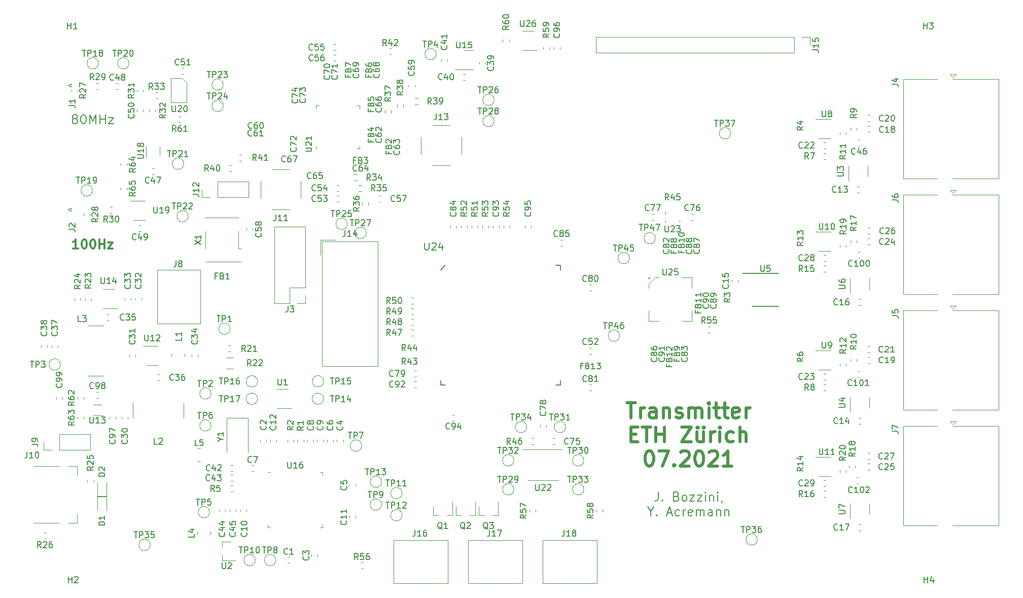
<source format=gbr>
G04 #@! TF.GenerationSoftware,KiCad,Pcbnew,9.0.0-9.0.0-2~ubuntu24.04.1*
G04 #@! TF.CreationDate,2025-03-10T11:07:59+01:00*
G04 #@! TF.ProjectId,Transmitter,5472616e-736d-4697-9474-65722e6b6963,rev?*
G04 #@! TF.SameCoordinates,Original*
G04 #@! TF.FileFunction,Legend,Top*
G04 #@! TF.FilePolarity,Positive*
%FSLAX46Y46*%
G04 Gerber Fmt 4.6, Leading zero omitted, Abs format (unit mm)*
G04 Created by KiCad (PCBNEW 9.0.0-9.0.0-2~ubuntu24.04.1) date 2025-03-10 11:07:59*
%MOMM*%
%LPD*%
G01*
G04 APERTURE LIST*
%ADD10C,0.300000*%
%ADD11C,0.200000*%
%ADD12C,0.500000*%
%ADD13C,0.150000*%
%ADD14C,0.120000*%
G04 APERTURE END LIST*
D10*
X64383743Y-90848328D02*
X63526600Y-90848328D01*
X63955171Y-90848328D02*
X63955171Y-89348328D01*
X63955171Y-89348328D02*
X63812314Y-89562614D01*
X63812314Y-89562614D02*
X63669457Y-89705471D01*
X63669457Y-89705471D02*
X63526600Y-89776900D01*
X65312314Y-89348328D02*
X65455171Y-89348328D01*
X65455171Y-89348328D02*
X65598028Y-89419757D01*
X65598028Y-89419757D02*
X65669457Y-89491185D01*
X65669457Y-89491185D02*
X65740885Y-89634042D01*
X65740885Y-89634042D02*
X65812314Y-89919757D01*
X65812314Y-89919757D02*
X65812314Y-90276900D01*
X65812314Y-90276900D02*
X65740885Y-90562614D01*
X65740885Y-90562614D02*
X65669457Y-90705471D01*
X65669457Y-90705471D02*
X65598028Y-90776900D01*
X65598028Y-90776900D02*
X65455171Y-90848328D01*
X65455171Y-90848328D02*
X65312314Y-90848328D01*
X65312314Y-90848328D02*
X65169457Y-90776900D01*
X65169457Y-90776900D02*
X65098028Y-90705471D01*
X65098028Y-90705471D02*
X65026599Y-90562614D01*
X65026599Y-90562614D02*
X64955171Y-90276900D01*
X64955171Y-90276900D02*
X64955171Y-89919757D01*
X64955171Y-89919757D02*
X65026599Y-89634042D01*
X65026599Y-89634042D02*
X65098028Y-89491185D01*
X65098028Y-89491185D02*
X65169457Y-89419757D01*
X65169457Y-89419757D02*
X65312314Y-89348328D01*
X66740885Y-89348328D02*
X66883742Y-89348328D01*
X66883742Y-89348328D02*
X67026599Y-89419757D01*
X67026599Y-89419757D02*
X67098028Y-89491185D01*
X67098028Y-89491185D02*
X67169456Y-89634042D01*
X67169456Y-89634042D02*
X67240885Y-89919757D01*
X67240885Y-89919757D02*
X67240885Y-90276900D01*
X67240885Y-90276900D02*
X67169456Y-90562614D01*
X67169456Y-90562614D02*
X67098028Y-90705471D01*
X67098028Y-90705471D02*
X67026599Y-90776900D01*
X67026599Y-90776900D02*
X66883742Y-90848328D01*
X66883742Y-90848328D02*
X66740885Y-90848328D01*
X66740885Y-90848328D02*
X66598028Y-90776900D01*
X66598028Y-90776900D02*
X66526599Y-90705471D01*
X66526599Y-90705471D02*
X66455170Y-90562614D01*
X66455170Y-90562614D02*
X66383742Y-90276900D01*
X66383742Y-90276900D02*
X66383742Y-89919757D01*
X66383742Y-89919757D02*
X66455170Y-89634042D01*
X66455170Y-89634042D02*
X66526599Y-89491185D01*
X66526599Y-89491185D02*
X66598028Y-89419757D01*
X66598028Y-89419757D02*
X66740885Y-89348328D01*
X67883741Y-90848328D02*
X67883741Y-89348328D01*
X67883741Y-90062614D02*
X68740884Y-90062614D01*
X68740884Y-90848328D02*
X68740884Y-89348328D01*
X69312313Y-89848328D02*
X70098028Y-89848328D01*
X70098028Y-89848328D02*
X69312313Y-90848328D01*
X69312313Y-90848328D02*
X70098028Y-90848328D01*
D11*
X161186656Y-131529270D02*
X161186656Y-132600699D01*
X161186656Y-132600699D02*
X161115227Y-132814984D01*
X161115227Y-132814984D02*
X160972370Y-132957842D01*
X160972370Y-132957842D02*
X160758084Y-133029270D01*
X160758084Y-133029270D02*
X160615227Y-133029270D01*
X161900941Y-132886413D02*
X161972370Y-132957842D01*
X161972370Y-132957842D02*
X161900941Y-133029270D01*
X161900941Y-133029270D02*
X161829513Y-132957842D01*
X161829513Y-132957842D02*
X161900941Y-132886413D01*
X161900941Y-132886413D02*
X161900941Y-133029270D01*
X164258084Y-132243556D02*
X164472370Y-132314984D01*
X164472370Y-132314984D02*
X164543799Y-132386413D01*
X164543799Y-132386413D02*
X164615227Y-132529270D01*
X164615227Y-132529270D02*
X164615227Y-132743556D01*
X164615227Y-132743556D02*
X164543799Y-132886413D01*
X164543799Y-132886413D02*
X164472370Y-132957842D01*
X164472370Y-132957842D02*
X164329513Y-133029270D01*
X164329513Y-133029270D02*
X163758084Y-133029270D01*
X163758084Y-133029270D02*
X163758084Y-131529270D01*
X163758084Y-131529270D02*
X164258084Y-131529270D01*
X164258084Y-131529270D02*
X164400942Y-131600699D01*
X164400942Y-131600699D02*
X164472370Y-131672127D01*
X164472370Y-131672127D02*
X164543799Y-131814984D01*
X164543799Y-131814984D02*
X164543799Y-131957842D01*
X164543799Y-131957842D02*
X164472370Y-132100699D01*
X164472370Y-132100699D02*
X164400942Y-132172127D01*
X164400942Y-132172127D02*
X164258084Y-132243556D01*
X164258084Y-132243556D02*
X163758084Y-132243556D01*
X165472370Y-133029270D02*
X165329513Y-132957842D01*
X165329513Y-132957842D02*
X165258084Y-132886413D01*
X165258084Y-132886413D02*
X165186656Y-132743556D01*
X165186656Y-132743556D02*
X165186656Y-132314984D01*
X165186656Y-132314984D02*
X165258084Y-132172127D01*
X165258084Y-132172127D02*
X165329513Y-132100699D01*
X165329513Y-132100699D02*
X165472370Y-132029270D01*
X165472370Y-132029270D02*
X165686656Y-132029270D01*
X165686656Y-132029270D02*
X165829513Y-132100699D01*
X165829513Y-132100699D02*
X165900942Y-132172127D01*
X165900942Y-132172127D02*
X165972370Y-132314984D01*
X165972370Y-132314984D02*
X165972370Y-132743556D01*
X165972370Y-132743556D02*
X165900942Y-132886413D01*
X165900942Y-132886413D02*
X165829513Y-132957842D01*
X165829513Y-132957842D02*
X165686656Y-133029270D01*
X165686656Y-133029270D02*
X165472370Y-133029270D01*
X166472370Y-132029270D02*
X167258085Y-132029270D01*
X167258085Y-132029270D02*
X166472370Y-133029270D01*
X166472370Y-133029270D02*
X167258085Y-133029270D01*
X167686656Y-132029270D02*
X168472371Y-132029270D01*
X168472371Y-132029270D02*
X167686656Y-133029270D01*
X167686656Y-133029270D02*
X168472371Y-133029270D01*
X169043799Y-133029270D02*
X169043799Y-132029270D01*
X169043799Y-131529270D02*
X168972371Y-131600699D01*
X168972371Y-131600699D02*
X169043799Y-131672127D01*
X169043799Y-131672127D02*
X169115228Y-131600699D01*
X169115228Y-131600699D02*
X169043799Y-131529270D01*
X169043799Y-131529270D02*
X169043799Y-131672127D01*
X169758085Y-132029270D02*
X169758085Y-133029270D01*
X169758085Y-132172127D02*
X169829514Y-132100699D01*
X169829514Y-132100699D02*
X169972371Y-132029270D01*
X169972371Y-132029270D02*
X170186657Y-132029270D01*
X170186657Y-132029270D02*
X170329514Y-132100699D01*
X170329514Y-132100699D02*
X170400943Y-132243556D01*
X170400943Y-132243556D02*
X170400943Y-133029270D01*
X171115228Y-133029270D02*
X171115228Y-132029270D01*
X171115228Y-131529270D02*
X171043800Y-131600699D01*
X171043800Y-131600699D02*
X171115228Y-131672127D01*
X171115228Y-131672127D02*
X171186657Y-131600699D01*
X171186657Y-131600699D02*
X171115228Y-131529270D01*
X171115228Y-131529270D02*
X171115228Y-131672127D01*
X171900943Y-132957842D02*
X171900943Y-133029270D01*
X171900943Y-133029270D02*
X171829514Y-133172127D01*
X171829514Y-133172127D02*
X171758086Y-133243556D01*
X159936658Y-134729900D02*
X159936658Y-135444186D01*
X159436658Y-133944186D02*
X159936658Y-134729900D01*
X159936658Y-134729900D02*
X160436658Y-133944186D01*
X160936657Y-135301329D02*
X161008086Y-135372758D01*
X161008086Y-135372758D02*
X160936657Y-135444186D01*
X160936657Y-135444186D02*
X160865229Y-135372758D01*
X160865229Y-135372758D02*
X160936657Y-135301329D01*
X160936657Y-135301329D02*
X160936657Y-135444186D01*
X162722372Y-135015615D02*
X163436658Y-135015615D01*
X162579515Y-135444186D02*
X163079515Y-133944186D01*
X163079515Y-133944186D02*
X163579515Y-135444186D01*
X164722372Y-135372758D02*
X164579514Y-135444186D01*
X164579514Y-135444186D02*
X164293800Y-135444186D01*
X164293800Y-135444186D02*
X164150943Y-135372758D01*
X164150943Y-135372758D02*
X164079514Y-135301329D01*
X164079514Y-135301329D02*
X164008086Y-135158472D01*
X164008086Y-135158472D02*
X164008086Y-134729900D01*
X164008086Y-134729900D02*
X164079514Y-134587043D01*
X164079514Y-134587043D02*
X164150943Y-134515615D01*
X164150943Y-134515615D02*
X164293800Y-134444186D01*
X164293800Y-134444186D02*
X164579514Y-134444186D01*
X164579514Y-134444186D02*
X164722372Y-134515615D01*
X165365228Y-135444186D02*
X165365228Y-134444186D01*
X165365228Y-134729900D02*
X165436657Y-134587043D01*
X165436657Y-134587043D02*
X165508086Y-134515615D01*
X165508086Y-134515615D02*
X165650943Y-134444186D01*
X165650943Y-134444186D02*
X165793800Y-134444186D01*
X166865228Y-135372758D02*
X166722371Y-135444186D01*
X166722371Y-135444186D02*
X166436657Y-135444186D01*
X166436657Y-135444186D02*
X166293799Y-135372758D01*
X166293799Y-135372758D02*
X166222371Y-135229900D01*
X166222371Y-135229900D02*
X166222371Y-134658472D01*
X166222371Y-134658472D02*
X166293799Y-134515615D01*
X166293799Y-134515615D02*
X166436657Y-134444186D01*
X166436657Y-134444186D02*
X166722371Y-134444186D01*
X166722371Y-134444186D02*
X166865228Y-134515615D01*
X166865228Y-134515615D02*
X166936657Y-134658472D01*
X166936657Y-134658472D02*
X166936657Y-134801329D01*
X166936657Y-134801329D02*
X166222371Y-134944186D01*
X167579513Y-135444186D02*
X167579513Y-134444186D01*
X167579513Y-134587043D02*
X167650942Y-134515615D01*
X167650942Y-134515615D02*
X167793799Y-134444186D01*
X167793799Y-134444186D02*
X168008085Y-134444186D01*
X168008085Y-134444186D02*
X168150942Y-134515615D01*
X168150942Y-134515615D02*
X168222371Y-134658472D01*
X168222371Y-134658472D02*
X168222371Y-135444186D01*
X168222371Y-134658472D02*
X168293799Y-134515615D01*
X168293799Y-134515615D02*
X168436656Y-134444186D01*
X168436656Y-134444186D02*
X168650942Y-134444186D01*
X168650942Y-134444186D02*
X168793799Y-134515615D01*
X168793799Y-134515615D02*
X168865228Y-134658472D01*
X168865228Y-134658472D02*
X168865228Y-135444186D01*
X170222371Y-135444186D02*
X170222371Y-134658472D01*
X170222371Y-134658472D02*
X170150942Y-134515615D01*
X170150942Y-134515615D02*
X170008085Y-134444186D01*
X170008085Y-134444186D02*
X169722371Y-134444186D01*
X169722371Y-134444186D02*
X169579513Y-134515615D01*
X170222371Y-135372758D02*
X170079513Y-135444186D01*
X170079513Y-135444186D02*
X169722371Y-135444186D01*
X169722371Y-135444186D02*
X169579513Y-135372758D01*
X169579513Y-135372758D02*
X169508085Y-135229900D01*
X169508085Y-135229900D02*
X169508085Y-135087043D01*
X169508085Y-135087043D02*
X169579513Y-134944186D01*
X169579513Y-134944186D02*
X169722371Y-134872758D01*
X169722371Y-134872758D02*
X170079513Y-134872758D01*
X170079513Y-134872758D02*
X170222371Y-134801329D01*
X170936656Y-134444186D02*
X170936656Y-135444186D01*
X170936656Y-134587043D02*
X171008085Y-134515615D01*
X171008085Y-134515615D02*
X171150942Y-134444186D01*
X171150942Y-134444186D02*
X171365228Y-134444186D01*
X171365228Y-134444186D02*
X171508085Y-134515615D01*
X171508085Y-134515615D02*
X171579514Y-134658472D01*
X171579514Y-134658472D02*
X171579514Y-135444186D01*
X172293799Y-134444186D02*
X172293799Y-135444186D01*
X172293799Y-134587043D02*
X172365228Y-134515615D01*
X172365228Y-134515615D02*
X172508085Y-134444186D01*
X172508085Y-134444186D02*
X172722371Y-134444186D01*
X172722371Y-134444186D02*
X172865228Y-134515615D01*
X172865228Y-134515615D02*
X172936657Y-134658472D01*
X172936657Y-134658472D02*
X172936657Y-135444186D01*
X63669457Y-69168385D02*
X63526600Y-69096957D01*
X63526600Y-69096957D02*
X63455171Y-69025528D01*
X63455171Y-69025528D02*
X63383743Y-68882671D01*
X63383743Y-68882671D02*
X63383743Y-68811242D01*
X63383743Y-68811242D02*
X63455171Y-68668385D01*
X63455171Y-68668385D02*
X63526600Y-68596957D01*
X63526600Y-68596957D02*
X63669457Y-68525528D01*
X63669457Y-68525528D02*
X63955171Y-68525528D01*
X63955171Y-68525528D02*
X64098029Y-68596957D01*
X64098029Y-68596957D02*
X64169457Y-68668385D01*
X64169457Y-68668385D02*
X64240886Y-68811242D01*
X64240886Y-68811242D02*
X64240886Y-68882671D01*
X64240886Y-68882671D02*
X64169457Y-69025528D01*
X64169457Y-69025528D02*
X64098029Y-69096957D01*
X64098029Y-69096957D02*
X63955171Y-69168385D01*
X63955171Y-69168385D02*
X63669457Y-69168385D01*
X63669457Y-69168385D02*
X63526600Y-69239814D01*
X63526600Y-69239814D02*
X63455171Y-69311242D01*
X63455171Y-69311242D02*
X63383743Y-69454100D01*
X63383743Y-69454100D02*
X63383743Y-69739814D01*
X63383743Y-69739814D02*
X63455171Y-69882671D01*
X63455171Y-69882671D02*
X63526600Y-69954100D01*
X63526600Y-69954100D02*
X63669457Y-70025528D01*
X63669457Y-70025528D02*
X63955171Y-70025528D01*
X63955171Y-70025528D02*
X64098029Y-69954100D01*
X64098029Y-69954100D02*
X64169457Y-69882671D01*
X64169457Y-69882671D02*
X64240886Y-69739814D01*
X64240886Y-69739814D02*
X64240886Y-69454100D01*
X64240886Y-69454100D02*
X64169457Y-69311242D01*
X64169457Y-69311242D02*
X64098029Y-69239814D01*
X64098029Y-69239814D02*
X63955171Y-69168385D01*
X65169457Y-68525528D02*
X65312314Y-68525528D01*
X65312314Y-68525528D02*
X65455171Y-68596957D01*
X65455171Y-68596957D02*
X65526600Y-68668385D01*
X65526600Y-68668385D02*
X65598028Y-68811242D01*
X65598028Y-68811242D02*
X65669457Y-69096957D01*
X65669457Y-69096957D02*
X65669457Y-69454100D01*
X65669457Y-69454100D02*
X65598028Y-69739814D01*
X65598028Y-69739814D02*
X65526600Y-69882671D01*
X65526600Y-69882671D02*
X65455171Y-69954100D01*
X65455171Y-69954100D02*
X65312314Y-70025528D01*
X65312314Y-70025528D02*
X65169457Y-70025528D01*
X65169457Y-70025528D02*
X65026600Y-69954100D01*
X65026600Y-69954100D02*
X64955171Y-69882671D01*
X64955171Y-69882671D02*
X64883742Y-69739814D01*
X64883742Y-69739814D02*
X64812314Y-69454100D01*
X64812314Y-69454100D02*
X64812314Y-69096957D01*
X64812314Y-69096957D02*
X64883742Y-68811242D01*
X64883742Y-68811242D02*
X64955171Y-68668385D01*
X64955171Y-68668385D02*
X65026600Y-68596957D01*
X65026600Y-68596957D02*
X65169457Y-68525528D01*
X66312313Y-70025528D02*
X66312313Y-68525528D01*
X66312313Y-68525528D02*
X66812313Y-69596957D01*
X66812313Y-69596957D02*
X67312313Y-68525528D01*
X67312313Y-68525528D02*
X67312313Y-70025528D01*
X68026599Y-70025528D02*
X68026599Y-68525528D01*
X68026599Y-69239814D02*
X68883742Y-69239814D01*
X68883742Y-70025528D02*
X68883742Y-68525528D01*
X69455171Y-69025528D02*
X70240886Y-69025528D01*
X70240886Y-69025528D02*
X69455171Y-70025528D01*
X69455171Y-70025528D02*
X70240886Y-70025528D01*
D12*
X155952381Y-116605687D02*
X157380952Y-116605687D01*
X156666666Y-119105687D02*
X156666666Y-116605687D01*
X158214286Y-119105687D02*
X158214286Y-117439020D01*
X158214286Y-117915211D02*
X158333333Y-117677116D01*
X158333333Y-117677116D02*
X158452381Y-117558068D01*
X158452381Y-117558068D02*
X158690476Y-117439020D01*
X158690476Y-117439020D02*
X158928571Y-117439020D01*
X160833333Y-119105687D02*
X160833333Y-117796163D01*
X160833333Y-117796163D02*
X160714286Y-117558068D01*
X160714286Y-117558068D02*
X160476190Y-117439020D01*
X160476190Y-117439020D02*
X160000000Y-117439020D01*
X160000000Y-117439020D02*
X159761905Y-117558068D01*
X160833333Y-118986640D02*
X160595238Y-119105687D01*
X160595238Y-119105687D02*
X160000000Y-119105687D01*
X160000000Y-119105687D02*
X159761905Y-118986640D01*
X159761905Y-118986640D02*
X159642857Y-118748544D01*
X159642857Y-118748544D02*
X159642857Y-118510449D01*
X159642857Y-118510449D02*
X159761905Y-118272354D01*
X159761905Y-118272354D02*
X160000000Y-118153306D01*
X160000000Y-118153306D02*
X160595238Y-118153306D01*
X160595238Y-118153306D02*
X160833333Y-118034259D01*
X162023810Y-117439020D02*
X162023810Y-119105687D01*
X162023810Y-117677116D02*
X162142857Y-117558068D01*
X162142857Y-117558068D02*
X162380952Y-117439020D01*
X162380952Y-117439020D02*
X162738095Y-117439020D01*
X162738095Y-117439020D02*
X162976191Y-117558068D01*
X162976191Y-117558068D02*
X163095238Y-117796163D01*
X163095238Y-117796163D02*
X163095238Y-119105687D01*
X164166667Y-118986640D02*
X164404762Y-119105687D01*
X164404762Y-119105687D02*
X164880953Y-119105687D01*
X164880953Y-119105687D02*
X165119048Y-118986640D01*
X165119048Y-118986640D02*
X165238096Y-118748544D01*
X165238096Y-118748544D02*
X165238096Y-118629497D01*
X165238096Y-118629497D02*
X165119048Y-118391401D01*
X165119048Y-118391401D02*
X164880953Y-118272354D01*
X164880953Y-118272354D02*
X164523810Y-118272354D01*
X164523810Y-118272354D02*
X164285715Y-118153306D01*
X164285715Y-118153306D02*
X164166667Y-117915211D01*
X164166667Y-117915211D02*
X164166667Y-117796163D01*
X164166667Y-117796163D02*
X164285715Y-117558068D01*
X164285715Y-117558068D02*
X164523810Y-117439020D01*
X164523810Y-117439020D02*
X164880953Y-117439020D01*
X164880953Y-117439020D02*
X165119048Y-117558068D01*
X166309525Y-119105687D02*
X166309525Y-117439020D01*
X166309525Y-117677116D02*
X166428572Y-117558068D01*
X166428572Y-117558068D02*
X166666667Y-117439020D01*
X166666667Y-117439020D02*
X167023810Y-117439020D01*
X167023810Y-117439020D02*
X167261906Y-117558068D01*
X167261906Y-117558068D02*
X167380953Y-117796163D01*
X167380953Y-117796163D02*
X167380953Y-119105687D01*
X167380953Y-117796163D02*
X167500001Y-117558068D01*
X167500001Y-117558068D02*
X167738096Y-117439020D01*
X167738096Y-117439020D02*
X168095239Y-117439020D01*
X168095239Y-117439020D02*
X168333334Y-117558068D01*
X168333334Y-117558068D02*
X168452382Y-117796163D01*
X168452382Y-117796163D02*
X168452382Y-119105687D01*
X169642858Y-119105687D02*
X169642858Y-117439020D01*
X169642858Y-116605687D02*
X169523810Y-116724735D01*
X169523810Y-116724735D02*
X169642858Y-116843782D01*
X169642858Y-116843782D02*
X169761905Y-116724735D01*
X169761905Y-116724735D02*
X169642858Y-116605687D01*
X169642858Y-116605687D02*
X169642858Y-116843782D01*
X170476191Y-117439020D02*
X171428572Y-117439020D01*
X170833334Y-116605687D02*
X170833334Y-118748544D01*
X170833334Y-118748544D02*
X170952381Y-118986640D01*
X170952381Y-118986640D02*
X171190476Y-119105687D01*
X171190476Y-119105687D02*
X171428572Y-119105687D01*
X171904762Y-117439020D02*
X172857143Y-117439020D01*
X172261905Y-116605687D02*
X172261905Y-118748544D01*
X172261905Y-118748544D02*
X172380952Y-118986640D01*
X172380952Y-118986640D02*
X172619047Y-119105687D01*
X172619047Y-119105687D02*
X172857143Y-119105687D01*
X174642857Y-118986640D02*
X174404761Y-119105687D01*
X174404761Y-119105687D02*
X173928571Y-119105687D01*
X173928571Y-119105687D02*
X173690476Y-118986640D01*
X173690476Y-118986640D02*
X173571428Y-118748544D01*
X173571428Y-118748544D02*
X173571428Y-117796163D01*
X173571428Y-117796163D02*
X173690476Y-117558068D01*
X173690476Y-117558068D02*
X173928571Y-117439020D01*
X173928571Y-117439020D02*
X174404761Y-117439020D01*
X174404761Y-117439020D02*
X174642857Y-117558068D01*
X174642857Y-117558068D02*
X174761904Y-117796163D01*
X174761904Y-117796163D02*
X174761904Y-118034259D01*
X174761904Y-118034259D02*
X173571428Y-118272354D01*
X175833333Y-119105687D02*
X175833333Y-117439020D01*
X175833333Y-117915211D02*
X175952380Y-117677116D01*
X175952380Y-117677116D02*
X176071428Y-117558068D01*
X176071428Y-117558068D02*
X176309523Y-117439020D01*
X176309523Y-117439020D02*
X176547618Y-117439020D01*
X156607143Y-121821023D02*
X157440476Y-121821023D01*
X157797619Y-123130547D02*
X156607143Y-123130547D01*
X156607143Y-123130547D02*
X156607143Y-120630547D01*
X156607143Y-120630547D02*
X157797619Y-120630547D01*
X158511905Y-120630547D02*
X159940476Y-120630547D01*
X159226190Y-123130547D02*
X159226190Y-120630547D01*
X160773810Y-123130547D02*
X160773810Y-120630547D01*
X160773810Y-121821023D02*
X162202381Y-121821023D01*
X162202381Y-123130547D02*
X162202381Y-120630547D01*
X165059524Y-120630547D02*
X166726191Y-120630547D01*
X166726191Y-120630547D02*
X165059524Y-123130547D01*
X165059524Y-123130547D02*
X166726191Y-123130547D01*
X168750000Y-121463880D02*
X168750000Y-123130547D01*
X167678572Y-121463880D02*
X167678572Y-122773404D01*
X167678572Y-122773404D02*
X167797619Y-123011500D01*
X167797619Y-123011500D02*
X168035714Y-123130547D01*
X168035714Y-123130547D02*
X168392857Y-123130547D01*
X168392857Y-123130547D02*
X168630953Y-123011500D01*
X168630953Y-123011500D02*
X168750000Y-122892452D01*
X167797619Y-120630547D02*
X167916667Y-120749595D01*
X167916667Y-120749595D02*
X167797619Y-120868642D01*
X167797619Y-120868642D02*
X167678572Y-120749595D01*
X167678572Y-120749595D02*
X167797619Y-120630547D01*
X167797619Y-120630547D02*
X167797619Y-120868642D01*
X168750000Y-120630547D02*
X168869048Y-120749595D01*
X168869048Y-120749595D02*
X168750000Y-120868642D01*
X168750000Y-120868642D02*
X168630953Y-120749595D01*
X168630953Y-120749595D02*
X168750000Y-120630547D01*
X168750000Y-120630547D02*
X168750000Y-120868642D01*
X169940477Y-123130547D02*
X169940477Y-121463880D01*
X169940477Y-121940071D02*
X170059524Y-121701976D01*
X170059524Y-121701976D02*
X170178572Y-121582928D01*
X170178572Y-121582928D02*
X170416667Y-121463880D01*
X170416667Y-121463880D02*
X170654762Y-121463880D01*
X171488096Y-123130547D02*
X171488096Y-121463880D01*
X171488096Y-120630547D02*
X171369048Y-120749595D01*
X171369048Y-120749595D02*
X171488096Y-120868642D01*
X171488096Y-120868642D02*
X171607143Y-120749595D01*
X171607143Y-120749595D02*
X171488096Y-120630547D01*
X171488096Y-120630547D02*
X171488096Y-120868642D01*
X173750000Y-123011500D02*
X173511905Y-123130547D01*
X173511905Y-123130547D02*
X173035714Y-123130547D01*
X173035714Y-123130547D02*
X172797619Y-123011500D01*
X172797619Y-123011500D02*
X172678572Y-122892452D01*
X172678572Y-122892452D02*
X172559524Y-122654357D01*
X172559524Y-122654357D02*
X172559524Y-121940071D01*
X172559524Y-121940071D02*
X172678572Y-121701976D01*
X172678572Y-121701976D02*
X172797619Y-121582928D01*
X172797619Y-121582928D02*
X173035714Y-121463880D01*
X173035714Y-121463880D02*
X173511905Y-121463880D01*
X173511905Y-121463880D02*
X173750000Y-121582928D01*
X174821429Y-123130547D02*
X174821429Y-120630547D01*
X175892857Y-123130547D02*
X175892857Y-121821023D01*
X175892857Y-121821023D02*
X175773810Y-121582928D01*
X175773810Y-121582928D02*
X175535714Y-121463880D01*
X175535714Y-121463880D02*
X175178571Y-121463880D01*
X175178571Y-121463880D02*
X174940476Y-121582928D01*
X174940476Y-121582928D02*
X174821429Y-121701976D01*
X159583334Y-124655407D02*
X159821429Y-124655407D01*
X159821429Y-124655407D02*
X160059525Y-124774455D01*
X160059525Y-124774455D02*
X160178572Y-124893502D01*
X160178572Y-124893502D02*
X160297620Y-125131598D01*
X160297620Y-125131598D02*
X160416667Y-125607788D01*
X160416667Y-125607788D02*
X160416667Y-126203026D01*
X160416667Y-126203026D02*
X160297620Y-126679217D01*
X160297620Y-126679217D02*
X160178572Y-126917312D01*
X160178572Y-126917312D02*
X160059525Y-127036360D01*
X160059525Y-127036360D02*
X159821429Y-127155407D01*
X159821429Y-127155407D02*
X159583334Y-127155407D01*
X159583334Y-127155407D02*
X159345239Y-127036360D01*
X159345239Y-127036360D02*
X159226191Y-126917312D01*
X159226191Y-126917312D02*
X159107144Y-126679217D01*
X159107144Y-126679217D02*
X158988096Y-126203026D01*
X158988096Y-126203026D02*
X158988096Y-125607788D01*
X158988096Y-125607788D02*
X159107144Y-125131598D01*
X159107144Y-125131598D02*
X159226191Y-124893502D01*
X159226191Y-124893502D02*
X159345239Y-124774455D01*
X159345239Y-124774455D02*
X159583334Y-124655407D01*
X161250000Y-124655407D02*
X162916667Y-124655407D01*
X162916667Y-124655407D02*
X161845238Y-127155407D01*
X163869048Y-126917312D02*
X163988095Y-127036360D01*
X163988095Y-127036360D02*
X163869048Y-127155407D01*
X163869048Y-127155407D02*
X163750000Y-127036360D01*
X163750000Y-127036360D02*
X163869048Y-126917312D01*
X163869048Y-126917312D02*
X163869048Y-127155407D01*
X164940476Y-124893502D02*
X165059524Y-124774455D01*
X165059524Y-124774455D02*
X165297619Y-124655407D01*
X165297619Y-124655407D02*
X165892857Y-124655407D01*
X165892857Y-124655407D02*
X166130952Y-124774455D01*
X166130952Y-124774455D02*
X166250000Y-124893502D01*
X166250000Y-124893502D02*
X166369047Y-125131598D01*
X166369047Y-125131598D02*
X166369047Y-125369693D01*
X166369047Y-125369693D02*
X166250000Y-125726836D01*
X166250000Y-125726836D02*
X164821428Y-127155407D01*
X164821428Y-127155407D02*
X166369047Y-127155407D01*
X167916666Y-124655407D02*
X168154761Y-124655407D01*
X168154761Y-124655407D02*
X168392857Y-124774455D01*
X168392857Y-124774455D02*
X168511904Y-124893502D01*
X168511904Y-124893502D02*
X168630952Y-125131598D01*
X168630952Y-125131598D02*
X168749999Y-125607788D01*
X168749999Y-125607788D02*
X168749999Y-126203026D01*
X168749999Y-126203026D02*
X168630952Y-126679217D01*
X168630952Y-126679217D02*
X168511904Y-126917312D01*
X168511904Y-126917312D02*
X168392857Y-127036360D01*
X168392857Y-127036360D02*
X168154761Y-127155407D01*
X168154761Y-127155407D02*
X167916666Y-127155407D01*
X167916666Y-127155407D02*
X167678571Y-127036360D01*
X167678571Y-127036360D02*
X167559523Y-126917312D01*
X167559523Y-126917312D02*
X167440476Y-126679217D01*
X167440476Y-126679217D02*
X167321428Y-126203026D01*
X167321428Y-126203026D02*
X167321428Y-125607788D01*
X167321428Y-125607788D02*
X167440476Y-125131598D01*
X167440476Y-125131598D02*
X167559523Y-124893502D01*
X167559523Y-124893502D02*
X167678571Y-124774455D01*
X167678571Y-124774455D02*
X167916666Y-124655407D01*
X169702380Y-124893502D02*
X169821428Y-124774455D01*
X169821428Y-124774455D02*
X170059523Y-124655407D01*
X170059523Y-124655407D02*
X170654761Y-124655407D01*
X170654761Y-124655407D02*
X170892856Y-124774455D01*
X170892856Y-124774455D02*
X171011904Y-124893502D01*
X171011904Y-124893502D02*
X171130951Y-125131598D01*
X171130951Y-125131598D02*
X171130951Y-125369693D01*
X171130951Y-125369693D02*
X171011904Y-125726836D01*
X171011904Y-125726836D02*
X169583332Y-127155407D01*
X169583332Y-127155407D02*
X171130951Y-127155407D01*
X173511903Y-127155407D02*
X172083332Y-127155407D01*
X172797618Y-127155407D02*
X172797618Y-124655407D01*
X172797618Y-124655407D02*
X172559522Y-125012550D01*
X172559522Y-125012550D02*
X172321427Y-125250645D01*
X172321427Y-125250645D02*
X172083332Y-125369693D01*
D13*
X190873142Y-81385580D02*
X190825523Y-81433200D01*
X190825523Y-81433200D02*
X190682666Y-81480819D01*
X190682666Y-81480819D02*
X190587428Y-81480819D01*
X190587428Y-81480819D02*
X190444571Y-81433200D01*
X190444571Y-81433200D02*
X190349333Y-81337961D01*
X190349333Y-81337961D02*
X190301714Y-81242723D01*
X190301714Y-81242723D02*
X190254095Y-81052247D01*
X190254095Y-81052247D02*
X190254095Y-80909390D01*
X190254095Y-80909390D02*
X190301714Y-80718914D01*
X190301714Y-80718914D02*
X190349333Y-80623676D01*
X190349333Y-80623676D02*
X190444571Y-80528438D01*
X190444571Y-80528438D02*
X190587428Y-80480819D01*
X190587428Y-80480819D02*
X190682666Y-80480819D01*
X190682666Y-80480819D02*
X190825523Y-80528438D01*
X190825523Y-80528438D02*
X190873142Y-80576057D01*
X191825523Y-81480819D02*
X191254095Y-81480819D01*
X191539809Y-81480819D02*
X191539809Y-80480819D01*
X191539809Y-80480819D02*
X191444571Y-80623676D01*
X191444571Y-80623676D02*
X191349333Y-80718914D01*
X191349333Y-80718914D02*
X191254095Y-80766533D01*
X192158857Y-80480819D02*
X192777904Y-80480819D01*
X192777904Y-80480819D02*
X192444571Y-80861771D01*
X192444571Y-80861771D02*
X192587428Y-80861771D01*
X192587428Y-80861771D02*
X192682666Y-80909390D01*
X192682666Y-80909390D02*
X192730285Y-80957009D01*
X192730285Y-80957009D02*
X192777904Y-81052247D01*
X192777904Y-81052247D02*
X192777904Y-81290342D01*
X192777904Y-81290342D02*
X192730285Y-81385580D01*
X192730285Y-81385580D02*
X192682666Y-81433200D01*
X192682666Y-81433200D02*
X192587428Y-81480819D01*
X192587428Y-81480819D02*
X192301714Y-81480819D01*
X192301714Y-81480819D02*
X192206476Y-81433200D01*
X192206476Y-81433200D02*
X192158857Y-81385580D01*
X172825580Y-96908857D02*
X172873200Y-96956476D01*
X172873200Y-96956476D02*
X172920819Y-97099333D01*
X172920819Y-97099333D02*
X172920819Y-97194571D01*
X172920819Y-97194571D02*
X172873200Y-97337428D01*
X172873200Y-97337428D02*
X172777961Y-97432666D01*
X172777961Y-97432666D02*
X172682723Y-97480285D01*
X172682723Y-97480285D02*
X172492247Y-97527904D01*
X172492247Y-97527904D02*
X172349390Y-97527904D01*
X172349390Y-97527904D02*
X172158914Y-97480285D01*
X172158914Y-97480285D02*
X172063676Y-97432666D01*
X172063676Y-97432666D02*
X171968438Y-97337428D01*
X171968438Y-97337428D02*
X171920819Y-97194571D01*
X171920819Y-97194571D02*
X171920819Y-97099333D01*
X171920819Y-97099333D02*
X171968438Y-96956476D01*
X171968438Y-96956476D02*
X172016057Y-96908857D01*
X172920819Y-95956476D02*
X172920819Y-96527904D01*
X172920819Y-96242190D02*
X171920819Y-96242190D01*
X171920819Y-96242190D02*
X172063676Y-96337428D01*
X172063676Y-96337428D02*
X172158914Y-96432666D01*
X172158914Y-96432666D02*
X172206533Y-96527904D01*
X171920819Y-95051714D02*
X171920819Y-95527904D01*
X171920819Y-95527904D02*
X172397009Y-95575523D01*
X172397009Y-95575523D02*
X172349390Y-95527904D01*
X172349390Y-95527904D02*
X172301771Y-95432666D01*
X172301771Y-95432666D02*
X172301771Y-95194571D01*
X172301771Y-95194571D02*
X172349390Y-95099333D01*
X172349390Y-95099333D02*
X172397009Y-95051714D01*
X172397009Y-95051714D02*
X172492247Y-95004095D01*
X172492247Y-95004095D02*
X172730342Y-95004095D01*
X172730342Y-95004095D02*
X172825580Y-95051714D01*
X172825580Y-95051714D02*
X172873200Y-95099333D01*
X172873200Y-95099333D02*
X172920819Y-95194571D01*
X172920819Y-95194571D02*
X172920819Y-95432666D01*
X172920819Y-95432666D02*
X172873200Y-95527904D01*
X172873200Y-95527904D02*
X172825580Y-95575523D01*
X198747142Y-71352580D02*
X198699523Y-71400200D01*
X198699523Y-71400200D02*
X198556666Y-71447819D01*
X198556666Y-71447819D02*
X198461428Y-71447819D01*
X198461428Y-71447819D02*
X198318571Y-71400200D01*
X198318571Y-71400200D02*
X198223333Y-71304961D01*
X198223333Y-71304961D02*
X198175714Y-71209723D01*
X198175714Y-71209723D02*
X198128095Y-71019247D01*
X198128095Y-71019247D02*
X198128095Y-70876390D01*
X198128095Y-70876390D02*
X198175714Y-70685914D01*
X198175714Y-70685914D02*
X198223333Y-70590676D01*
X198223333Y-70590676D02*
X198318571Y-70495438D01*
X198318571Y-70495438D02*
X198461428Y-70447819D01*
X198461428Y-70447819D02*
X198556666Y-70447819D01*
X198556666Y-70447819D02*
X198699523Y-70495438D01*
X198699523Y-70495438D02*
X198747142Y-70543057D01*
X199699523Y-71447819D02*
X199128095Y-71447819D01*
X199413809Y-71447819D02*
X199413809Y-70447819D01*
X199413809Y-70447819D02*
X199318571Y-70590676D01*
X199318571Y-70590676D02*
X199223333Y-70685914D01*
X199223333Y-70685914D02*
X199128095Y-70733533D01*
X200270952Y-70876390D02*
X200175714Y-70828771D01*
X200175714Y-70828771D02*
X200128095Y-70781152D01*
X200128095Y-70781152D02*
X200080476Y-70685914D01*
X200080476Y-70685914D02*
X200080476Y-70638295D01*
X200080476Y-70638295D02*
X200128095Y-70543057D01*
X200128095Y-70543057D02*
X200175714Y-70495438D01*
X200175714Y-70495438D02*
X200270952Y-70447819D01*
X200270952Y-70447819D02*
X200461428Y-70447819D01*
X200461428Y-70447819D02*
X200556666Y-70495438D01*
X200556666Y-70495438D02*
X200604285Y-70543057D01*
X200604285Y-70543057D02*
X200651904Y-70638295D01*
X200651904Y-70638295D02*
X200651904Y-70685914D01*
X200651904Y-70685914D02*
X200604285Y-70781152D01*
X200604285Y-70781152D02*
X200556666Y-70828771D01*
X200556666Y-70828771D02*
X200461428Y-70876390D01*
X200461428Y-70876390D02*
X200270952Y-70876390D01*
X200270952Y-70876390D02*
X200175714Y-70924009D01*
X200175714Y-70924009D02*
X200128095Y-70971628D01*
X200128095Y-70971628D02*
X200080476Y-71066866D01*
X200080476Y-71066866D02*
X200080476Y-71257342D01*
X200080476Y-71257342D02*
X200128095Y-71352580D01*
X200128095Y-71352580D02*
X200175714Y-71400200D01*
X200175714Y-71400200D02*
X200270952Y-71447819D01*
X200270952Y-71447819D02*
X200461428Y-71447819D01*
X200461428Y-71447819D02*
X200556666Y-71400200D01*
X200556666Y-71400200D02*
X200604285Y-71352580D01*
X200604285Y-71352580D02*
X200651904Y-71257342D01*
X200651904Y-71257342D02*
X200651904Y-71066866D01*
X200651904Y-71066866D02*
X200604285Y-70971628D01*
X200604285Y-70971628D02*
X200556666Y-70924009D01*
X200556666Y-70924009D02*
X200461428Y-70876390D01*
X198670942Y-108080980D02*
X198623323Y-108128600D01*
X198623323Y-108128600D02*
X198480466Y-108176219D01*
X198480466Y-108176219D02*
X198385228Y-108176219D01*
X198385228Y-108176219D02*
X198242371Y-108128600D01*
X198242371Y-108128600D02*
X198147133Y-108033361D01*
X198147133Y-108033361D02*
X198099514Y-107938123D01*
X198099514Y-107938123D02*
X198051895Y-107747647D01*
X198051895Y-107747647D02*
X198051895Y-107604790D01*
X198051895Y-107604790D02*
X198099514Y-107414314D01*
X198099514Y-107414314D02*
X198147133Y-107319076D01*
X198147133Y-107319076D02*
X198242371Y-107223838D01*
X198242371Y-107223838D02*
X198385228Y-107176219D01*
X198385228Y-107176219D02*
X198480466Y-107176219D01*
X198480466Y-107176219D02*
X198623323Y-107223838D01*
X198623323Y-107223838D02*
X198670942Y-107271457D01*
X199051895Y-107271457D02*
X199099514Y-107223838D01*
X199099514Y-107223838D02*
X199194752Y-107176219D01*
X199194752Y-107176219D02*
X199432847Y-107176219D01*
X199432847Y-107176219D02*
X199528085Y-107223838D01*
X199528085Y-107223838D02*
X199575704Y-107271457D01*
X199575704Y-107271457D02*
X199623323Y-107366695D01*
X199623323Y-107366695D02*
X199623323Y-107461933D01*
X199623323Y-107461933D02*
X199575704Y-107604790D01*
X199575704Y-107604790D02*
X199004276Y-108176219D01*
X199004276Y-108176219D02*
X199623323Y-108176219D01*
X200575704Y-108176219D02*
X200004276Y-108176219D01*
X200289990Y-108176219D02*
X200289990Y-107176219D01*
X200289990Y-107176219D02*
X200194752Y-107319076D01*
X200194752Y-107319076D02*
X200099514Y-107414314D01*
X200099514Y-107414314D02*
X200004276Y-107461933D01*
X185285142Y-74019580D02*
X185237523Y-74067200D01*
X185237523Y-74067200D02*
X185094666Y-74114819D01*
X185094666Y-74114819D02*
X184999428Y-74114819D01*
X184999428Y-74114819D02*
X184856571Y-74067200D01*
X184856571Y-74067200D02*
X184761333Y-73971961D01*
X184761333Y-73971961D02*
X184713714Y-73876723D01*
X184713714Y-73876723D02*
X184666095Y-73686247D01*
X184666095Y-73686247D02*
X184666095Y-73543390D01*
X184666095Y-73543390D02*
X184713714Y-73352914D01*
X184713714Y-73352914D02*
X184761333Y-73257676D01*
X184761333Y-73257676D02*
X184856571Y-73162438D01*
X184856571Y-73162438D02*
X184999428Y-73114819D01*
X184999428Y-73114819D02*
X185094666Y-73114819D01*
X185094666Y-73114819D02*
X185237523Y-73162438D01*
X185237523Y-73162438D02*
X185285142Y-73210057D01*
X185666095Y-73210057D02*
X185713714Y-73162438D01*
X185713714Y-73162438D02*
X185808952Y-73114819D01*
X185808952Y-73114819D02*
X186047047Y-73114819D01*
X186047047Y-73114819D02*
X186142285Y-73162438D01*
X186142285Y-73162438D02*
X186189904Y-73210057D01*
X186189904Y-73210057D02*
X186237523Y-73305295D01*
X186237523Y-73305295D02*
X186237523Y-73400533D01*
X186237523Y-73400533D02*
X186189904Y-73543390D01*
X186189904Y-73543390D02*
X185618476Y-74114819D01*
X185618476Y-74114819D02*
X186237523Y-74114819D01*
X186618476Y-73210057D02*
X186666095Y-73162438D01*
X186666095Y-73162438D02*
X186761333Y-73114819D01*
X186761333Y-73114819D02*
X186999428Y-73114819D01*
X186999428Y-73114819D02*
X187094666Y-73162438D01*
X187094666Y-73162438D02*
X187142285Y-73210057D01*
X187142285Y-73210057D02*
X187189904Y-73305295D01*
X187189904Y-73305295D02*
X187189904Y-73400533D01*
X187189904Y-73400533D02*
X187142285Y-73543390D01*
X187142285Y-73543390D02*
X186570857Y-74114819D01*
X186570857Y-74114819D02*
X187189904Y-74114819D01*
X185285142Y-112627580D02*
X185237523Y-112675200D01*
X185237523Y-112675200D02*
X185094666Y-112722819D01*
X185094666Y-112722819D02*
X184999428Y-112722819D01*
X184999428Y-112722819D02*
X184856571Y-112675200D01*
X184856571Y-112675200D02*
X184761333Y-112579961D01*
X184761333Y-112579961D02*
X184713714Y-112484723D01*
X184713714Y-112484723D02*
X184666095Y-112294247D01*
X184666095Y-112294247D02*
X184666095Y-112151390D01*
X184666095Y-112151390D02*
X184713714Y-111960914D01*
X184713714Y-111960914D02*
X184761333Y-111865676D01*
X184761333Y-111865676D02*
X184856571Y-111770438D01*
X184856571Y-111770438D02*
X184999428Y-111722819D01*
X184999428Y-111722819D02*
X185094666Y-111722819D01*
X185094666Y-111722819D02*
X185237523Y-111770438D01*
X185237523Y-111770438D02*
X185285142Y-111818057D01*
X185666095Y-111818057D02*
X185713714Y-111770438D01*
X185713714Y-111770438D02*
X185808952Y-111722819D01*
X185808952Y-111722819D02*
X186047047Y-111722819D01*
X186047047Y-111722819D02*
X186142285Y-111770438D01*
X186142285Y-111770438D02*
X186189904Y-111818057D01*
X186189904Y-111818057D02*
X186237523Y-111913295D01*
X186237523Y-111913295D02*
X186237523Y-112008533D01*
X186237523Y-112008533D02*
X186189904Y-112151390D01*
X186189904Y-112151390D02*
X185618476Y-112722819D01*
X185618476Y-112722819D02*
X186237523Y-112722819D01*
X186570857Y-111722819D02*
X187189904Y-111722819D01*
X187189904Y-111722819D02*
X186856571Y-112103771D01*
X186856571Y-112103771D02*
X186999428Y-112103771D01*
X186999428Y-112103771D02*
X187094666Y-112151390D01*
X187094666Y-112151390D02*
X187142285Y-112199009D01*
X187142285Y-112199009D02*
X187189904Y-112294247D01*
X187189904Y-112294247D02*
X187189904Y-112532342D01*
X187189904Y-112532342D02*
X187142285Y-112627580D01*
X187142285Y-112627580D02*
X187094666Y-112675200D01*
X187094666Y-112675200D02*
X186999428Y-112722819D01*
X186999428Y-112722819D02*
X186713714Y-112722819D01*
X186713714Y-112722819D02*
X186618476Y-112675200D01*
X186618476Y-112675200D02*
X186570857Y-112627580D01*
X198747142Y-90097780D02*
X198699523Y-90145400D01*
X198699523Y-90145400D02*
X198556666Y-90193019D01*
X198556666Y-90193019D02*
X198461428Y-90193019D01*
X198461428Y-90193019D02*
X198318571Y-90145400D01*
X198318571Y-90145400D02*
X198223333Y-90050161D01*
X198223333Y-90050161D02*
X198175714Y-89954923D01*
X198175714Y-89954923D02*
X198128095Y-89764447D01*
X198128095Y-89764447D02*
X198128095Y-89621590D01*
X198128095Y-89621590D02*
X198175714Y-89431114D01*
X198175714Y-89431114D02*
X198223333Y-89335876D01*
X198223333Y-89335876D02*
X198318571Y-89240638D01*
X198318571Y-89240638D02*
X198461428Y-89193019D01*
X198461428Y-89193019D02*
X198556666Y-89193019D01*
X198556666Y-89193019D02*
X198699523Y-89240638D01*
X198699523Y-89240638D02*
X198747142Y-89288257D01*
X199128095Y-89288257D02*
X199175714Y-89240638D01*
X199175714Y-89240638D02*
X199270952Y-89193019D01*
X199270952Y-89193019D02*
X199509047Y-89193019D01*
X199509047Y-89193019D02*
X199604285Y-89240638D01*
X199604285Y-89240638D02*
X199651904Y-89288257D01*
X199651904Y-89288257D02*
X199699523Y-89383495D01*
X199699523Y-89383495D02*
X199699523Y-89478733D01*
X199699523Y-89478733D02*
X199651904Y-89621590D01*
X199651904Y-89621590D02*
X199080476Y-90193019D01*
X199080476Y-90193019D02*
X199699523Y-90193019D01*
X200556666Y-89526352D02*
X200556666Y-90193019D01*
X200318571Y-89145400D02*
X200080476Y-89859685D01*
X200080476Y-89859685D02*
X200699523Y-89859685D01*
X198645542Y-127664380D02*
X198597923Y-127712000D01*
X198597923Y-127712000D02*
X198455066Y-127759619D01*
X198455066Y-127759619D02*
X198359828Y-127759619D01*
X198359828Y-127759619D02*
X198216971Y-127712000D01*
X198216971Y-127712000D02*
X198121733Y-127616761D01*
X198121733Y-127616761D02*
X198074114Y-127521523D01*
X198074114Y-127521523D02*
X198026495Y-127331047D01*
X198026495Y-127331047D02*
X198026495Y-127188190D01*
X198026495Y-127188190D02*
X198074114Y-126997714D01*
X198074114Y-126997714D02*
X198121733Y-126902476D01*
X198121733Y-126902476D02*
X198216971Y-126807238D01*
X198216971Y-126807238D02*
X198359828Y-126759619D01*
X198359828Y-126759619D02*
X198455066Y-126759619D01*
X198455066Y-126759619D02*
X198597923Y-126807238D01*
X198597923Y-126807238D02*
X198645542Y-126854857D01*
X199026495Y-126854857D02*
X199074114Y-126807238D01*
X199074114Y-126807238D02*
X199169352Y-126759619D01*
X199169352Y-126759619D02*
X199407447Y-126759619D01*
X199407447Y-126759619D02*
X199502685Y-126807238D01*
X199502685Y-126807238D02*
X199550304Y-126854857D01*
X199550304Y-126854857D02*
X199597923Y-126950095D01*
X199597923Y-126950095D02*
X199597923Y-127045333D01*
X199597923Y-127045333D02*
X199550304Y-127188190D01*
X199550304Y-127188190D02*
X198978876Y-127759619D01*
X198978876Y-127759619D02*
X199597923Y-127759619D01*
X200502685Y-126759619D02*
X200026495Y-126759619D01*
X200026495Y-126759619D02*
X199978876Y-127235809D01*
X199978876Y-127235809D02*
X200026495Y-127188190D01*
X200026495Y-127188190D02*
X200121733Y-127140571D01*
X200121733Y-127140571D02*
X200359828Y-127140571D01*
X200359828Y-127140571D02*
X200455066Y-127188190D01*
X200455066Y-127188190D02*
X200502685Y-127235809D01*
X200502685Y-127235809D02*
X200550304Y-127331047D01*
X200550304Y-127331047D02*
X200550304Y-127569142D01*
X200550304Y-127569142D02*
X200502685Y-127664380D01*
X200502685Y-127664380D02*
X200455066Y-127712000D01*
X200455066Y-127712000D02*
X200359828Y-127759619D01*
X200359828Y-127759619D02*
X200121733Y-127759619D01*
X200121733Y-127759619D02*
X200026495Y-127712000D01*
X200026495Y-127712000D02*
X199978876Y-127664380D01*
X198620142Y-125911780D02*
X198572523Y-125959400D01*
X198572523Y-125959400D02*
X198429666Y-126007019D01*
X198429666Y-126007019D02*
X198334428Y-126007019D01*
X198334428Y-126007019D02*
X198191571Y-125959400D01*
X198191571Y-125959400D02*
X198096333Y-125864161D01*
X198096333Y-125864161D02*
X198048714Y-125768923D01*
X198048714Y-125768923D02*
X198001095Y-125578447D01*
X198001095Y-125578447D02*
X198001095Y-125435590D01*
X198001095Y-125435590D02*
X198048714Y-125245114D01*
X198048714Y-125245114D02*
X198096333Y-125149876D01*
X198096333Y-125149876D02*
X198191571Y-125054638D01*
X198191571Y-125054638D02*
X198334428Y-125007019D01*
X198334428Y-125007019D02*
X198429666Y-125007019D01*
X198429666Y-125007019D02*
X198572523Y-125054638D01*
X198572523Y-125054638D02*
X198620142Y-125102257D01*
X199001095Y-125102257D02*
X199048714Y-125054638D01*
X199048714Y-125054638D02*
X199143952Y-125007019D01*
X199143952Y-125007019D02*
X199382047Y-125007019D01*
X199382047Y-125007019D02*
X199477285Y-125054638D01*
X199477285Y-125054638D02*
X199524904Y-125102257D01*
X199524904Y-125102257D02*
X199572523Y-125197495D01*
X199572523Y-125197495D02*
X199572523Y-125292733D01*
X199572523Y-125292733D02*
X199524904Y-125435590D01*
X199524904Y-125435590D02*
X198953476Y-126007019D01*
X198953476Y-126007019D02*
X199572523Y-126007019D01*
X199905857Y-125007019D02*
X200572523Y-125007019D01*
X200572523Y-125007019D02*
X200143952Y-126007019D01*
X185285142Y-92815580D02*
X185237523Y-92863200D01*
X185237523Y-92863200D02*
X185094666Y-92910819D01*
X185094666Y-92910819D02*
X184999428Y-92910819D01*
X184999428Y-92910819D02*
X184856571Y-92863200D01*
X184856571Y-92863200D02*
X184761333Y-92767961D01*
X184761333Y-92767961D02*
X184713714Y-92672723D01*
X184713714Y-92672723D02*
X184666095Y-92482247D01*
X184666095Y-92482247D02*
X184666095Y-92339390D01*
X184666095Y-92339390D02*
X184713714Y-92148914D01*
X184713714Y-92148914D02*
X184761333Y-92053676D01*
X184761333Y-92053676D02*
X184856571Y-91958438D01*
X184856571Y-91958438D02*
X184999428Y-91910819D01*
X184999428Y-91910819D02*
X185094666Y-91910819D01*
X185094666Y-91910819D02*
X185237523Y-91958438D01*
X185237523Y-91958438D02*
X185285142Y-92006057D01*
X185666095Y-92006057D02*
X185713714Y-91958438D01*
X185713714Y-91958438D02*
X185808952Y-91910819D01*
X185808952Y-91910819D02*
X186047047Y-91910819D01*
X186047047Y-91910819D02*
X186142285Y-91958438D01*
X186142285Y-91958438D02*
X186189904Y-92006057D01*
X186189904Y-92006057D02*
X186237523Y-92101295D01*
X186237523Y-92101295D02*
X186237523Y-92196533D01*
X186237523Y-92196533D02*
X186189904Y-92339390D01*
X186189904Y-92339390D02*
X185618476Y-92910819D01*
X185618476Y-92910819D02*
X186237523Y-92910819D01*
X186808952Y-92339390D02*
X186713714Y-92291771D01*
X186713714Y-92291771D02*
X186666095Y-92244152D01*
X186666095Y-92244152D02*
X186618476Y-92148914D01*
X186618476Y-92148914D02*
X186618476Y-92101295D01*
X186618476Y-92101295D02*
X186666095Y-92006057D01*
X186666095Y-92006057D02*
X186713714Y-91958438D01*
X186713714Y-91958438D02*
X186808952Y-91910819D01*
X186808952Y-91910819D02*
X186999428Y-91910819D01*
X186999428Y-91910819D02*
X187094666Y-91958438D01*
X187094666Y-91958438D02*
X187142285Y-92006057D01*
X187142285Y-92006057D02*
X187189904Y-92101295D01*
X187189904Y-92101295D02*
X187189904Y-92148914D01*
X187189904Y-92148914D02*
X187142285Y-92244152D01*
X187142285Y-92244152D02*
X187094666Y-92291771D01*
X187094666Y-92291771D02*
X186999428Y-92339390D01*
X186999428Y-92339390D02*
X186808952Y-92339390D01*
X186808952Y-92339390D02*
X186713714Y-92387009D01*
X186713714Y-92387009D02*
X186666095Y-92434628D01*
X186666095Y-92434628D02*
X186618476Y-92529866D01*
X186618476Y-92529866D02*
X186618476Y-92720342D01*
X186618476Y-92720342D02*
X186666095Y-92815580D01*
X186666095Y-92815580D02*
X186713714Y-92863200D01*
X186713714Y-92863200D02*
X186808952Y-92910819D01*
X186808952Y-92910819D02*
X186999428Y-92910819D01*
X186999428Y-92910819D02*
X187094666Y-92863200D01*
X187094666Y-92863200D02*
X187142285Y-92815580D01*
X187142285Y-92815580D02*
X187189904Y-92720342D01*
X187189904Y-92720342D02*
X187189904Y-92529866D01*
X187189904Y-92529866D02*
X187142285Y-92434628D01*
X187142285Y-92434628D02*
X187094666Y-92387009D01*
X187094666Y-92387009D02*
X186999428Y-92339390D01*
X73765580Y-106179857D02*
X73813200Y-106227476D01*
X73813200Y-106227476D02*
X73860819Y-106370333D01*
X73860819Y-106370333D02*
X73860819Y-106465571D01*
X73860819Y-106465571D02*
X73813200Y-106608428D01*
X73813200Y-106608428D02*
X73717961Y-106703666D01*
X73717961Y-106703666D02*
X73622723Y-106751285D01*
X73622723Y-106751285D02*
X73432247Y-106798904D01*
X73432247Y-106798904D02*
X73289390Y-106798904D01*
X73289390Y-106798904D02*
X73098914Y-106751285D01*
X73098914Y-106751285D02*
X73003676Y-106703666D01*
X73003676Y-106703666D02*
X72908438Y-106608428D01*
X72908438Y-106608428D02*
X72860819Y-106465571D01*
X72860819Y-106465571D02*
X72860819Y-106370333D01*
X72860819Y-106370333D02*
X72908438Y-106227476D01*
X72908438Y-106227476D02*
X72956057Y-106179857D01*
X72860819Y-105846523D02*
X72860819Y-105227476D01*
X72860819Y-105227476D02*
X73241771Y-105560809D01*
X73241771Y-105560809D02*
X73241771Y-105417952D01*
X73241771Y-105417952D02*
X73289390Y-105322714D01*
X73289390Y-105322714D02*
X73337009Y-105275095D01*
X73337009Y-105275095D02*
X73432247Y-105227476D01*
X73432247Y-105227476D02*
X73670342Y-105227476D01*
X73670342Y-105227476D02*
X73765580Y-105275095D01*
X73765580Y-105275095D02*
X73813200Y-105322714D01*
X73813200Y-105322714D02*
X73860819Y-105417952D01*
X73860819Y-105417952D02*
X73860819Y-105703666D01*
X73860819Y-105703666D02*
X73813200Y-105798904D01*
X73813200Y-105798904D02*
X73765580Y-105846523D01*
X73860819Y-104275095D02*
X73860819Y-104846523D01*
X73860819Y-104560809D02*
X72860819Y-104560809D01*
X72860819Y-104560809D02*
X73003676Y-104656047D01*
X73003676Y-104656047D02*
X73098914Y-104751285D01*
X73098914Y-104751285D02*
X73146533Y-104846523D01*
X74781580Y-96908857D02*
X74829200Y-96956476D01*
X74829200Y-96956476D02*
X74876819Y-97099333D01*
X74876819Y-97099333D02*
X74876819Y-97194571D01*
X74876819Y-97194571D02*
X74829200Y-97337428D01*
X74829200Y-97337428D02*
X74733961Y-97432666D01*
X74733961Y-97432666D02*
X74638723Y-97480285D01*
X74638723Y-97480285D02*
X74448247Y-97527904D01*
X74448247Y-97527904D02*
X74305390Y-97527904D01*
X74305390Y-97527904D02*
X74114914Y-97480285D01*
X74114914Y-97480285D02*
X74019676Y-97432666D01*
X74019676Y-97432666D02*
X73924438Y-97337428D01*
X73924438Y-97337428D02*
X73876819Y-97194571D01*
X73876819Y-97194571D02*
X73876819Y-97099333D01*
X73876819Y-97099333D02*
X73924438Y-96956476D01*
X73924438Y-96956476D02*
X73972057Y-96908857D01*
X73876819Y-96575523D02*
X73876819Y-95956476D01*
X73876819Y-95956476D02*
X74257771Y-96289809D01*
X74257771Y-96289809D02*
X74257771Y-96146952D01*
X74257771Y-96146952D02*
X74305390Y-96051714D01*
X74305390Y-96051714D02*
X74353009Y-96004095D01*
X74353009Y-96004095D02*
X74448247Y-95956476D01*
X74448247Y-95956476D02*
X74686342Y-95956476D01*
X74686342Y-95956476D02*
X74781580Y-96004095D01*
X74781580Y-96004095D02*
X74829200Y-96051714D01*
X74829200Y-96051714D02*
X74876819Y-96146952D01*
X74876819Y-96146952D02*
X74876819Y-96432666D01*
X74876819Y-96432666D02*
X74829200Y-96527904D01*
X74829200Y-96527904D02*
X74781580Y-96575523D01*
X73972057Y-95575523D02*
X73924438Y-95527904D01*
X73924438Y-95527904D02*
X73876819Y-95432666D01*
X73876819Y-95432666D02*
X73876819Y-95194571D01*
X73876819Y-95194571D02*
X73924438Y-95099333D01*
X73924438Y-95099333D02*
X73972057Y-95051714D01*
X73972057Y-95051714D02*
X74067295Y-95004095D01*
X74067295Y-95004095D02*
X74162533Y-95004095D01*
X74162533Y-95004095D02*
X74305390Y-95051714D01*
X74305390Y-95051714D02*
X74876819Y-95623142D01*
X74876819Y-95623142D02*
X74876819Y-95004095D01*
X84179580Y-106179857D02*
X84227200Y-106227476D01*
X84227200Y-106227476D02*
X84274819Y-106370333D01*
X84274819Y-106370333D02*
X84274819Y-106465571D01*
X84274819Y-106465571D02*
X84227200Y-106608428D01*
X84227200Y-106608428D02*
X84131961Y-106703666D01*
X84131961Y-106703666D02*
X84036723Y-106751285D01*
X84036723Y-106751285D02*
X83846247Y-106798904D01*
X83846247Y-106798904D02*
X83703390Y-106798904D01*
X83703390Y-106798904D02*
X83512914Y-106751285D01*
X83512914Y-106751285D02*
X83417676Y-106703666D01*
X83417676Y-106703666D02*
X83322438Y-106608428D01*
X83322438Y-106608428D02*
X83274819Y-106465571D01*
X83274819Y-106465571D02*
X83274819Y-106370333D01*
X83274819Y-106370333D02*
X83322438Y-106227476D01*
X83322438Y-106227476D02*
X83370057Y-106179857D01*
X83274819Y-105846523D02*
X83274819Y-105227476D01*
X83274819Y-105227476D02*
X83655771Y-105560809D01*
X83655771Y-105560809D02*
X83655771Y-105417952D01*
X83655771Y-105417952D02*
X83703390Y-105322714D01*
X83703390Y-105322714D02*
X83751009Y-105275095D01*
X83751009Y-105275095D02*
X83846247Y-105227476D01*
X83846247Y-105227476D02*
X84084342Y-105227476D01*
X84084342Y-105227476D02*
X84179580Y-105275095D01*
X84179580Y-105275095D02*
X84227200Y-105322714D01*
X84227200Y-105322714D02*
X84274819Y-105417952D01*
X84274819Y-105417952D02*
X84274819Y-105703666D01*
X84274819Y-105703666D02*
X84227200Y-105798904D01*
X84227200Y-105798904D02*
X84179580Y-105846523D01*
X83608152Y-104370333D02*
X84274819Y-104370333D01*
X83227200Y-104608428D02*
X83941485Y-104846523D01*
X83941485Y-104846523D02*
X83941485Y-104227476D01*
X72001142Y-102721580D02*
X71953523Y-102769200D01*
X71953523Y-102769200D02*
X71810666Y-102816819D01*
X71810666Y-102816819D02*
X71715428Y-102816819D01*
X71715428Y-102816819D02*
X71572571Y-102769200D01*
X71572571Y-102769200D02*
X71477333Y-102673961D01*
X71477333Y-102673961D02*
X71429714Y-102578723D01*
X71429714Y-102578723D02*
X71382095Y-102388247D01*
X71382095Y-102388247D02*
X71382095Y-102245390D01*
X71382095Y-102245390D02*
X71429714Y-102054914D01*
X71429714Y-102054914D02*
X71477333Y-101959676D01*
X71477333Y-101959676D02*
X71572571Y-101864438D01*
X71572571Y-101864438D02*
X71715428Y-101816819D01*
X71715428Y-101816819D02*
X71810666Y-101816819D01*
X71810666Y-101816819D02*
X71953523Y-101864438D01*
X71953523Y-101864438D02*
X72001142Y-101912057D01*
X72334476Y-101816819D02*
X72953523Y-101816819D01*
X72953523Y-101816819D02*
X72620190Y-102197771D01*
X72620190Y-102197771D02*
X72763047Y-102197771D01*
X72763047Y-102197771D02*
X72858285Y-102245390D01*
X72858285Y-102245390D02*
X72905904Y-102293009D01*
X72905904Y-102293009D02*
X72953523Y-102388247D01*
X72953523Y-102388247D02*
X72953523Y-102626342D01*
X72953523Y-102626342D02*
X72905904Y-102721580D01*
X72905904Y-102721580D02*
X72858285Y-102769200D01*
X72858285Y-102769200D02*
X72763047Y-102816819D01*
X72763047Y-102816819D02*
X72477333Y-102816819D01*
X72477333Y-102816819D02*
X72382095Y-102769200D01*
X72382095Y-102769200D02*
X72334476Y-102721580D01*
X73858285Y-101816819D02*
X73382095Y-101816819D01*
X73382095Y-101816819D02*
X73334476Y-102293009D01*
X73334476Y-102293009D02*
X73382095Y-102245390D01*
X73382095Y-102245390D02*
X73477333Y-102197771D01*
X73477333Y-102197771D02*
X73715428Y-102197771D01*
X73715428Y-102197771D02*
X73810666Y-102245390D01*
X73810666Y-102245390D02*
X73858285Y-102293009D01*
X73858285Y-102293009D02*
X73905904Y-102388247D01*
X73905904Y-102388247D02*
X73905904Y-102626342D01*
X73905904Y-102626342D02*
X73858285Y-102721580D01*
X73858285Y-102721580D02*
X73810666Y-102769200D01*
X73810666Y-102769200D02*
X73715428Y-102816819D01*
X73715428Y-102816819D02*
X73477333Y-102816819D01*
X73477333Y-102816819D02*
X73382095Y-102769200D01*
X73382095Y-102769200D02*
X73334476Y-102721580D01*
X80256142Y-112754580D02*
X80208523Y-112802200D01*
X80208523Y-112802200D02*
X80065666Y-112849819D01*
X80065666Y-112849819D02*
X79970428Y-112849819D01*
X79970428Y-112849819D02*
X79827571Y-112802200D01*
X79827571Y-112802200D02*
X79732333Y-112706961D01*
X79732333Y-112706961D02*
X79684714Y-112611723D01*
X79684714Y-112611723D02*
X79637095Y-112421247D01*
X79637095Y-112421247D02*
X79637095Y-112278390D01*
X79637095Y-112278390D02*
X79684714Y-112087914D01*
X79684714Y-112087914D02*
X79732333Y-111992676D01*
X79732333Y-111992676D02*
X79827571Y-111897438D01*
X79827571Y-111897438D02*
X79970428Y-111849819D01*
X79970428Y-111849819D02*
X80065666Y-111849819D01*
X80065666Y-111849819D02*
X80208523Y-111897438D01*
X80208523Y-111897438D02*
X80256142Y-111945057D01*
X80589476Y-111849819D02*
X81208523Y-111849819D01*
X81208523Y-111849819D02*
X80875190Y-112230771D01*
X80875190Y-112230771D02*
X81018047Y-112230771D01*
X81018047Y-112230771D02*
X81113285Y-112278390D01*
X81113285Y-112278390D02*
X81160904Y-112326009D01*
X81160904Y-112326009D02*
X81208523Y-112421247D01*
X81208523Y-112421247D02*
X81208523Y-112659342D01*
X81208523Y-112659342D02*
X81160904Y-112754580D01*
X81160904Y-112754580D02*
X81113285Y-112802200D01*
X81113285Y-112802200D02*
X81018047Y-112849819D01*
X81018047Y-112849819D02*
X80732333Y-112849819D01*
X80732333Y-112849819D02*
X80637095Y-112802200D01*
X80637095Y-112802200D02*
X80589476Y-112754580D01*
X82065666Y-111849819D02*
X81875190Y-111849819D01*
X81875190Y-111849819D02*
X81779952Y-111897438D01*
X81779952Y-111897438D02*
X81732333Y-111945057D01*
X81732333Y-111945057D02*
X81637095Y-112087914D01*
X81637095Y-112087914D02*
X81589476Y-112278390D01*
X81589476Y-112278390D02*
X81589476Y-112659342D01*
X81589476Y-112659342D02*
X81637095Y-112754580D01*
X81637095Y-112754580D02*
X81684714Y-112802200D01*
X81684714Y-112802200D02*
X81779952Y-112849819D01*
X81779952Y-112849819D02*
X81970428Y-112849819D01*
X81970428Y-112849819D02*
X82065666Y-112802200D01*
X82065666Y-112802200D02*
X82113285Y-112754580D01*
X82113285Y-112754580D02*
X82160904Y-112659342D01*
X82160904Y-112659342D02*
X82160904Y-112421247D01*
X82160904Y-112421247D02*
X82113285Y-112326009D01*
X82113285Y-112326009D02*
X82065666Y-112278390D01*
X82065666Y-112278390D02*
X81970428Y-112230771D01*
X81970428Y-112230771D02*
X81779952Y-112230771D01*
X81779952Y-112230771D02*
X81684714Y-112278390D01*
X81684714Y-112278390D02*
X81637095Y-112326009D01*
X81637095Y-112326009D02*
X81589476Y-112421247D01*
X60811580Y-104782857D02*
X60859200Y-104830476D01*
X60859200Y-104830476D02*
X60906819Y-104973333D01*
X60906819Y-104973333D02*
X60906819Y-105068571D01*
X60906819Y-105068571D02*
X60859200Y-105211428D01*
X60859200Y-105211428D02*
X60763961Y-105306666D01*
X60763961Y-105306666D02*
X60668723Y-105354285D01*
X60668723Y-105354285D02*
X60478247Y-105401904D01*
X60478247Y-105401904D02*
X60335390Y-105401904D01*
X60335390Y-105401904D02*
X60144914Y-105354285D01*
X60144914Y-105354285D02*
X60049676Y-105306666D01*
X60049676Y-105306666D02*
X59954438Y-105211428D01*
X59954438Y-105211428D02*
X59906819Y-105068571D01*
X59906819Y-105068571D02*
X59906819Y-104973333D01*
X59906819Y-104973333D02*
X59954438Y-104830476D01*
X59954438Y-104830476D02*
X60002057Y-104782857D01*
X59906819Y-104449523D02*
X59906819Y-103830476D01*
X59906819Y-103830476D02*
X60287771Y-104163809D01*
X60287771Y-104163809D02*
X60287771Y-104020952D01*
X60287771Y-104020952D02*
X60335390Y-103925714D01*
X60335390Y-103925714D02*
X60383009Y-103878095D01*
X60383009Y-103878095D02*
X60478247Y-103830476D01*
X60478247Y-103830476D02*
X60716342Y-103830476D01*
X60716342Y-103830476D02*
X60811580Y-103878095D01*
X60811580Y-103878095D02*
X60859200Y-103925714D01*
X60859200Y-103925714D02*
X60906819Y-104020952D01*
X60906819Y-104020952D02*
X60906819Y-104306666D01*
X60906819Y-104306666D02*
X60859200Y-104401904D01*
X60859200Y-104401904D02*
X60811580Y-104449523D01*
X59906819Y-103497142D02*
X59906819Y-102830476D01*
X59906819Y-102830476D02*
X60906819Y-103259047D01*
X59033580Y-104782857D02*
X59081200Y-104830476D01*
X59081200Y-104830476D02*
X59128819Y-104973333D01*
X59128819Y-104973333D02*
X59128819Y-105068571D01*
X59128819Y-105068571D02*
X59081200Y-105211428D01*
X59081200Y-105211428D02*
X58985961Y-105306666D01*
X58985961Y-105306666D02*
X58890723Y-105354285D01*
X58890723Y-105354285D02*
X58700247Y-105401904D01*
X58700247Y-105401904D02*
X58557390Y-105401904D01*
X58557390Y-105401904D02*
X58366914Y-105354285D01*
X58366914Y-105354285D02*
X58271676Y-105306666D01*
X58271676Y-105306666D02*
X58176438Y-105211428D01*
X58176438Y-105211428D02*
X58128819Y-105068571D01*
X58128819Y-105068571D02*
X58128819Y-104973333D01*
X58128819Y-104973333D02*
X58176438Y-104830476D01*
X58176438Y-104830476D02*
X58224057Y-104782857D01*
X58128819Y-104449523D02*
X58128819Y-103830476D01*
X58128819Y-103830476D02*
X58509771Y-104163809D01*
X58509771Y-104163809D02*
X58509771Y-104020952D01*
X58509771Y-104020952D02*
X58557390Y-103925714D01*
X58557390Y-103925714D02*
X58605009Y-103878095D01*
X58605009Y-103878095D02*
X58700247Y-103830476D01*
X58700247Y-103830476D02*
X58938342Y-103830476D01*
X58938342Y-103830476D02*
X59033580Y-103878095D01*
X59033580Y-103878095D02*
X59081200Y-103925714D01*
X59081200Y-103925714D02*
X59128819Y-104020952D01*
X59128819Y-104020952D02*
X59128819Y-104306666D01*
X59128819Y-104306666D02*
X59081200Y-104401904D01*
X59081200Y-104401904D02*
X59033580Y-104449523D01*
X58557390Y-103259047D02*
X58509771Y-103354285D01*
X58509771Y-103354285D02*
X58462152Y-103401904D01*
X58462152Y-103401904D02*
X58366914Y-103449523D01*
X58366914Y-103449523D02*
X58319295Y-103449523D01*
X58319295Y-103449523D02*
X58224057Y-103401904D01*
X58224057Y-103401904D02*
X58176438Y-103354285D01*
X58176438Y-103354285D02*
X58128819Y-103259047D01*
X58128819Y-103259047D02*
X58128819Y-103068571D01*
X58128819Y-103068571D02*
X58176438Y-102973333D01*
X58176438Y-102973333D02*
X58224057Y-102925714D01*
X58224057Y-102925714D02*
X58319295Y-102878095D01*
X58319295Y-102878095D02*
X58366914Y-102878095D01*
X58366914Y-102878095D02*
X58462152Y-102925714D01*
X58462152Y-102925714D02*
X58509771Y-102973333D01*
X58509771Y-102973333D02*
X58557390Y-103068571D01*
X58557390Y-103068571D02*
X58557390Y-103259047D01*
X58557390Y-103259047D02*
X58605009Y-103354285D01*
X58605009Y-103354285D02*
X58652628Y-103401904D01*
X58652628Y-103401904D02*
X58747866Y-103449523D01*
X58747866Y-103449523D02*
X58938342Y-103449523D01*
X58938342Y-103449523D02*
X59033580Y-103401904D01*
X59033580Y-103401904D02*
X59081200Y-103354285D01*
X59081200Y-103354285D02*
X59128819Y-103259047D01*
X59128819Y-103259047D02*
X59128819Y-103068571D01*
X59128819Y-103068571D02*
X59081200Y-102973333D01*
X59081200Y-102973333D02*
X59033580Y-102925714D01*
X59033580Y-102925714D02*
X58938342Y-102878095D01*
X58938342Y-102878095D02*
X58747866Y-102878095D01*
X58747866Y-102878095D02*
X58652628Y-102925714D01*
X58652628Y-102925714D02*
X58605009Y-102973333D01*
X58605009Y-102973333D02*
X58557390Y-103068571D01*
X133615580Y-60561357D02*
X133663200Y-60608976D01*
X133663200Y-60608976D02*
X133710819Y-60751833D01*
X133710819Y-60751833D02*
X133710819Y-60847071D01*
X133710819Y-60847071D02*
X133663200Y-60989928D01*
X133663200Y-60989928D02*
X133567961Y-61085166D01*
X133567961Y-61085166D02*
X133472723Y-61132785D01*
X133472723Y-61132785D02*
X133282247Y-61180404D01*
X133282247Y-61180404D02*
X133139390Y-61180404D01*
X133139390Y-61180404D02*
X132948914Y-61132785D01*
X132948914Y-61132785D02*
X132853676Y-61085166D01*
X132853676Y-61085166D02*
X132758438Y-60989928D01*
X132758438Y-60989928D02*
X132710819Y-60847071D01*
X132710819Y-60847071D02*
X132710819Y-60751833D01*
X132710819Y-60751833D02*
X132758438Y-60608976D01*
X132758438Y-60608976D02*
X132806057Y-60561357D01*
X132710819Y-60228023D02*
X132710819Y-59608976D01*
X132710819Y-59608976D02*
X133091771Y-59942309D01*
X133091771Y-59942309D02*
X133091771Y-59799452D01*
X133091771Y-59799452D02*
X133139390Y-59704214D01*
X133139390Y-59704214D02*
X133187009Y-59656595D01*
X133187009Y-59656595D02*
X133282247Y-59608976D01*
X133282247Y-59608976D02*
X133520342Y-59608976D01*
X133520342Y-59608976D02*
X133615580Y-59656595D01*
X133615580Y-59656595D02*
X133663200Y-59704214D01*
X133663200Y-59704214D02*
X133710819Y-59799452D01*
X133710819Y-59799452D02*
X133710819Y-60085166D01*
X133710819Y-60085166D02*
X133663200Y-60180404D01*
X133663200Y-60180404D02*
X133615580Y-60228023D01*
X133710819Y-59132785D02*
X133710819Y-58942309D01*
X133710819Y-58942309D02*
X133663200Y-58847071D01*
X133663200Y-58847071D02*
X133615580Y-58799452D01*
X133615580Y-58799452D02*
X133472723Y-58704214D01*
X133472723Y-58704214D02*
X133282247Y-58656595D01*
X133282247Y-58656595D02*
X132901295Y-58656595D01*
X132901295Y-58656595D02*
X132806057Y-58704214D01*
X132806057Y-58704214D02*
X132758438Y-58751833D01*
X132758438Y-58751833D02*
X132710819Y-58847071D01*
X132710819Y-58847071D02*
X132710819Y-59037547D01*
X132710819Y-59037547D02*
X132758438Y-59132785D01*
X132758438Y-59132785D02*
X132806057Y-59180404D01*
X132806057Y-59180404D02*
X132901295Y-59228023D01*
X132901295Y-59228023D02*
X133139390Y-59228023D01*
X133139390Y-59228023D02*
X133234628Y-59180404D01*
X133234628Y-59180404D02*
X133282247Y-59132785D01*
X133282247Y-59132785D02*
X133329866Y-59037547D01*
X133329866Y-59037547D02*
X133329866Y-58847071D01*
X133329866Y-58847071D02*
X133282247Y-58751833D01*
X133282247Y-58751833D02*
X133234628Y-58704214D01*
X133234628Y-58704214D02*
X133139390Y-58656595D01*
X125112642Y-62589580D02*
X125065023Y-62637200D01*
X125065023Y-62637200D02*
X124922166Y-62684819D01*
X124922166Y-62684819D02*
X124826928Y-62684819D01*
X124826928Y-62684819D02*
X124684071Y-62637200D01*
X124684071Y-62637200D02*
X124588833Y-62541961D01*
X124588833Y-62541961D02*
X124541214Y-62446723D01*
X124541214Y-62446723D02*
X124493595Y-62256247D01*
X124493595Y-62256247D02*
X124493595Y-62113390D01*
X124493595Y-62113390D02*
X124541214Y-61922914D01*
X124541214Y-61922914D02*
X124588833Y-61827676D01*
X124588833Y-61827676D02*
X124684071Y-61732438D01*
X124684071Y-61732438D02*
X124826928Y-61684819D01*
X124826928Y-61684819D02*
X124922166Y-61684819D01*
X124922166Y-61684819D02*
X125065023Y-61732438D01*
X125065023Y-61732438D02*
X125112642Y-61780057D01*
X125969785Y-62018152D02*
X125969785Y-62684819D01*
X125731690Y-61637200D02*
X125493595Y-62351485D01*
X125493595Y-62351485D02*
X126112642Y-62351485D01*
X126684071Y-61684819D02*
X126779309Y-61684819D01*
X126779309Y-61684819D02*
X126874547Y-61732438D01*
X126874547Y-61732438D02*
X126922166Y-61780057D01*
X126922166Y-61780057D02*
X126969785Y-61875295D01*
X126969785Y-61875295D02*
X127017404Y-62065771D01*
X127017404Y-62065771D02*
X127017404Y-62303866D01*
X127017404Y-62303866D02*
X126969785Y-62494342D01*
X126969785Y-62494342D02*
X126922166Y-62589580D01*
X126922166Y-62589580D02*
X126874547Y-62637200D01*
X126874547Y-62637200D02*
X126779309Y-62684819D01*
X126779309Y-62684819D02*
X126684071Y-62684819D01*
X126684071Y-62684819D02*
X126588833Y-62637200D01*
X126588833Y-62637200D02*
X126541214Y-62589580D01*
X126541214Y-62589580D02*
X126493595Y-62494342D01*
X126493595Y-62494342D02*
X126445976Y-62303866D01*
X126445976Y-62303866D02*
X126445976Y-62065771D01*
X126445976Y-62065771D02*
X126493595Y-61875295D01*
X126493595Y-61875295D02*
X126541214Y-61780057D01*
X126541214Y-61780057D02*
X126588833Y-61732438D01*
X126588833Y-61732438D02*
X126684071Y-61684819D01*
X125835580Y-57030857D02*
X125883200Y-57078476D01*
X125883200Y-57078476D02*
X125930819Y-57221333D01*
X125930819Y-57221333D02*
X125930819Y-57316571D01*
X125930819Y-57316571D02*
X125883200Y-57459428D01*
X125883200Y-57459428D02*
X125787961Y-57554666D01*
X125787961Y-57554666D02*
X125692723Y-57602285D01*
X125692723Y-57602285D02*
X125502247Y-57649904D01*
X125502247Y-57649904D02*
X125359390Y-57649904D01*
X125359390Y-57649904D02*
X125168914Y-57602285D01*
X125168914Y-57602285D02*
X125073676Y-57554666D01*
X125073676Y-57554666D02*
X124978438Y-57459428D01*
X124978438Y-57459428D02*
X124930819Y-57316571D01*
X124930819Y-57316571D02*
X124930819Y-57221333D01*
X124930819Y-57221333D02*
X124978438Y-57078476D01*
X124978438Y-57078476D02*
X125026057Y-57030857D01*
X125264152Y-56173714D02*
X125930819Y-56173714D01*
X124883200Y-56411809D02*
X125597485Y-56649904D01*
X125597485Y-56649904D02*
X125597485Y-56030857D01*
X125930819Y-55126095D02*
X125930819Y-55697523D01*
X125930819Y-55411809D02*
X124930819Y-55411809D01*
X124930819Y-55411809D02*
X125073676Y-55507047D01*
X125073676Y-55507047D02*
X125168914Y-55602285D01*
X125168914Y-55602285D02*
X125216533Y-55697523D01*
X104005142Y-81131580D02*
X103957523Y-81179200D01*
X103957523Y-81179200D02*
X103814666Y-81226819D01*
X103814666Y-81226819D02*
X103719428Y-81226819D01*
X103719428Y-81226819D02*
X103576571Y-81179200D01*
X103576571Y-81179200D02*
X103481333Y-81083961D01*
X103481333Y-81083961D02*
X103433714Y-80988723D01*
X103433714Y-80988723D02*
X103386095Y-80798247D01*
X103386095Y-80798247D02*
X103386095Y-80655390D01*
X103386095Y-80655390D02*
X103433714Y-80464914D01*
X103433714Y-80464914D02*
X103481333Y-80369676D01*
X103481333Y-80369676D02*
X103576571Y-80274438D01*
X103576571Y-80274438D02*
X103719428Y-80226819D01*
X103719428Y-80226819D02*
X103814666Y-80226819D01*
X103814666Y-80226819D02*
X103957523Y-80274438D01*
X103957523Y-80274438D02*
X104005142Y-80322057D01*
X104909904Y-80226819D02*
X104433714Y-80226819D01*
X104433714Y-80226819D02*
X104386095Y-80703009D01*
X104386095Y-80703009D02*
X104433714Y-80655390D01*
X104433714Y-80655390D02*
X104528952Y-80607771D01*
X104528952Y-80607771D02*
X104767047Y-80607771D01*
X104767047Y-80607771D02*
X104862285Y-80655390D01*
X104862285Y-80655390D02*
X104909904Y-80703009D01*
X104909904Y-80703009D02*
X104957523Y-80798247D01*
X104957523Y-80798247D02*
X104957523Y-81036342D01*
X104957523Y-81036342D02*
X104909904Y-81131580D01*
X104909904Y-81131580D02*
X104862285Y-81179200D01*
X104862285Y-81179200D02*
X104767047Y-81226819D01*
X104767047Y-81226819D02*
X104528952Y-81226819D01*
X104528952Y-81226819D02*
X104433714Y-81179200D01*
X104433714Y-81179200D02*
X104386095Y-81131580D01*
X105814666Y-80560152D02*
X105814666Y-81226819D01*
X105576571Y-80179200D02*
X105338476Y-80893485D01*
X105338476Y-80893485D02*
X105957523Y-80893485D01*
X103497142Y-57636580D02*
X103449523Y-57684200D01*
X103449523Y-57684200D02*
X103306666Y-57731819D01*
X103306666Y-57731819D02*
X103211428Y-57731819D01*
X103211428Y-57731819D02*
X103068571Y-57684200D01*
X103068571Y-57684200D02*
X102973333Y-57588961D01*
X102973333Y-57588961D02*
X102925714Y-57493723D01*
X102925714Y-57493723D02*
X102878095Y-57303247D01*
X102878095Y-57303247D02*
X102878095Y-57160390D01*
X102878095Y-57160390D02*
X102925714Y-56969914D01*
X102925714Y-56969914D02*
X102973333Y-56874676D01*
X102973333Y-56874676D02*
X103068571Y-56779438D01*
X103068571Y-56779438D02*
X103211428Y-56731819D01*
X103211428Y-56731819D02*
X103306666Y-56731819D01*
X103306666Y-56731819D02*
X103449523Y-56779438D01*
X103449523Y-56779438D02*
X103497142Y-56827057D01*
X104401904Y-56731819D02*
X103925714Y-56731819D01*
X103925714Y-56731819D02*
X103878095Y-57208009D01*
X103878095Y-57208009D02*
X103925714Y-57160390D01*
X103925714Y-57160390D02*
X104020952Y-57112771D01*
X104020952Y-57112771D02*
X104259047Y-57112771D01*
X104259047Y-57112771D02*
X104354285Y-57160390D01*
X104354285Y-57160390D02*
X104401904Y-57208009D01*
X104401904Y-57208009D02*
X104449523Y-57303247D01*
X104449523Y-57303247D02*
X104449523Y-57541342D01*
X104449523Y-57541342D02*
X104401904Y-57636580D01*
X104401904Y-57636580D02*
X104354285Y-57684200D01*
X104354285Y-57684200D02*
X104259047Y-57731819D01*
X104259047Y-57731819D02*
X104020952Y-57731819D01*
X104020952Y-57731819D02*
X103925714Y-57684200D01*
X103925714Y-57684200D02*
X103878095Y-57636580D01*
X105354285Y-56731819D02*
X104878095Y-56731819D01*
X104878095Y-56731819D02*
X104830476Y-57208009D01*
X104830476Y-57208009D02*
X104878095Y-57160390D01*
X104878095Y-57160390D02*
X104973333Y-57112771D01*
X104973333Y-57112771D02*
X105211428Y-57112771D01*
X105211428Y-57112771D02*
X105306666Y-57160390D01*
X105306666Y-57160390D02*
X105354285Y-57208009D01*
X105354285Y-57208009D02*
X105401904Y-57303247D01*
X105401904Y-57303247D02*
X105401904Y-57541342D01*
X105401904Y-57541342D02*
X105354285Y-57636580D01*
X105354285Y-57636580D02*
X105306666Y-57684200D01*
X105306666Y-57684200D02*
X105211428Y-57731819D01*
X105211428Y-57731819D02*
X104973333Y-57731819D01*
X104973333Y-57731819D02*
X104878095Y-57684200D01*
X104878095Y-57684200D02*
X104830476Y-57636580D01*
X94847580Y-88298357D02*
X94895200Y-88345976D01*
X94895200Y-88345976D02*
X94942819Y-88488833D01*
X94942819Y-88488833D02*
X94942819Y-88584071D01*
X94942819Y-88584071D02*
X94895200Y-88726928D01*
X94895200Y-88726928D02*
X94799961Y-88822166D01*
X94799961Y-88822166D02*
X94704723Y-88869785D01*
X94704723Y-88869785D02*
X94514247Y-88917404D01*
X94514247Y-88917404D02*
X94371390Y-88917404D01*
X94371390Y-88917404D02*
X94180914Y-88869785D01*
X94180914Y-88869785D02*
X94085676Y-88822166D01*
X94085676Y-88822166D02*
X93990438Y-88726928D01*
X93990438Y-88726928D02*
X93942819Y-88584071D01*
X93942819Y-88584071D02*
X93942819Y-88488833D01*
X93942819Y-88488833D02*
X93990438Y-88345976D01*
X93990438Y-88345976D02*
X94038057Y-88298357D01*
X93942819Y-87393595D02*
X93942819Y-87869785D01*
X93942819Y-87869785D02*
X94419009Y-87917404D01*
X94419009Y-87917404D02*
X94371390Y-87869785D01*
X94371390Y-87869785D02*
X94323771Y-87774547D01*
X94323771Y-87774547D02*
X94323771Y-87536452D01*
X94323771Y-87536452D02*
X94371390Y-87441214D01*
X94371390Y-87441214D02*
X94419009Y-87393595D01*
X94419009Y-87393595D02*
X94514247Y-87345976D01*
X94514247Y-87345976D02*
X94752342Y-87345976D01*
X94752342Y-87345976D02*
X94847580Y-87393595D01*
X94847580Y-87393595D02*
X94895200Y-87441214D01*
X94895200Y-87441214D02*
X94942819Y-87536452D01*
X94942819Y-87536452D02*
X94942819Y-87774547D01*
X94942819Y-87774547D02*
X94895200Y-87869785D01*
X94895200Y-87869785D02*
X94847580Y-87917404D01*
X94371390Y-86774547D02*
X94323771Y-86869785D01*
X94323771Y-86869785D02*
X94276152Y-86917404D01*
X94276152Y-86917404D02*
X94180914Y-86965023D01*
X94180914Y-86965023D02*
X94133295Y-86965023D01*
X94133295Y-86965023D02*
X94038057Y-86917404D01*
X94038057Y-86917404D02*
X93990438Y-86869785D01*
X93990438Y-86869785D02*
X93942819Y-86774547D01*
X93942819Y-86774547D02*
X93942819Y-86584071D01*
X93942819Y-86584071D02*
X93990438Y-86488833D01*
X93990438Y-86488833D02*
X94038057Y-86441214D01*
X94038057Y-86441214D02*
X94133295Y-86393595D01*
X94133295Y-86393595D02*
X94180914Y-86393595D01*
X94180914Y-86393595D02*
X94276152Y-86441214D01*
X94276152Y-86441214D02*
X94323771Y-86488833D01*
X94323771Y-86488833D02*
X94371390Y-86584071D01*
X94371390Y-86584071D02*
X94371390Y-86774547D01*
X94371390Y-86774547D02*
X94419009Y-86869785D01*
X94419009Y-86869785D02*
X94466628Y-86917404D01*
X94466628Y-86917404D02*
X94561866Y-86965023D01*
X94561866Y-86965023D02*
X94752342Y-86965023D01*
X94752342Y-86965023D02*
X94847580Y-86917404D01*
X94847580Y-86917404D02*
X94895200Y-86869785D01*
X94895200Y-86869785D02*
X94942819Y-86774547D01*
X94942819Y-86774547D02*
X94942819Y-86584071D01*
X94942819Y-86584071D02*
X94895200Y-86488833D01*
X94895200Y-86488833D02*
X94847580Y-86441214D01*
X94847580Y-86441214D02*
X94752342Y-86393595D01*
X94752342Y-86393595D02*
X94561866Y-86393595D01*
X94561866Y-86393595D02*
X94466628Y-86441214D01*
X94466628Y-86441214D02*
X94419009Y-86488833D01*
X94419009Y-86488833D02*
X94371390Y-86584071D01*
X114913580Y-72524857D02*
X114961200Y-72572476D01*
X114961200Y-72572476D02*
X115008819Y-72715333D01*
X115008819Y-72715333D02*
X115008819Y-72810571D01*
X115008819Y-72810571D02*
X114961200Y-72953428D01*
X114961200Y-72953428D02*
X114865961Y-73048666D01*
X114865961Y-73048666D02*
X114770723Y-73096285D01*
X114770723Y-73096285D02*
X114580247Y-73143904D01*
X114580247Y-73143904D02*
X114437390Y-73143904D01*
X114437390Y-73143904D02*
X114246914Y-73096285D01*
X114246914Y-73096285D02*
X114151676Y-73048666D01*
X114151676Y-73048666D02*
X114056438Y-72953428D01*
X114056438Y-72953428D02*
X114008819Y-72810571D01*
X114008819Y-72810571D02*
X114008819Y-72715333D01*
X114008819Y-72715333D02*
X114056438Y-72572476D01*
X114056438Y-72572476D02*
X114104057Y-72524857D01*
X114008819Y-71667714D02*
X114008819Y-71858190D01*
X114008819Y-71858190D02*
X114056438Y-71953428D01*
X114056438Y-71953428D02*
X114104057Y-72001047D01*
X114104057Y-72001047D02*
X114246914Y-72096285D01*
X114246914Y-72096285D02*
X114437390Y-72143904D01*
X114437390Y-72143904D02*
X114818342Y-72143904D01*
X114818342Y-72143904D02*
X114913580Y-72096285D01*
X114913580Y-72096285D02*
X114961200Y-72048666D01*
X114961200Y-72048666D02*
X115008819Y-71953428D01*
X115008819Y-71953428D02*
X115008819Y-71762952D01*
X115008819Y-71762952D02*
X114961200Y-71667714D01*
X114961200Y-71667714D02*
X114913580Y-71620095D01*
X114913580Y-71620095D02*
X114818342Y-71572476D01*
X114818342Y-71572476D02*
X114580247Y-71572476D01*
X114580247Y-71572476D02*
X114485009Y-71620095D01*
X114485009Y-71620095D02*
X114437390Y-71667714D01*
X114437390Y-71667714D02*
X114389771Y-71762952D01*
X114389771Y-71762952D02*
X114389771Y-71953428D01*
X114389771Y-71953428D02*
X114437390Y-72048666D01*
X114437390Y-72048666D02*
X114485009Y-72096285D01*
X114485009Y-72096285D02*
X114580247Y-72143904D01*
X114104057Y-71191523D02*
X114056438Y-71143904D01*
X114056438Y-71143904D02*
X114008819Y-71048666D01*
X114008819Y-71048666D02*
X114008819Y-70810571D01*
X114008819Y-70810571D02*
X114056438Y-70715333D01*
X114056438Y-70715333D02*
X114104057Y-70667714D01*
X114104057Y-70667714D02*
X114199295Y-70620095D01*
X114199295Y-70620095D02*
X114294533Y-70620095D01*
X114294533Y-70620095D02*
X114437390Y-70667714D01*
X114437390Y-70667714D02*
X115008819Y-71239142D01*
X115008819Y-71239142D02*
X115008819Y-70620095D01*
X114913580Y-67444857D02*
X114961200Y-67492476D01*
X114961200Y-67492476D02*
X115008819Y-67635333D01*
X115008819Y-67635333D02*
X115008819Y-67730571D01*
X115008819Y-67730571D02*
X114961200Y-67873428D01*
X114961200Y-67873428D02*
X114865961Y-67968666D01*
X114865961Y-67968666D02*
X114770723Y-68016285D01*
X114770723Y-68016285D02*
X114580247Y-68063904D01*
X114580247Y-68063904D02*
X114437390Y-68063904D01*
X114437390Y-68063904D02*
X114246914Y-68016285D01*
X114246914Y-68016285D02*
X114151676Y-67968666D01*
X114151676Y-67968666D02*
X114056438Y-67873428D01*
X114056438Y-67873428D02*
X114008819Y-67730571D01*
X114008819Y-67730571D02*
X114008819Y-67635333D01*
X114008819Y-67635333D02*
X114056438Y-67492476D01*
X114056438Y-67492476D02*
X114104057Y-67444857D01*
X114008819Y-66587714D02*
X114008819Y-66778190D01*
X114008819Y-66778190D02*
X114056438Y-66873428D01*
X114056438Y-66873428D02*
X114104057Y-66921047D01*
X114104057Y-66921047D02*
X114246914Y-67016285D01*
X114246914Y-67016285D02*
X114437390Y-67063904D01*
X114437390Y-67063904D02*
X114818342Y-67063904D01*
X114818342Y-67063904D02*
X114913580Y-67016285D01*
X114913580Y-67016285D02*
X114961200Y-66968666D01*
X114961200Y-66968666D02*
X115008819Y-66873428D01*
X115008819Y-66873428D02*
X115008819Y-66682952D01*
X115008819Y-66682952D02*
X114961200Y-66587714D01*
X114961200Y-66587714D02*
X114913580Y-66540095D01*
X114913580Y-66540095D02*
X114818342Y-66492476D01*
X114818342Y-66492476D02*
X114580247Y-66492476D01*
X114580247Y-66492476D02*
X114485009Y-66540095D01*
X114485009Y-66540095D02*
X114437390Y-66587714D01*
X114437390Y-66587714D02*
X114389771Y-66682952D01*
X114389771Y-66682952D02*
X114389771Y-66873428D01*
X114389771Y-66873428D02*
X114437390Y-66968666D01*
X114437390Y-66968666D02*
X114485009Y-67016285D01*
X114485009Y-67016285D02*
X114580247Y-67063904D01*
X114008819Y-65635333D02*
X114008819Y-65825809D01*
X114008819Y-65825809D02*
X114056438Y-65921047D01*
X114056438Y-65921047D02*
X114104057Y-65968666D01*
X114104057Y-65968666D02*
X114246914Y-66063904D01*
X114246914Y-66063904D02*
X114437390Y-66111523D01*
X114437390Y-66111523D02*
X114818342Y-66111523D01*
X114818342Y-66111523D02*
X114913580Y-66063904D01*
X114913580Y-66063904D02*
X114961200Y-66016285D01*
X114961200Y-66016285D02*
X115008819Y-65921047D01*
X115008819Y-65921047D02*
X115008819Y-65730571D01*
X115008819Y-65730571D02*
X114961200Y-65635333D01*
X114961200Y-65635333D02*
X114913580Y-65587714D01*
X114913580Y-65587714D02*
X114818342Y-65540095D01*
X114818342Y-65540095D02*
X114580247Y-65540095D01*
X114580247Y-65540095D02*
X114485009Y-65587714D01*
X114485009Y-65587714D02*
X114437390Y-65635333D01*
X114437390Y-65635333D02*
X114389771Y-65730571D01*
X114389771Y-65730571D02*
X114389771Y-65921047D01*
X114389771Y-65921047D02*
X114437390Y-66016285D01*
X114437390Y-66016285D02*
X114485009Y-66063904D01*
X114485009Y-66063904D02*
X114580247Y-66111523D01*
X98948142Y-76305580D02*
X98900523Y-76353200D01*
X98900523Y-76353200D02*
X98757666Y-76400819D01*
X98757666Y-76400819D02*
X98662428Y-76400819D01*
X98662428Y-76400819D02*
X98519571Y-76353200D01*
X98519571Y-76353200D02*
X98424333Y-76257961D01*
X98424333Y-76257961D02*
X98376714Y-76162723D01*
X98376714Y-76162723D02*
X98329095Y-75972247D01*
X98329095Y-75972247D02*
X98329095Y-75829390D01*
X98329095Y-75829390D02*
X98376714Y-75638914D01*
X98376714Y-75638914D02*
X98424333Y-75543676D01*
X98424333Y-75543676D02*
X98519571Y-75448438D01*
X98519571Y-75448438D02*
X98662428Y-75400819D01*
X98662428Y-75400819D02*
X98757666Y-75400819D01*
X98757666Y-75400819D02*
X98900523Y-75448438D01*
X98900523Y-75448438D02*
X98948142Y-75496057D01*
X99805285Y-75400819D02*
X99614809Y-75400819D01*
X99614809Y-75400819D02*
X99519571Y-75448438D01*
X99519571Y-75448438D02*
X99471952Y-75496057D01*
X99471952Y-75496057D02*
X99376714Y-75638914D01*
X99376714Y-75638914D02*
X99329095Y-75829390D01*
X99329095Y-75829390D02*
X99329095Y-76210342D01*
X99329095Y-76210342D02*
X99376714Y-76305580D01*
X99376714Y-76305580D02*
X99424333Y-76353200D01*
X99424333Y-76353200D02*
X99519571Y-76400819D01*
X99519571Y-76400819D02*
X99710047Y-76400819D01*
X99710047Y-76400819D02*
X99805285Y-76353200D01*
X99805285Y-76353200D02*
X99852904Y-76305580D01*
X99852904Y-76305580D02*
X99900523Y-76210342D01*
X99900523Y-76210342D02*
X99900523Y-75972247D01*
X99900523Y-75972247D02*
X99852904Y-75877009D01*
X99852904Y-75877009D02*
X99805285Y-75829390D01*
X99805285Y-75829390D02*
X99710047Y-75781771D01*
X99710047Y-75781771D02*
X99519571Y-75781771D01*
X99519571Y-75781771D02*
X99424333Y-75829390D01*
X99424333Y-75829390D02*
X99376714Y-75877009D01*
X99376714Y-75877009D02*
X99329095Y-75972247D01*
X100233857Y-75400819D02*
X100900523Y-75400819D01*
X100900523Y-75400819D02*
X100471952Y-76400819D01*
X114532580Y-61729857D02*
X114580200Y-61777476D01*
X114580200Y-61777476D02*
X114627819Y-61920333D01*
X114627819Y-61920333D02*
X114627819Y-62015571D01*
X114627819Y-62015571D02*
X114580200Y-62158428D01*
X114580200Y-62158428D02*
X114484961Y-62253666D01*
X114484961Y-62253666D02*
X114389723Y-62301285D01*
X114389723Y-62301285D02*
X114199247Y-62348904D01*
X114199247Y-62348904D02*
X114056390Y-62348904D01*
X114056390Y-62348904D02*
X113865914Y-62301285D01*
X113865914Y-62301285D02*
X113770676Y-62253666D01*
X113770676Y-62253666D02*
X113675438Y-62158428D01*
X113675438Y-62158428D02*
X113627819Y-62015571D01*
X113627819Y-62015571D02*
X113627819Y-61920333D01*
X113627819Y-61920333D02*
X113675438Y-61777476D01*
X113675438Y-61777476D02*
X113723057Y-61729857D01*
X113627819Y-60872714D02*
X113627819Y-61063190D01*
X113627819Y-61063190D02*
X113675438Y-61158428D01*
X113675438Y-61158428D02*
X113723057Y-61206047D01*
X113723057Y-61206047D02*
X113865914Y-61301285D01*
X113865914Y-61301285D02*
X114056390Y-61348904D01*
X114056390Y-61348904D02*
X114437342Y-61348904D01*
X114437342Y-61348904D02*
X114532580Y-61301285D01*
X114532580Y-61301285D02*
X114580200Y-61253666D01*
X114580200Y-61253666D02*
X114627819Y-61158428D01*
X114627819Y-61158428D02*
X114627819Y-60967952D01*
X114627819Y-60967952D02*
X114580200Y-60872714D01*
X114580200Y-60872714D02*
X114532580Y-60825095D01*
X114532580Y-60825095D02*
X114437342Y-60777476D01*
X114437342Y-60777476D02*
X114199247Y-60777476D01*
X114199247Y-60777476D02*
X114104009Y-60825095D01*
X114104009Y-60825095D02*
X114056390Y-60872714D01*
X114056390Y-60872714D02*
X114008771Y-60967952D01*
X114008771Y-60967952D02*
X114008771Y-61158428D01*
X114008771Y-61158428D02*
X114056390Y-61253666D01*
X114056390Y-61253666D02*
X114104009Y-61301285D01*
X114104009Y-61301285D02*
X114199247Y-61348904D01*
X114056390Y-60206047D02*
X114008771Y-60301285D01*
X114008771Y-60301285D02*
X113961152Y-60348904D01*
X113961152Y-60348904D02*
X113865914Y-60396523D01*
X113865914Y-60396523D02*
X113818295Y-60396523D01*
X113818295Y-60396523D02*
X113723057Y-60348904D01*
X113723057Y-60348904D02*
X113675438Y-60301285D01*
X113675438Y-60301285D02*
X113627819Y-60206047D01*
X113627819Y-60206047D02*
X113627819Y-60015571D01*
X113627819Y-60015571D02*
X113675438Y-59920333D01*
X113675438Y-59920333D02*
X113723057Y-59872714D01*
X113723057Y-59872714D02*
X113818295Y-59825095D01*
X113818295Y-59825095D02*
X113865914Y-59825095D01*
X113865914Y-59825095D02*
X113961152Y-59872714D01*
X113961152Y-59872714D02*
X114008771Y-59920333D01*
X114008771Y-59920333D02*
X114056390Y-60015571D01*
X114056390Y-60015571D02*
X114056390Y-60206047D01*
X114056390Y-60206047D02*
X114104009Y-60301285D01*
X114104009Y-60301285D02*
X114151628Y-60348904D01*
X114151628Y-60348904D02*
X114246866Y-60396523D01*
X114246866Y-60396523D02*
X114437342Y-60396523D01*
X114437342Y-60396523D02*
X114532580Y-60348904D01*
X114532580Y-60348904D02*
X114580200Y-60301285D01*
X114580200Y-60301285D02*
X114627819Y-60206047D01*
X114627819Y-60206047D02*
X114627819Y-60015571D01*
X114627819Y-60015571D02*
X114580200Y-59920333D01*
X114580200Y-59920333D02*
X114532580Y-59872714D01*
X114532580Y-59872714D02*
X114437342Y-59825095D01*
X114437342Y-59825095D02*
X114246866Y-59825095D01*
X114246866Y-59825095D02*
X114151628Y-59872714D01*
X114151628Y-59872714D02*
X114104009Y-59920333D01*
X114104009Y-59920333D02*
X114056390Y-60015571D01*
X111103580Y-61729857D02*
X111151200Y-61777476D01*
X111151200Y-61777476D02*
X111198819Y-61920333D01*
X111198819Y-61920333D02*
X111198819Y-62015571D01*
X111198819Y-62015571D02*
X111151200Y-62158428D01*
X111151200Y-62158428D02*
X111055961Y-62253666D01*
X111055961Y-62253666D02*
X110960723Y-62301285D01*
X110960723Y-62301285D02*
X110770247Y-62348904D01*
X110770247Y-62348904D02*
X110627390Y-62348904D01*
X110627390Y-62348904D02*
X110436914Y-62301285D01*
X110436914Y-62301285D02*
X110341676Y-62253666D01*
X110341676Y-62253666D02*
X110246438Y-62158428D01*
X110246438Y-62158428D02*
X110198819Y-62015571D01*
X110198819Y-62015571D02*
X110198819Y-61920333D01*
X110198819Y-61920333D02*
X110246438Y-61777476D01*
X110246438Y-61777476D02*
X110294057Y-61729857D01*
X110198819Y-60872714D02*
X110198819Y-61063190D01*
X110198819Y-61063190D02*
X110246438Y-61158428D01*
X110246438Y-61158428D02*
X110294057Y-61206047D01*
X110294057Y-61206047D02*
X110436914Y-61301285D01*
X110436914Y-61301285D02*
X110627390Y-61348904D01*
X110627390Y-61348904D02*
X111008342Y-61348904D01*
X111008342Y-61348904D02*
X111103580Y-61301285D01*
X111103580Y-61301285D02*
X111151200Y-61253666D01*
X111151200Y-61253666D02*
X111198819Y-61158428D01*
X111198819Y-61158428D02*
X111198819Y-60967952D01*
X111198819Y-60967952D02*
X111151200Y-60872714D01*
X111151200Y-60872714D02*
X111103580Y-60825095D01*
X111103580Y-60825095D02*
X111008342Y-60777476D01*
X111008342Y-60777476D02*
X110770247Y-60777476D01*
X110770247Y-60777476D02*
X110675009Y-60825095D01*
X110675009Y-60825095D02*
X110627390Y-60872714D01*
X110627390Y-60872714D02*
X110579771Y-60967952D01*
X110579771Y-60967952D02*
X110579771Y-61158428D01*
X110579771Y-61158428D02*
X110627390Y-61253666D01*
X110627390Y-61253666D02*
X110675009Y-61301285D01*
X110675009Y-61301285D02*
X110770247Y-61348904D01*
X111198819Y-60301285D02*
X111198819Y-60110809D01*
X111198819Y-60110809D02*
X111151200Y-60015571D01*
X111151200Y-60015571D02*
X111103580Y-59967952D01*
X111103580Y-59967952D02*
X110960723Y-59872714D01*
X110960723Y-59872714D02*
X110770247Y-59825095D01*
X110770247Y-59825095D02*
X110389295Y-59825095D01*
X110389295Y-59825095D02*
X110294057Y-59872714D01*
X110294057Y-59872714D02*
X110246438Y-59920333D01*
X110246438Y-59920333D02*
X110198819Y-60015571D01*
X110198819Y-60015571D02*
X110198819Y-60206047D01*
X110198819Y-60206047D02*
X110246438Y-60301285D01*
X110246438Y-60301285D02*
X110294057Y-60348904D01*
X110294057Y-60348904D02*
X110389295Y-60396523D01*
X110389295Y-60396523D02*
X110627390Y-60396523D01*
X110627390Y-60396523D02*
X110722628Y-60348904D01*
X110722628Y-60348904D02*
X110770247Y-60301285D01*
X110770247Y-60301285D02*
X110817866Y-60206047D01*
X110817866Y-60206047D02*
X110817866Y-60015571D01*
X110817866Y-60015571D02*
X110770247Y-59920333D01*
X110770247Y-59920333D02*
X110722628Y-59872714D01*
X110722628Y-59872714D02*
X110627390Y-59825095D01*
X106277580Y-61983857D02*
X106325200Y-62031476D01*
X106325200Y-62031476D02*
X106372819Y-62174333D01*
X106372819Y-62174333D02*
X106372819Y-62269571D01*
X106372819Y-62269571D02*
X106325200Y-62412428D01*
X106325200Y-62412428D02*
X106229961Y-62507666D01*
X106229961Y-62507666D02*
X106134723Y-62555285D01*
X106134723Y-62555285D02*
X105944247Y-62602904D01*
X105944247Y-62602904D02*
X105801390Y-62602904D01*
X105801390Y-62602904D02*
X105610914Y-62555285D01*
X105610914Y-62555285D02*
X105515676Y-62507666D01*
X105515676Y-62507666D02*
X105420438Y-62412428D01*
X105420438Y-62412428D02*
X105372819Y-62269571D01*
X105372819Y-62269571D02*
X105372819Y-62174333D01*
X105372819Y-62174333D02*
X105420438Y-62031476D01*
X105420438Y-62031476D02*
X105468057Y-61983857D01*
X105372819Y-61650523D02*
X105372819Y-60983857D01*
X105372819Y-60983857D02*
X106372819Y-61412428D01*
X105372819Y-60412428D02*
X105372819Y-60317190D01*
X105372819Y-60317190D02*
X105420438Y-60221952D01*
X105420438Y-60221952D02*
X105468057Y-60174333D01*
X105468057Y-60174333D02*
X105563295Y-60126714D01*
X105563295Y-60126714D02*
X105753771Y-60079095D01*
X105753771Y-60079095D02*
X105991866Y-60079095D01*
X105991866Y-60079095D02*
X106182342Y-60126714D01*
X106182342Y-60126714D02*
X106277580Y-60174333D01*
X106277580Y-60174333D02*
X106325200Y-60221952D01*
X106325200Y-60221952D02*
X106372819Y-60317190D01*
X106372819Y-60317190D02*
X106372819Y-60412428D01*
X106372819Y-60412428D02*
X106325200Y-60507666D01*
X106325200Y-60507666D02*
X106277580Y-60555285D01*
X106277580Y-60555285D02*
X106182342Y-60602904D01*
X106182342Y-60602904D02*
X105991866Y-60650523D01*
X105991866Y-60650523D02*
X105753771Y-60650523D01*
X105753771Y-60650523D02*
X105563295Y-60602904D01*
X105563295Y-60602904D02*
X105468057Y-60555285D01*
X105468057Y-60555285D02*
X105420438Y-60507666D01*
X105420438Y-60507666D02*
X105372819Y-60412428D01*
X107547580Y-61983857D02*
X107595200Y-62031476D01*
X107595200Y-62031476D02*
X107642819Y-62174333D01*
X107642819Y-62174333D02*
X107642819Y-62269571D01*
X107642819Y-62269571D02*
X107595200Y-62412428D01*
X107595200Y-62412428D02*
X107499961Y-62507666D01*
X107499961Y-62507666D02*
X107404723Y-62555285D01*
X107404723Y-62555285D02*
X107214247Y-62602904D01*
X107214247Y-62602904D02*
X107071390Y-62602904D01*
X107071390Y-62602904D02*
X106880914Y-62555285D01*
X106880914Y-62555285D02*
X106785676Y-62507666D01*
X106785676Y-62507666D02*
X106690438Y-62412428D01*
X106690438Y-62412428D02*
X106642819Y-62269571D01*
X106642819Y-62269571D02*
X106642819Y-62174333D01*
X106642819Y-62174333D02*
X106690438Y-62031476D01*
X106690438Y-62031476D02*
X106738057Y-61983857D01*
X106642819Y-61650523D02*
X106642819Y-60983857D01*
X106642819Y-60983857D02*
X107642819Y-61412428D01*
X107642819Y-60079095D02*
X107642819Y-60650523D01*
X107642819Y-60364809D02*
X106642819Y-60364809D01*
X106642819Y-60364809D02*
X106785676Y-60460047D01*
X106785676Y-60460047D02*
X106880914Y-60555285D01*
X106880914Y-60555285D02*
X106928533Y-60650523D01*
X100689580Y-74048857D02*
X100737200Y-74096476D01*
X100737200Y-74096476D02*
X100784819Y-74239333D01*
X100784819Y-74239333D02*
X100784819Y-74334571D01*
X100784819Y-74334571D02*
X100737200Y-74477428D01*
X100737200Y-74477428D02*
X100641961Y-74572666D01*
X100641961Y-74572666D02*
X100546723Y-74620285D01*
X100546723Y-74620285D02*
X100356247Y-74667904D01*
X100356247Y-74667904D02*
X100213390Y-74667904D01*
X100213390Y-74667904D02*
X100022914Y-74620285D01*
X100022914Y-74620285D02*
X99927676Y-74572666D01*
X99927676Y-74572666D02*
X99832438Y-74477428D01*
X99832438Y-74477428D02*
X99784819Y-74334571D01*
X99784819Y-74334571D02*
X99784819Y-74239333D01*
X99784819Y-74239333D02*
X99832438Y-74096476D01*
X99832438Y-74096476D02*
X99880057Y-74048857D01*
X99784819Y-73715523D02*
X99784819Y-73048857D01*
X99784819Y-73048857D02*
X100784819Y-73477428D01*
X99880057Y-72715523D02*
X99832438Y-72667904D01*
X99832438Y-72667904D02*
X99784819Y-72572666D01*
X99784819Y-72572666D02*
X99784819Y-72334571D01*
X99784819Y-72334571D02*
X99832438Y-72239333D01*
X99832438Y-72239333D02*
X99880057Y-72191714D01*
X99880057Y-72191714D02*
X99975295Y-72144095D01*
X99975295Y-72144095D02*
X100070533Y-72144095D01*
X100070533Y-72144095D02*
X100213390Y-72191714D01*
X100213390Y-72191714D02*
X100784819Y-72763142D01*
X100784819Y-72763142D02*
X100784819Y-72144095D01*
X100943580Y-65943857D02*
X100991200Y-65991476D01*
X100991200Y-65991476D02*
X101038819Y-66134333D01*
X101038819Y-66134333D02*
X101038819Y-66229571D01*
X101038819Y-66229571D02*
X100991200Y-66372428D01*
X100991200Y-66372428D02*
X100895961Y-66467666D01*
X100895961Y-66467666D02*
X100800723Y-66515285D01*
X100800723Y-66515285D02*
X100610247Y-66562904D01*
X100610247Y-66562904D02*
X100467390Y-66562904D01*
X100467390Y-66562904D02*
X100276914Y-66515285D01*
X100276914Y-66515285D02*
X100181676Y-66467666D01*
X100181676Y-66467666D02*
X100086438Y-66372428D01*
X100086438Y-66372428D02*
X100038819Y-66229571D01*
X100038819Y-66229571D02*
X100038819Y-66134333D01*
X100038819Y-66134333D02*
X100086438Y-65991476D01*
X100086438Y-65991476D02*
X100134057Y-65943857D01*
X100038819Y-65610523D02*
X100038819Y-64943857D01*
X100038819Y-64943857D02*
X101038819Y-65372428D01*
X100372152Y-64134333D02*
X101038819Y-64134333D01*
X99991200Y-64372428D02*
X100705485Y-64610523D01*
X100705485Y-64610523D02*
X100705485Y-63991476D01*
X166235142Y-84433580D02*
X166187523Y-84481200D01*
X166187523Y-84481200D02*
X166044666Y-84528819D01*
X166044666Y-84528819D02*
X165949428Y-84528819D01*
X165949428Y-84528819D02*
X165806571Y-84481200D01*
X165806571Y-84481200D02*
X165711333Y-84385961D01*
X165711333Y-84385961D02*
X165663714Y-84290723D01*
X165663714Y-84290723D02*
X165616095Y-84100247D01*
X165616095Y-84100247D02*
X165616095Y-83957390D01*
X165616095Y-83957390D02*
X165663714Y-83766914D01*
X165663714Y-83766914D02*
X165711333Y-83671676D01*
X165711333Y-83671676D02*
X165806571Y-83576438D01*
X165806571Y-83576438D02*
X165949428Y-83528819D01*
X165949428Y-83528819D02*
X166044666Y-83528819D01*
X166044666Y-83528819D02*
X166187523Y-83576438D01*
X166187523Y-83576438D02*
X166235142Y-83624057D01*
X166568476Y-83528819D02*
X167235142Y-83528819D01*
X167235142Y-83528819D02*
X166806571Y-84528819D01*
X168044666Y-83528819D02*
X167854190Y-83528819D01*
X167854190Y-83528819D02*
X167758952Y-83576438D01*
X167758952Y-83576438D02*
X167711333Y-83624057D01*
X167711333Y-83624057D02*
X167616095Y-83766914D01*
X167616095Y-83766914D02*
X167568476Y-83957390D01*
X167568476Y-83957390D02*
X167568476Y-84338342D01*
X167568476Y-84338342D02*
X167616095Y-84433580D01*
X167616095Y-84433580D02*
X167663714Y-84481200D01*
X167663714Y-84481200D02*
X167758952Y-84528819D01*
X167758952Y-84528819D02*
X167949428Y-84528819D01*
X167949428Y-84528819D02*
X168044666Y-84481200D01*
X168044666Y-84481200D02*
X168092285Y-84433580D01*
X168092285Y-84433580D02*
X168139904Y-84338342D01*
X168139904Y-84338342D02*
X168139904Y-84100247D01*
X168139904Y-84100247D02*
X168092285Y-84005009D01*
X168092285Y-84005009D02*
X168044666Y-83957390D01*
X168044666Y-83957390D02*
X167949428Y-83909771D01*
X167949428Y-83909771D02*
X167758952Y-83909771D01*
X167758952Y-83909771D02*
X167663714Y-83957390D01*
X167663714Y-83957390D02*
X167616095Y-84005009D01*
X167616095Y-84005009D02*
X167568476Y-84100247D01*
X116959142Y-112119580D02*
X116911523Y-112167200D01*
X116911523Y-112167200D02*
X116768666Y-112214819D01*
X116768666Y-112214819D02*
X116673428Y-112214819D01*
X116673428Y-112214819D02*
X116530571Y-112167200D01*
X116530571Y-112167200D02*
X116435333Y-112071961D01*
X116435333Y-112071961D02*
X116387714Y-111976723D01*
X116387714Y-111976723D02*
X116340095Y-111786247D01*
X116340095Y-111786247D02*
X116340095Y-111643390D01*
X116340095Y-111643390D02*
X116387714Y-111452914D01*
X116387714Y-111452914D02*
X116435333Y-111357676D01*
X116435333Y-111357676D02*
X116530571Y-111262438D01*
X116530571Y-111262438D02*
X116673428Y-111214819D01*
X116673428Y-111214819D02*
X116768666Y-111214819D01*
X116768666Y-111214819D02*
X116911523Y-111262438D01*
X116911523Y-111262438D02*
X116959142Y-111310057D01*
X117292476Y-111214819D02*
X117959142Y-111214819D01*
X117959142Y-111214819D02*
X117530571Y-112214819D01*
X118387714Y-112214819D02*
X118578190Y-112214819D01*
X118578190Y-112214819D02*
X118673428Y-112167200D01*
X118673428Y-112167200D02*
X118721047Y-112119580D01*
X118721047Y-112119580D02*
X118816285Y-111976723D01*
X118816285Y-111976723D02*
X118863904Y-111786247D01*
X118863904Y-111786247D02*
X118863904Y-111405295D01*
X118863904Y-111405295D02*
X118816285Y-111310057D01*
X118816285Y-111310057D02*
X118768666Y-111262438D01*
X118768666Y-111262438D02*
X118673428Y-111214819D01*
X118673428Y-111214819D02*
X118482952Y-111214819D01*
X118482952Y-111214819D02*
X118387714Y-111262438D01*
X118387714Y-111262438D02*
X118340095Y-111310057D01*
X118340095Y-111310057D02*
X118292476Y-111405295D01*
X118292476Y-111405295D02*
X118292476Y-111643390D01*
X118292476Y-111643390D02*
X118340095Y-111738628D01*
X118340095Y-111738628D02*
X118387714Y-111786247D01*
X118387714Y-111786247D02*
X118482952Y-111833866D01*
X118482952Y-111833866D02*
X118673428Y-111833866D01*
X118673428Y-111833866D02*
X118768666Y-111786247D01*
X118768666Y-111786247D02*
X118816285Y-111738628D01*
X118816285Y-111738628D02*
X118863904Y-111643390D01*
X149217142Y-96244580D02*
X149169523Y-96292200D01*
X149169523Y-96292200D02*
X149026666Y-96339819D01*
X149026666Y-96339819D02*
X148931428Y-96339819D01*
X148931428Y-96339819D02*
X148788571Y-96292200D01*
X148788571Y-96292200D02*
X148693333Y-96196961D01*
X148693333Y-96196961D02*
X148645714Y-96101723D01*
X148645714Y-96101723D02*
X148598095Y-95911247D01*
X148598095Y-95911247D02*
X148598095Y-95768390D01*
X148598095Y-95768390D02*
X148645714Y-95577914D01*
X148645714Y-95577914D02*
X148693333Y-95482676D01*
X148693333Y-95482676D02*
X148788571Y-95387438D01*
X148788571Y-95387438D02*
X148931428Y-95339819D01*
X148931428Y-95339819D02*
X149026666Y-95339819D01*
X149026666Y-95339819D02*
X149169523Y-95387438D01*
X149169523Y-95387438D02*
X149217142Y-95435057D01*
X149788571Y-95768390D02*
X149693333Y-95720771D01*
X149693333Y-95720771D02*
X149645714Y-95673152D01*
X149645714Y-95673152D02*
X149598095Y-95577914D01*
X149598095Y-95577914D02*
X149598095Y-95530295D01*
X149598095Y-95530295D02*
X149645714Y-95435057D01*
X149645714Y-95435057D02*
X149693333Y-95387438D01*
X149693333Y-95387438D02*
X149788571Y-95339819D01*
X149788571Y-95339819D02*
X149979047Y-95339819D01*
X149979047Y-95339819D02*
X150074285Y-95387438D01*
X150074285Y-95387438D02*
X150121904Y-95435057D01*
X150121904Y-95435057D02*
X150169523Y-95530295D01*
X150169523Y-95530295D02*
X150169523Y-95577914D01*
X150169523Y-95577914D02*
X150121904Y-95673152D01*
X150121904Y-95673152D02*
X150074285Y-95720771D01*
X150074285Y-95720771D02*
X149979047Y-95768390D01*
X149979047Y-95768390D02*
X149788571Y-95768390D01*
X149788571Y-95768390D02*
X149693333Y-95816009D01*
X149693333Y-95816009D02*
X149645714Y-95863628D01*
X149645714Y-95863628D02*
X149598095Y-95958866D01*
X149598095Y-95958866D02*
X149598095Y-96149342D01*
X149598095Y-96149342D02*
X149645714Y-96244580D01*
X149645714Y-96244580D02*
X149693333Y-96292200D01*
X149693333Y-96292200D02*
X149788571Y-96339819D01*
X149788571Y-96339819D02*
X149979047Y-96339819D01*
X149979047Y-96339819D02*
X150074285Y-96292200D01*
X150074285Y-96292200D02*
X150121904Y-96244580D01*
X150121904Y-96244580D02*
X150169523Y-96149342D01*
X150169523Y-96149342D02*
X150169523Y-95958866D01*
X150169523Y-95958866D02*
X150121904Y-95863628D01*
X150121904Y-95863628D02*
X150074285Y-95816009D01*
X150074285Y-95816009D02*
X149979047Y-95768390D01*
X150788571Y-95339819D02*
X150883809Y-95339819D01*
X150883809Y-95339819D02*
X150979047Y-95387438D01*
X150979047Y-95387438D02*
X151026666Y-95435057D01*
X151026666Y-95435057D02*
X151074285Y-95530295D01*
X151074285Y-95530295D02*
X151121904Y-95720771D01*
X151121904Y-95720771D02*
X151121904Y-95958866D01*
X151121904Y-95958866D02*
X151074285Y-96149342D01*
X151074285Y-96149342D02*
X151026666Y-96244580D01*
X151026666Y-96244580D02*
X150979047Y-96292200D01*
X150979047Y-96292200D02*
X150883809Y-96339819D01*
X150883809Y-96339819D02*
X150788571Y-96339819D01*
X150788571Y-96339819D02*
X150693333Y-96292200D01*
X150693333Y-96292200D02*
X150645714Y-96244580D01*
X150645714Y-96244580D02*
X150598095Y-96149342D01*
X150598095Y-96149342D02*
X150550476Y-95958866D01*
X150550476Y-95958866D02*
X150550476Y-95720771D01*
X150550476Y-95720771D02*
X150598095Y-95530295D01*
X150598095Y-95530295D02*
X150645714Y-95435057D01*
X150645714Y-95435057D02*
X150693333Y-95387438D01*
X150693333Y-95387438D02*
X150788571Y-95339819D01*
X149217142Y-112975580D02*
X149169523Y-113023200D01*
X149169523Y-113023200D02*
X149026666Y-113070819D01*
X149026666Y-113070819D02*
X148931428Y-113070819D01*
X148931428Y-113070819D02*
X148788571Y-113023200D01*
X148788571Y-113023200D02*
X148693333Y-112927961D01*
X148693333Y-112927961D02*
X148645714Y-112832723D01*
X148645714Y-112832723D02*
X148598095Y-112642247D01*
X148598095Y-112642247D02*
X148598095Y-112499390D01*
X148598095Y-112499390D02*
X148645714Y-112308914D01*
X148645714Y-112308914D02*
X148693333Y-112213676D01*
X148693333Y-112213676D02*
X148788571Y-112118438D01*
X148788571Y-112118438D02*
X148931428Y-112070819D01*
X148931428Y-112070819D02*
X149026666Y-112070819D01*
X149026666Y-112070819D02*
X149169523Y-112118438D01*
X149169523Y-112118438D02*
X149217142Y-112166057D01*
X149788571Y-112499390D02*
X149693333Y-112451771D01*
X149693333Y-112451771D02*
X149645714Y-112404152D01*
X149645714Y-112404152D02*
X149598095Y-112308914D01*
X149598095Y-112308914D02*
X149598095Y-112261295D01*
X149598095Y-112261295D02*
X149645714Y-112166057D01*
X149645714Y-112166057D02*
X149693333Y-112118438D01*
X149693333Y-112118438D02*
X149788571Y-112070819D01*
X149788571Y-112070819D02*
X149979047Y-112070819D01*
X149979047Y-112070819D02*
X150074285Y-112118438D01*
X150074285Y-112118438D02*
X150121904Y-112166057D01*
X150121904Y-112166057D02*
X150169523Y-112261295D01*
X150169523Y-112261295D02*
X150169523Y-112308914D01*
X150169523Y-112308914D02*
X150121904Y-112404152D01*
X150121904Y-112404152D02*
X150074285Y-112451771D01*
X150074285Y-112451771D02*
X149979047Y-112499390D01*
X149979047Y-112499390D02*
X149788571Y-112499390D01*
X149788571Y-112499390D02*
X149693333Y-112547009D01*
X149693333Y-112547009D02*
X149645714Y-112594628D01*
X149645714Y-112594628D02*
X149598095Y-112689866D01*
X149598095Y-112689866D02*
X149598095Y-112880342D01*
X149598095Y-112880342D02*
X149645714Y-112975580D01*
X149645714Y-112975580D02*
X149693333Y-113023200D01*
X149693333Y-113023200D02*
X149788571Y-113070819D01*
X149788571Y-113070819D02*
X149979047Y-113070819D01*
X149979047Y-113070819D02*
X150074285Y-113023200D01*
X150074285Y-113023200D02*
X150121904Y-112975580D01*
X150121904Y-112975580D02*
X150169523Y-112880342D01*
X150169523Y-112880342D02*
X150169523Y-112689866D01*
X150169523Y-112689866D02*
X150121904Y-112594628D01*
X150121904Y-112594628D02*
X150074285Y-112547009D01*
X150074285Y-112547009D02*
X149979047Y-112499390D01*
X151121904Y-113070819D02*
X150550476Y-113070819D01*
X150836190Y-113070819D02*
X150836190Y-112070819D01*
X150836190Y-112070819D02*
X150740952Y-112213676D01*
X150740952Y-112213676D02*
X150645714Y-112308914D01*
X150645714Y-112308914D02*
X150550476Y-112356533D01*
X165967580Y-109100857D02*
X166015200Y-109148476D01*
X166015200Y-109148476D02*
X166062819Y-109291333D01*
X166062819Y-109291333D02*
X166062819Y-109386571D01*
X166062819Y-109386571D02*
X166015200Y-109529428D01*
X166015200Y-109529428D02*
X165919961Y-109624666D01*
X165919961Y-109624666D02*
X165824723Y-109672285D01*
X165824723Y-109672285D02*
X165634247Y-109719904D01*
X165634247Y-109719904D02*
X165491390Y-109719904D01*
X165491390Y-109719904D02*
X165300914Y-109672285D01*
X165300914Y-109672285D02*
X165205676Y-109624666D01*
X165205676Y-109624666D02*
X165110438Y-109529428D01*
X165110438Y-109529428D02*
X165062819Y-109386571D01*
X165062819Y-109386571D02*
X165062819Y-109291333D01*
X165062819Y-109291333D02*
X165110438Y-109148476D01*
X165110438Y-109148476D02*
X165158057Y-109100857D01*
X165491390Y-108529428D02*
X165443771Y-108624666D01*
X165443771Y-108624666D02*
X165396152Y-108672285D01*
X165396152Y-108672285D02*
X165300914Y-108719904D01*
X165300914Y-108719904D02*
X165253295Y-108719904D01*
X165253295Y-108719904D02*
X165158057Y-108672285D01*
X165158057Y-108672285D02*
X165110438Y-108624666D01*
X165110438Y-108624666D02*
X165062819Y-108529428D01*
X165062819Y-108529428D02*
X165062819Y-108338952D01*
X165062819Y-108338952D02*
X165110438Y-108243714D01*
X165110438Y-108243714D02*
X165158057Y-108196095D01*
X165158057Y-108196095D02*
X165253295Y-108148476D01*
X165253295Y-108148476D02*
X165300914Y-108148476D01*
X165300914Y-108148476D02*
X165396152Y-108196095D01*
X165396152Y-108196095D02*
X165443771Y-108243714D01*
X165443771Y-108243714D02*
X165491390Y-108338952D01*
X165491390Y-108338952D02*
X165491390Y-108529428D01*
X165491390Y-108529428D02*
X165539009Y-108624666D01*
X165539009Y-108624666D02*
X165586628Y-108672285D01*
X165586628Y-108672285D02*
X165681866Y-108719904D01*
X165681866Y-108719904D02*
X165872342Y-108719904D01*
X165872342Y-108719904D02*
X165967580Y-108672285D01*
X165967580Y-108672285D02*
X166015200Y-108624666D01*
X166015200Y-108624666D02*
X166062819Y-108529428D01*
X166062819Y-108529428D02*
X166062819Y-108338952D01*
X166062819Y-108338952D02*
X166015200Y-108243714D01*
X166015200Y-108243714D02*
X165967580Y-108196095D01*
X165967580Y-108196095D02*
X165872342Y-108148476D01*
X165872342Y-108148476D02*
X165681866Y-108148476D01*
X165681866Y-108148476D02*
X165586628Y-108196095D01*
X165586628Y-108196095D02*
X165539009Y-108243714D01*
X165539009Y-108243714D02*
X165491390Y-108338952D01*
X165062819Y-107815142D02*
X165062819Y-107196095D01*
X165062819Y-107196095D02*
X165443771Y-107529428D01*
X165443771Y-107529428D02*
X165443771Y-107386571D01*
X165443771Y-107386571D02*
X165491390Y-107291333D01*
X165491390Y-107291333D02*
X165539009Y-107243714D01*
X165539009Y-107243714D02*
X165634247Y-107196095D01*
X165634247Y-107196095D02*
X165872342Y-107196095D01*
X165872342Y-107196095D02*
X165967580Y-107243714D01*
X165967580Y-107243714D02*
X166015200Y-107291333D01*
X166015200Y-107291333D02*
X166062819Y-107386571D01*
X166062819Y-107386571D02*
X166062819Y-107672285D01*
X166062819Y-107672285D02*
X166015200Y-107767523D01*
X166015200Y-107767523D02*
X165967580Y-107815142D01*
X127359580Y-84843857D02*
X127407200Y-84891476D01*
X127407200Y-84891476D02*
X127454819Y-85034333D01*
X127454819Y-85034333D02*
X127454819Y-85129571D01*
X127454819Y-85129571D02*
X127407200Y-85272428D01*
X127407200Y-85272428D02*
X127311961Y-85367666D01*
X127311961Y-85367666D02*
X127216723Y-85415285D01*
X127216723Y-85415285D02*
X127026247Y-85462904D01*
X127026247Y-85462904D02*
X126883390Y-85462904D01*
X126883390Y-85462904D02*
X126692914Y-85415285D01*
X126692914Y-85415285D02*
X126597676Y-85367666D01*
X126597676Y-85367666D02*
X126502438Y-85272428D01*
X126502438Y-85272428D02*
X126454819Y-85129571D01*
X126454819Y-85129571D02*
X126454819Y-85034333D01*
X126454819Y-85034333D02*
X126502438Y-84891476D01*
X126502438Y-84891476D02*
X126550057Y-84843857D01*
X126883390Y-84272428D02*
X126835771Y-84367666D01*
X126835771Y-84367666D02*
X126788152Y-84415285D01*
X126788152Y-84415285D02*
X126692914Y-84462904D01*
X126692914Y-84462904D02*
X126645295Y-84462904D01*
X126645295Y-84462904D02*
X126550057Y-84415285D01*
X126550057Y-84415285D02*
X126502438Y-84367666D01*
X126502438Y-84367666D02*
X126454819Y-84272428D01*
X126454819Y-84272428D02*
X126454819Y-84081952D01*
X126454819Y-84081952D02*
X126502438Y-83986714D01*
X126502438Y-83986714D02*
X126550057Y-83939095D01*
X126550057Y-83939095D02*
X126645295Y-83891476D01*
X126645295Y-83891476D02*
X126692914Y-83891476D01*
X126692914Y-83891476D02*
X126788152Y-83939095D01*
X126788152Y-83939095D02*
X126835771Y-83986714D01*
X126835771Y-83986714D02*
X126883390Y-84081952D01*
X126883390Y-84081952D02*
X126883390Y-84272428D01*
X126883390Y-84272428D02*
X126931009Y-84367666D01*
X126931009Y-84367666D02*
X126978628Y-84415285D01*
X126978628Y-84415285D02*
X127073866Y-84462904D01*
X127073866Y-84462904D02*
X127264342Y-84462904D01*
X127264342Y-84462904D02*
X127359580Y-84415285D01*
X127359580Y-84415285D02*
X127407200Y-84367666D01*
X127407200Y-84367666D02*
X127454819Y-84272428D01*
X127454819Y-84272428D02*
X127454819Y-84081952D01*
X127454819Y-84081952D02*
X127407200Y-83986714D01*
X127407200Y-83986714D02*
X127359580Y-83939095D01*
X127359580Y-83939095D02*
X127264342Y-83891476D01*
X127264342Y-83891476D02*
X127073866Y-83891476D01*
X127073866Y-83891476D02*
X126978628Y-83939095D01*
X126978628Y-83939095D02*
X126931009Y-83986714D01*
X126931009Y-83986714D02*
X126883390Y-84081952D01*
X126788152Y-83034333D02*
X127454819Y-83034333D01*
X126407200Y-83272428D02*
X127121485Y-83510523D01*
X127121485Y-83510523D02*
X127121485Y-82891476D01*
X144391142Y-88751580D02*
X144343523Y-88799200D01*
X144343523Y-88799200D02*
X144200666Y-88846819D01*
X144200666Y-88846819D02*
X144105428Y-88846819D01*
X144105428Y-88846819D02*
X143962571Y-88799200D01*
X143962571Y-88799200D02*
X143867333Y-88703961D01*
X143867333Y-88703961D02*
X143819714Y-88608723D01*
X143819714Y-88608723D02*
X143772095Y-88418247D01*
X143772095Y-88418247D02*
X143772095Y-88275390D01*
X143772095Y-88275390D02*
X143819714Y-88084914D01*
X143819714Y-88084914D02*
X143867333Y-87989676D01*
X143867333Y-87989676D02*
X143962571Y-87894438D01*
X143962571Y-87894438D02*
X144105428Y-87846819D01*
X144105428Y-87846819D02*
X144200666Y-87846819D01*
X144200666Y-87846819D02*
X144343523Y-87894438D01*
X144343523Y-87894438D02*
X144391142Y-87942057D01*
X144962571Y-88275390D02*
X144867333Y-88227771D01*
X144867333Y-88227771D02*
X144819714Y-88180152D01*
X144819714Y-88180152D02*
X144772095Y-88084914D01*
X144772095Y-88084914D02*
X144772095Y-88037295D01*
X144772095Y-88037295D02*
X144819714Y-87942057D01*
X144819714Y-87942057D02*
X144867333Y-87894438D01*
X144867333Y-87894438D02*
X144962571Y-87846819D01*
X144962571Y-87846819D02*
X145153047Y-87846819D01*
X145153047Y-87846819D02*
X145248285Y-87894438D01*
X145248285Y-87894438D02*
X145295904Y-87942057D01*
X145295904Y-87942057D02*
X145343523Y-88037295D01*
X145343523Y-88037295D02*
X145343523Y-88084914D01*
X145343523Y-88084914D02*
X145295904Y-88180152D01*
X145295904Y-88180152D02*
X145248285Y-88227771D01*
X145248285Y-88227771D02*
X145153047Y-88275390D01*
X145153047Y-88275390D02*
X144962571Y-88275390D01*
X144962571Y-88275390D02*
X144867333Y-88323009D01*
X144867333Y-88323009D02*
X144819714Y-88370628D01*
X144819714Y-88370628D02*
X144772095Y-88465866D01*
X144772095Y-88465866D02*
X144772095Y-88656342D01*
X144772095Y-88656342D02*
X144819714Y-88751580D01*
X144819714Y-88751580D02*
X144867333Y-88799200D01*
X144867333Y-88799200D02*
X144962571Y-88846819D01*
X144962571Y-88846819D02*
X145153047Y-88846819D01*
X145153047Y-88846819D02*
X145248285Y-88799200D01*
X145248285Y-88799200D02*
X145295904Y-88751580D01*
X145295904Y-88751580D02*
X145343523Y-88656342D01*
X145343523Y-88656342D02*
X145343523Y-88465866D01*
X145343523Y-88465866D02*
X145295904Y-88370628D01*
X145295904Y-88370628D02*
X145248285Y-88323009D01*
X145248285Y-88323009D02*
X145153047Y-88275390D01*
X146248285Y-87846819D02*
X145772095Y-87846819D01*
X145772095Y-87846819D02*
X145724476Y-88323009D01*
X145724476Y-88323009D02*
X145772095Y-88275390D01*
X145772095Y-88275390D02*
X145867333Y-88227771D01*
X145867333Y-88227771D02*
X146105428Y-88227771D01*
X146105428Y-88227771D02*
X146200666Y-88275390D01*
X146200666Y-88275390D02*
X146248285Y-88323009D01*
X146248285Y-88323009D02*
X146295904Y-88418247D01*
X146295904Y-88418247D02*
X146295904Y-88656342D01*
X146295904Y-88656342D02*
X146248285Y-88751580D01*
X146248285Y-88751580D02*
X146200666Y-88799200D01*
X146200666Y-88799200D02*
X146105428Y-88846819D01*
X146105428Y-88846819D02*
X145867333Y-88846819D01*
X145867333Y-88846819D02*
X145772095Y-88799200D01*
X145772095Y-88799200D02*
X145724476Y-88751580D01*
X160887580Y-109100857D02*
X160935200Y-109148476D01*
X160935200Y-109148476D02*
X160982819Y-109291333D01*
X160982819Y-109291333D02*
X160982819Y-109386571D01*
X160982819Y-109386571D02*
X160935200Y-109529428D01*
X160935200Y-109529428D02*
X160839961Y-109624666D01*
X160839961Y-109624666D02*
X160744723Y-109672285D01*
X160744723Y-109672285D02*
X160554247Y-109719904D01*
X160554247Y-109719904D02*
X160411390Y-109719904D01*
X160411390Y-109719904D02*
X160220914Y-109672285D01*
X160220914Y-109672285D02*
X160125676Y-109624666D01*
X160125676Y-109624666D02*
X160030438Y-109529428D01*
X160030438Y-109529428D02*
X159982819Y-109386571D01*
X159982819Y-109386571D02*
X159982819Y-109291333D01*
X159982819Y-109291333D02*
X160030438Y-109148476D01*
X160030438Y-109148476D02*
X160078057Y-109100857D01*
X160411390Y-108529428D02*
X160363771Y-108624666D01*
X160363771Y-108624666D02*
X160316152Y-108672285D01*
X160316152Y-108672285D02*
X160220914Y-108719904D01*
X160220914Y-108719904D02*
X160173295Y-108719904D01*
X160173295Y-108719904D02*
X160078057Y-108672285D01*
X160078057Y-108672285D02*
X160030438Y-108624666D01*
X160030438Y-108624666D02*
X159982819Y-108529428D01*
X159982819Y-108529428D02*
X159982819Y-108338952D01*
X159982819Y-108338952D02*
X160030438Y-108243714D01*
X160030438Y-108243714D02*
X160078057Y-108196095D01*
X160078057Y-108196095D02*
X160173295Y-108148476D01*
X160173295Y-108148476D02*
X160220914Y-108148476D01*
X160220914Y-108148476D02*
X160316152Y-108196095D01*
X160316152Y-108196095D02*
X160363771Y-108243714D01*
X160363771Y-108243714D02*
X160411390Y-108338952D01*
X160411390Y-108338952D02*
X160411390Y-108529428D01*
X160411390Y-108529428D02*
X160459009Y-108624666D01*
X160459009Y-108624666D02*
X160506628Y-108672285D01*
X160506628Y-108672285D02*
X160601866Y-108719904D01*
X160601866Y-108719904D02*
X160792342Y-108719904D01*
X160792342Y-108719904D02*
X160887580Y-108672285D01*
X160887580Y-108672285D02*
X160935200Y-108624666D01*
X160935200Y-108624666D02*
X160982819Y-108529428D01*
X160982819Y-108529428D02*
X160982819Y-108338952D01*
X160982819Y-108338952D02*
X160935200Y-108243714D01*
X160935200Y-108243714D02*
X160887580Y-108196095D01*
X160887580Y-108196095D02*
X160792342Y-108148476D01*
X160792342Y-108148476D02*
X160601866Y-108148476D01*
X160601866Y-108148476D02*
X160506628Y-108196095D01*
X160506628Y-108196095D02*
X160459009Y-108243714D01*
X160459009Y-108243714D02*
X160411390Y-108338952D01*
X159982819Y-107291333D02*
X159982819Y-107481809D01*
X159982819Y-107481809D02*
X160030438Y-107577047D01*
X160030438Y-107577047D02*
X160078057Y-107624666D01*
X160078057Y-107624666D02*
X160220914Y-107719904D01*
X160220914Y-107719904D02*
X160411390Y-107767523D01*
X160411390Y-107767523D02*
X160792342Y-107767523D01*
X160792342Y-107767523D02*
X160887580Y-107719904D01*
X160887580Y-107719904D02*
X160935200Y-107672285D01*
X160935200Y-107672285D02*
X160982819Y-107577047D01*
X160982819Y-107577047D02*
X160982819Y-107386571D01*
X160982819Y-107386571D02*
X160935200Y-107291333D01*
X160935200Y-107291333D02*
X160887580Y-107243714D01*
X160887580Y-107243714D02*
X160792342Y-107196095D01*
X160792342Y-107196095D02*
X160554247Y-107196095D01*
X160554247Y-107196095D02*
X160459009Y-107243714D01*
X160459009Y-107243714D02*
X160411390Y-107291333D01*
X160411390Y-107291333D02*
X160363771Y-107386571D01*
X160363771Y-107386571D02*
X160363771Y-107577047D01*
X160363771Y-107577047D02*
X160411390Y-107672285D01*
X160411390Y-107672285D02*
X160459009Y-107719904D01*
X160459009Y-107719904D02*
X160554247Y-107767523D01*
X166729580Y-91066857D02*
X166777200Y-91114476D01*
X166777200Y-91114476D02*
X166824819Y-91257333D01*
X166824819Y-91257333D02*
X166824819Y-91352571D01*
X166824819Y-91352571D02*
X166777200Y-91495428D01*
X166777200Y-91495428D02*
X166681961Y-91590666D01*
X166681961Y-91590666D02*
X166586723Y-91638285D01*
X166586723Y-91638285D02*
X166396247Y-91685904D01*
X166396247Y-91685904D02*
X166253390Y-91685904D01*
X166253390Y-91685904D02*
X166062914Y-91638285D01*
X166062914Y-91638285D02*
X165967676Y-91590666D01*
X165967676Y-91590666D02*
X165872438Y-91495428D01*
X165872438Y-91495428D02*
X165824819Y-91352571D01*
X165824819Y-91352571D02*
X165824819Y-91257333D01*
X165824819Y-91257333D02*
X165872438Y-91114476D01*
X165872438Y-91114476D02*
X165920057Y-91066857D01*
X166253390Y-90495428D02*
X166205771Y-90590666D01*
X166205771Y-90590666D02*
X166158152Y-90638285D01*
X166158152Y-90638285D02*
X166062914Y-90685904D01*
X166062914Y-90685904D02*
X166015295Y-90685904D01*
X166015295Y-90685904D02*
X165920057Y-90638285D01*
X165920057Y-90638285D02*
X165872438Y-90590666D01*
X165872438Y-90590666D02*
X165824819Y-90495428D01*
X165824819Y-90495428D02*
X165824819Y-90304952D01*
X165824819Y-90304952D02*
X165872438Y-90209714D01*
X165872438Y-90209714D02*
X165920057Y-90162095D01*
X165920057Y-90162095D02*
X166015295Y-90114476D01*
X166015295Y-90114476D02*
X166062914Y-90114476D01*
X166062914Y-90114476D02*
X166158152Y-90162095D01*
X166158152Y-90162095D02*
X166205771Y-90209714D01*
X166205771Y-90209714D02*
X166253390Y-90304952D01*
X166253390Y-90304952D02*
X166253390Y-90495428D01*
X166253390Y-90495428D02*
X166301009Y-90590666D01*
X166301009Y-90590666D02*
X166348628Y-90638285D01*
X166348628Y-90638285D02*
X166443866Y-90685904D01*
X166443866Y-90685904D02*
X166634342Y-90685904D01*
X166634342Y-90685904D02*
X166729580Y-90638285D01*
X166729580Y-90638285D02*
X166777200Y-90590666D01*
X166777200Y-90590666D02*
X166824819Y-90495428D01*
X166824819Y-90495428D02*
X166824819Y-90304952D01*
X166824819Y-90304952D02*
X166777200Y-90209714D01*
X166777200Y-90209714D02*
X166729580Y-90162095D01*
X166729580Y-90162095D02*
X166634342Y-90114476D01*
X166634342Y-90114476D02*
X166443866Y-90114476D01*
X166443866Y-90114476D02*
X166348628Y-90162095D01*
X166348628Y-90162095D02*
X166301009Y-90209714D01*
X166301009Y-90209714D02*
X166253390Y-90304952D01*
X166253390Y-89543047D02*
X166205771Y-89638285D01*
X166205771Y-89638285D02*
X166158152Y-89685904D01*
X166158152Y-89685904D02*
X166062914Y-89733523D01*
X166062914Y-89733523D02*
X166015295Y-89733523D01*
X166015295Y-89733523D02*
X165920057Y-89685904D01*
X165920057Y-89685904D02*
X165872438Y-89638285D01*
X165872438Y-89638285D02*
X165824819Y-89543047D01*
X165824819Y-89543047D02*
X165824819Y-89352571D01*
X165824819Y-89352571D02*
X165872438Y-89257333D01*
X165872438Y-89257333D02*
X165920057Y-89209714D01*
X165920057Y-89209714D02*
X166015295Y-89162095D01*
X166015295Y-89162095D02*
X166062914Y-89162095D01*
X166062914Y-89162095D02*
X166158152Y-89209714D01*
X166158152Y-89209714D02*
X166205771Y-89257333D01*
X166205771Y-89257333D02*
X166253390Y-89352571D01*
X166253390Y-89352571D02*
X166253390Y-89543047D01*
X166253390Y-89543047D02*
X166301009Y-89638285D01*
X166301009Y-89638285D02*
X166348628Y-89685904D01*
X166348628Y-89685904D02*
X166443866Y-89733523D01*
X166443866Y-89733523D02*
X166634342Y-89733523D01*
X166634342Y-89733523D02*
X166729580Y-89685904D01*
X166729580Y-89685904D02*
X166777200Y-89638285D01*
X166777200Y-89638285D02*
X166824819Y-89543047D01*
X166824819Y-89543047D02*
X166824819Y-89352571D01*
X166824819Y-89352571D02*
X166777200Y-89257333D01*
X166777200Y-89257333D02*
X166729580Y-89209714D01*
X166729580Y-89209714D02*
X166634342Y-89162095D01*
X166634342Y-89162095D02*
X166443866Y-89162095D01*
X166443866Y-89162095D02*
X166348628Y-89209714D01*
X166348628Y-89209714D02*
X166301009Y-89257333D01*
X166301009Y-89257333D02*
X166253390Y-89352571D01*
X170793580Y-100210857D02*
X170841200Y-100258476D01*
X170841200Y-100258476D02*
X170888819Y-100401333D01*
X170888819Y-100401333D02*
X170888819Y-100496571D01*
X170888819Y-100496571D02*
X170841200Y-100639428D01*
X170841200Y-100639428D02*
X170745961Y-100734666D01*
X170745961Y-100734666D02*
X170650723Y-100782285D01*
X170650723Y-100782285D02*
X170460247Y-100829904D01*
X170460247Y-100829904D02*
X170317390Y-100829904D01*
X170317390Y-100829904D02*
X170126914Y-100782285D01*
X170126914Y-100782285D02*
X170031676Y-100734666D01*
X170031676Y-100734666D02*
X169936438Y-100639428D01*
X169936438Y-100639428D02*
X169888819Y-100496571D01*
X169888819Y-100496571D02*
X169888819Y-100401333D01*
X169888819Y-100401333D02*
X169936438Y-100258476D01*
X169936438Y-100258476D02*
X169984057Y-100210857D01*
X170317390Y-99639428D02*
X170269771Y-99734666D01*
X170269771Y-99734666D02*
X170222152Y-99782285D01*
X170222152Y-99782285D02*
X170126914Y-99829904D01*
X170126914Y-99829904D02*
X170079295Y-99829904D01*
X170079295Y-99829904D02*
X169984057Y-99782285D01*
X169984057Y-99782285D02*
X169936438Y-99734666D01*
X169936438Y-99734666D02*
X169888819Y-99639428D01*
X169888819Y-99639428D02*
X169888819Y-99448952D01*
X169888819Y-99448952D02*
X169936438Y-99353714D01*
X169936438Y-99353714D02*
X169984057Y-99306095D01*
X169984057Y-99306095D02*
X170079295Y-99258476D01*
X170079295Y-99258476D02*
X170126914Y-99258476D01*
X170126914Y-99258476D02*
X170222152Y-99306095D01*
X170222152Y-99306095D02*
X170269771Y-99353714D01*
X170269771Y-99353714D02*
X170317390Y-99448952D01*
X170317390Y-99448952D02*
X170317390Y-99639428D01*
X170317390Y-99639428D02*
X170365009Y-99734666D01*
X170365009Y-99734666D02*
X170412628Y-99782285D01*
X170412628Y-99782285D02*
X170507866Y-99829904D01*
X170507866Y-99829904D02*
X170698342Y-99829904D01*
X170698342Y-99829904D02*
X170793580Y-99782285D01*
X170793580Y-99782285D02*
X170841200Y-99734666D01*
X170841200Y-99734666D02*
X170888819Y-99639428D01*
X170888819Y-99639428D02*
X170888819Y-99448952D01*
X170888819Y-99448952D02*
X170841200Y-99353714D01*
X170841200Y-99353714D02*
X170793580Y-99306095D01*
X170793580Y-99306095D02*
X170698342Y-99258476D01*
X170698342Y-99258476D02*
X170507866Y-99258476D01*
X170507866Y-99258476D02*
X170412628Y-99306095D01*
X170412628Y-99306095D02*
X170365009Y-99353714D01*
X170365009Y-99353714D02*
X170317390Y-99448952D01*
X170888819Y-98782285D02*
X170888819Y-98591809D01*
X170888819Y-98591809D02*
X170841200Y-98496571D01*
X170841200Y-98496571D02*
X170793580Y-98448952D01*
X170793580Y-98448952D02*
X170650723Y-98353714D01*
X170650723Y-98353714D02*
X170460247Y-98306095D01*
X170460247Y-98306095D02*
X170079295Y-98306095D01*
X170079295Y-98306095D02*
X169984057Y-98353714D01*
X169984057Y-98353714D02*
X169936438Y-98401333D01*
X169936438Y-98401333D02*
X169888819Y-98496571D01*
X169888819Y-98496571D02*
X169888819Y-98687047D01*
X169888819Y-98687047D02*
X169936438Y-98782285D01*
X169936438Y-98782285D02*
X169984057Y-98829904D01*
X169984057Y-98829904D02*
X170079295Y-98877523D01*
X170079295Y-98877523D02*
X170317390Y-98877523D01*
X170317390Y-98877523D02*
X170412628Y-98829904D01*
X170412628Y-98829904D02*
X170460247Y-98782285D01*
X170460247Y-98782285D02*
X170507866Y-98687047D01*
X170507866Y-98687047D02*
X170507866Y-98496571D01*
X170507866Y-98496571D02*
X170460247Y-98401333D01*
X170460247Y-98401333D02*
X170412628Y-98353714D01*
X170412628Y-98353714D02*
X170317390Y-98306095D01*
X169523580Y-100210857D02*
X169571200Y-100258476D01*
X169571200Y-100258476D02*
X169618819Y-100401333D01*
X169618819Y-100401333D02*
X169618819Y-100496571D01*
X169618819Y-100496571D02*
X169571200Y-100639428D01*
X169571200Y-100639428D02*
X169475961Y-100734666D01*
X169475961Y-100734666D02*
X169380723Y-100782285D01*
X169380723Y-100782285D02*
X169190247Y-100829904D01*
X169190247Y-100829904D02*
X169047390Y-100829904D01*
X169047390Y-100829904D02*
X168856914Y-100782285D01*
X168856914Y-100782285D02*
X168761676Y-100734666D01*
X168761676Y-100734666D02*
X168666438Y-100639428D01*
X168666438Y-100639428D02*
X168618819Y-100496571D01*
X168618819Y-100496571D02*
X168618819Y-100401333D01*
X168618819Y-100401333D02*
X168666438Y-100258476D01*
X168666438Y-100258476D02*
X168714057Y-100210857D01*
X169618819Y-99734666D02*
X169618819Y-99544190D01*
X169618819Y-99544190D02*
X169571200Y-99448952D01*
X169571200Y-99448952D02*
X169523580Y-99401333D01*
X169523580Y-99401333D02*
X169380723Y-99306095D01*
X169380723Y-99306095D02*
X169190247Y-99258476D01*
X169190247Y-99258476D02*
X168809295Y-99258476D01*
X168809295Y-99258476D02*
X168714057Y-99306095D01*
X168714057Y-99306095D02*
X168666438Y-99353714D01*
X168666438Y-99353714D02*
X168618819Y-99448952D01*
X168618819Y-99448952D02*
X168618819Y-99639428D01*
X168618819Y-99639428D02*
X168666438Y-99734666D01*
X168666438Y-99734666D02*
X168714057Y-99782285D01*
X168714057Y-99782285D02*
X168809295Y-99829904D01*
X168809295Y-99829904D02*
X169047390Y-99829904D01*
X169047390Y-99829904D02*
X169142628Y-99782285D01*
X169142628Y-99782285D02*
X169190247Y-99734666D01*
X169190247Y-99734666D02*
X169237866Y-99639428D01*
X169237866Y-99639428D02*
X169237866Y-99448952D01*
X169237866Y-99448952D02*
X169190247Y-99353714D01*
X169190247Y-99353714D02*
X169142628Y-99306095D01*
X169142628Y-99306095D02*
X169047390Y-99258476D01*
X168618819Y-98639428D02*
X168618819Y-98544190D01*
X168618819Y-98544190D02*
X168666438Y-98448952D01*
X168666438Y-98448952D02*
X168714057Y-98401333D01*
X168714057Y-98401333D02*
X168809295Y-98353714D01*
X168809295Y-98353714D02*
X168999771Y-98306095D01*
X168999771Y-98306095D02*
X169237866Y-98306095D01*
X169237866Y-98306095D02*
X169428342Y-98353714D01*
X169428342Y-98353714D02*
X169523580Y-98401333D01*
X169523580Y-98401333D02*
X169571200Y-98448952D01*
X169571200Y-98448952D02*
X169618819Y-98544190D01*
X169618819Y-98544190D02*
X169618819Y-98639428D01*
X169618819Y-98639428D02*
X169571200Y-98734666D01*
X169571200Y-98734666D02*
X169523580Y-98782285D01*
X169523580Y-98782285D02*
X169428342Y-98829904D01*
X169428342Y-98829904D02*
X169237866Y-98877523D01*
X169237866Y-98877523D02*
X168999771Y-98877523D01*
X168999771Y-98877523D02*
X168809295Y-98829904D01*
X168809295Y-98829904D02*
X168714057Y-98782285D01*
X168714057Y-98782285D02*
X168666438Y-98734666D01*
X168666438Y-98734666D02*
X168618819Y-98639428D01*
X162157580Y-109100857D02*
X162205200Y-109148476D01*
X162205200Y-109148476D02*
X162252819Y-109291333D01*
X162252819Y-109291333D02*
X162252819Y-109386571D01*
X162252819Y-109386571D02*
X162205200Y-109529428D01*
X162205200Y-109529428D02*
X162109961Y-109624666D01*
X162109961Y-109624666D02*
X162014723Y-109672285D01*
X162014723Y-109672285D02*
X161824247Y-109719904D01*
X161824247Y-109719904D02*
X161681390Y-109719904D01*
X161681390Y-109719904D02*
X161490914Y-109672285D01*
X161490914Y-109672285D02*
X161395676Y-109624666D01*
X161395676Y-109624666D02*
X161300438Y-109529428D01*
X161300438Y-109529428D02*
X161252819Y-109386571D01*
X161252819Y-109386571D02*
X161252819Y-109291333D01*
X161252819Y-109291333D02*
X161300438Y-109148476D01*
X161300438Y-109148476D02*
X161348057Y-109100857D01*
X162252819Y-108624666D02*
X162252819Y-108434190D01*
X162252819Y-108434190D02*
X162205200Y-108338952D01*
X162205200Y-108338952D02*
X162157580Y-108291333D01*
X162157580Y-108291333D02*
X162014723Y-108196095D01*
X162014723Y-108196095D02*
X161824247Y-108148476D01*
X161824247Y-108148476D02*
X161443295Y-108148476D01*
X161443295Y-108148476D02*
X161348057Y-108196095D01*
X161348057Y-108196095D02*
X161300438Y-108243714D01*
X161300438Y-108243714D02*
X161252819Y-108338952D01*
X161252819Y-108338952D02*
X161252819Y-108529428D01*
X161252819Y-108529428D02*
X161300438Y-108624666D01*
X161300438Y-108624666D02*
X161348057Y-108672285D01*
X161348057Y-108672285D02*
X161443295Y-108719904D01*
X161443295Y-108719904D02*
X161681390Y-108719904D01*
X161681390Y-108719904D02*
X161776628Y-108672285D01*
X161776628Y-108672285D02*
X161824247Y-108624666D01*
X161824247Y-108624666D02*
X161871866Y-108529428D01*
X161871866Y-108529428D02*
X161871866Y-108338952D01*
X161871866Y-108338952D02*
X161824247Y-108243714D01*
X161824247Y-108243714D02*
X161776628Y-108196095D01*
X161776628Y-108196095D02*
X161681390Y-108148476D01*
X162252819Y-107196095D02*
X162252819Y-107767523D01*
X162252819Y-107481809D02*
X161252819Y-107481809D01*
X161252819Y-107481809D02*
X161395676Y-107577047D01*
X161395676Y-107577047D02*
X161490914Y-107672285D01*
X161490914Y-107672285D02*
X161538533Y-107767523D01*
X134471580Y-84843857D02*
X134519200Y-84891476D01*
X134519200Y-84891476D02*
X134566819Y-85034333D01*
X134566819Y-85034333D02*
X134566819Y-85129571D01*
X134566819Y-85129571D02*
X134519200Y-85272428D01*
X134519200Y-85272428D02*
X134423961Y-85367666D01*
X134423961Y-85367666D02*
X134328723Y-85415285D01*
X134328723Y-85415285D02*
X134138247Y-85462904D01*
X134138247Y-85462904D02*
X133995390Y-85462904D01*
X133995390Y-85462904D02*
X133804914Y-85415285D01*
X133804914Y-85415285D02*
X133709676Y-85367666D01*
X133709676Y-85367666D02*
X133614438Y-85272428D01*
X133614438Y-85272428D02*
X133566819Y-85129571D01*
X133566819Y-85129571D02*
X133566819Y-85034333D01*
X133566819Y-85034333D02*
X133614438Y-84891476D01*
X133614438Y-84891476D02*
X133662057Y-84843857D01*
X134566819Y-84367666D02*
X134566819Y-84177190D01*
X134566819Y-84177190D02*
X134519200Y-84081952D01*
X134519200Y-84081952D02*
X134471580Y-84034333D01*
X134471580Y-84034333D02*
X134328723Y-83939095D01*
X134328723Y-83939095D02*
X134138247Y-83891476D01*
X134138247Y-83891476D02*
X133757295Y-83891476D01*
X133757295Y-83891476D02*
X133662057Y-83939095D01*
X133662057Y-83939095D02*
X133614438Y-83986714D01*
X133614438Y-83986714D02*
X133566819Y-84081952D01*
X133566819Y-84081952D02*
X133566819Y-84272428D01*
X133566819Y-84272428D02*
X133614438Y-84367666D01*
X133614438Y-84367666D02*
X133662057Y-84415285D01*
X133662057Y-84415285D02*
X133757295Y-84462904D01*
X133757295Y-84462904D02*
X133995390Y-84462904D01*
X133995390Y-84462904D02*
X134090628Y-84415285D01*
X134090628Y-84415285D02*
X134138247Y-84367666D01*
X134138247Y-84367666D02*
X134185866Y-84272428D01*
X134185866Y-84272428D02*
X134185866Y-84081952D01*
X134185866Y-84081952D02*
X134138247Y-83986714D01*
X134138247Y-83986714D02*
X134090628Y-83939095D01*
X134090628Y-83939095D02*
X133995390Y-83891476D01*
X133566819Y-83558142D02*
X133566819Y-82939095D01*
X133566819Y-82939095D02*
X133947771Y-83272428D01*
X133947771Y-83272428D02*
X133947771Y-83129571D01*
X133947771Y-83129571D02*
X133995390Y-83034333D01*
X133995390Y-83034333D02*
X134043009Y-82986714D01*
X134043009Y-82986714D02*
X134138247Y-82939095D01*
X134138247Y-82939095D02*
X134376342Y-82939095D01*
X134376342Y-82939095D02*
X134471580Y-82986714D01*
X134471580Y-82986714D02*
X134519200Y-83034333D01*
X134519200Y-83034333D02*
X134566819Y-83129571D01*
X134566819Y-83129571D02*
X134566819Y-83415285D01*
X134566819Y-83415285D02*
X134519200Y-83510523D01*
X134519200Y-83510523D02*
X134471580Y-83558142D01*
X126357142Y-120915580D02*
X126309523Y-120963200D01*
X126309523Y-120963200D02*
X126166666Y-121010819D01*
X126166666Y-121010819D02*
X126071428Y-121010819D01*
X126071428Y-121010819D02*
X125928571Y-120963200D01*
X125928571Y-120963200D02*
X125833333Y-120867961D01*
X125833333Y-120867961D02*
X125785714Y-120772723D01*
X125785714Y-120772723D02*
X125738095Y-120582247D01*
X125738095Y-120582247D02*
X125738095Y-120439390D01*
X125738095Y-120439390D02*
X125785714Y-120248914D01*
X125785714Y-120248914D02*
X125833333Y-120153676D01*
X125833333Y-120153676D02*
X125928571Y-120058438D01*
X125928571Y-120058438D02*
X126071428Y-120010819D01*
X126071428Y-120010819D02*
X126166666Y-120010819D01*
X126166666Y-120010819D02*
X126309523Y-120058438D01*
X126309523Y-120058438D02*
X126357142Y-120106057D01*
X126833333Y-121010819D02*
X127023809Y-121010819D01*
X127023809Y-121010819D02*
X127119047Y-120963200D01*
X127119047Y-120963200D02*
X127166666Y-120915580D01*
X127166666Y-120915580D02*
X127261904Y-120772723D01*
X127261904Y-120772723D02*
X127309523Y-120582247D01*
X127309523Y-120582247D02*
X127309523Y-120201295D01*
X127309523Y-120201295D02*
X127261904Y-120106057D01*
X127261904Y-120106057D02*
X127214285Y-120058438D01*
X127214285Y-120058438D02*
X127119047Y-120010819D01*
X127119047Y-120010819D02*
X126928571Y-120010819D01*
X126928571Y-120010819D02*
X126833333Y-120058438D01*
X126833333Y-120058438D02*
X126785714Y-120106057D01*
X126785714Y-120106057D02*
X126738095Y-120201295D01*
X126738095Y-120201295D02*
X126738095Y-120439390D01*
X126738095Y-120439390D02*
X126785714Y-120534628D01*
X126785714Y-120534628D02*
X126833333Y-120582247D01*
X126833333Y-120582247D02*
X126928571Y-120629866D01*
X126928571Y-120629866D02*
X127119047Y-120629866D01*
X127119047Y-120629866D02*
X127214285Y-120582247D01*
X127214285Y-120582247D02*
X127261904Y-120534628D01*
X127261904Y-120534628D02*
X127309523Y-120439390D01*
X128166666Y-120344152D02*
X128166666Y-121010819D01*
X127928571Y-119963200D02*
X127690476Y-120677485D01*
X127690476Y-120677485D02*
X128309523Y-120677485D01*
X139805580Y-84843857D02*
X139853200Y-84891476D01*
X139853200Y-84891476D02*
X139900819Y-85034333D01*
X139900819Y-85034333D02*
X139900819Y-85129571D01*
X139900819Y-85129571D02*
X139853200Y-85272428D01*
X139853200Y-85272428D02*
X139757961Y-85367666D01*
X139757961Y-85367666D02*
X139662723Y-85415285D01*
X139662723Y-85415285D02*
X139472247Y-85462904D01*
X139472247Y-85462904D02*
X139329390Y-85462904D01*
X139329390Y-85462904D02*
X139138914Y-85415285D01*
X139138914Y-85415285D02*
X139043676Y-85367666D01*
X139043676Y-85367666D02*
X138948438Y-85272428D01*
X138948438Y-85272428D02*
X138900819Y-85129571D01*
X138900819Y-85129571D02*
X138900819Y-85034333D01*
X138900819Y-85034333D02*
X138948438Y-84891476D01*
X138948438Y-84891476D02*
X138996057Y-84843857D01*
X139900819Y-84367666D02*
X139900819Y-84177190D01*
X139900819Y-84177190D02*
X139853200Y-84081952D01*
X139853200Y-84081952D02*
X139805580Y-84034333D01*
X139805580Y-84034333D02*
X139662723Y-83939095D01*
X139662723Y-83939095D02*
X139472247Y-83891476D01*
X139472247Y-83891476D02*
X139091295Y-83891476D01*
X139091295Y-83891476D02*
X138996057Y-83939095D01*
X138996057Y-83939095D02*
X138948438Y-83986714D01*
X138948438Y-83986714D02*
X138900819Y-84081952D01*
X138900819Y-84081952D02*
X138900819Y-84272428D01*
X138900819Y-84272428D02*
X138948438Y-84367666D01*
X138948438Y-84367666D02*
X138996057Y-84415285D01*
X138996057Y-84415285D02*
X139091295Y-84462904D01*
X139091295Y-84462904D02*
X139329390Y-84462904D01*
X139329390Y-84462904D02*
X139424628Y-84415285D01*
X139424628Y-84415285D02*
X139472247Y-84367666D01*
X139472247Y-84367666D02*
X139519866Y-84272428D01*
X139519866Y-84272428D02*
X139519866Y-84081952D01*
X139519866Y-84081952D02*
X139472247Y-83986714D01*
X139472247Y-83986714D02*
X139424628Y-83939095D01*
X139424628Y-83939095D02*
X139329390Y-83891476D01*
X138900819Y-82986714D02*
X138900819Y-83462904D01*
X138900819Y-83462904D02*
X139377009Y-83510523D01*
X139377009Y-83510523D02*
X139329390Y-83462904D01*
X139329390Y-83462904D02*
X139281771Y-83367666D01*
X139281771Y-83367666D02*
X139281771Y-83129571D01*
X139281771Y-83129571D02*
X139329390Y-83034333D01*
X139329390Y-83034333D02*
X139377009Y-82986714D01*
X139377009Y-82986714D02*
X139472247Y-82939095D01*
X139472247Y-82939095D02*
X139710342Y-82939095D01*
X139710342Y-82939095D02*
X139805580Y-82986714D01*
X139805580Y-82986714D02*
X139853200Y-83034333D01*
X139853200Y-83034333D02*
X139900819Y-83129571D01*
X139900819Y-83129571D02*
X139900819Y-83367666D01*
X139900819Y-83367666D02*
X139853200Y-83462904D01*
X139853200Y-83462904D02*
X139805580Y-83510523D01*
X87558666Y-95435009D02*
X87225333Y-95435009D01*
X87225333Y-95958819D02*
X87225333Y-94958819D01*
X87225333Y-94958819D02*
X87701523Y-94958819D01*
X88415809Y-95435009D02*
X88558666Y-95482628D01*
X88558666Y-95482628D02*
X88606285Y-95530247D01*
X88606285Y-95530247D02*
X88653904Y-95625485D01*
X88653904Y-95625485D02*
X88653904Y-95768342D01*
X88653904Y-95768342D02*
X88606285Y-95863580D01*
X88606285Y-95863580D02*
X88558666Y-95911200D01*
X88558666Y-95911200D02*
X88463428Y-95958819D01*
X88463428Y-95958819D02*
X88082476Y-95958819D01*
X88082476Y-95958819D02*
X88082476Y-94958819D01*
X88082476Y-94958819D02*
X88415809Y-94958819D01*
X88415809Y-94958819D02*
X88511047Y-95006438D01*
X88511047Y-95006438D02*
X88558666Y-95054057D01*
X88558666Y-95054057D02*
X88606285Y-95149295D01*
X88606285Y-95149295D02*
X88606285Y-95244533D01*
X88606285Y-95244533D02*
X88558666Y-95339771D01*
X88558666Y-95339771D02*
X88511047Y-95387390D01*
X88511047Y-95387390D02*
X88415809Y-95435009D01*
X88415809Y-95435009D02*
X88082476Y-95435009D01*
X89606285Y-95958819D02*
X89034857Y-95958819D01*
X89320571Y-95958819D02*
X89320571Y-94958819D01*
X89320571Y-94958819D02*
X89225333Y-95101676D01*
X89225333Y-95101676D02*
X89130095Y-95196914D01*
X89130095Y-95196914D02*
X89034857Y-95244533D01*
X116186809Y-74696533D02*
X116186809Y-75029866D01*
X116710619Y-75029866D02*
X115710619Y-75029866D01*
X115710619Y-75029866D02*
X115710619Y-74553676D01*
X116186809Y-73839390D02*
X116234428Y-73696533D01*
X116234428Y-73696533D02*
X116282047Y-73648914D01*
X116282047Y-73648914D02*
X116377285Y-73601295D01*
X116377285Y-73601295D02*
X116520142Y-73601295D01*
X116520142Y-73601295D02*
X116615380Y-73648914D01*
X116615380Y-73648914D02*
X116663000Y-73696533D01*
X116663000Y-73696533D02*
X116710619Y-73791771D01*
X116710619Y-73791771D02*
X116710619Y-74172723D01*
X116710619Y-74172723D02*
X115710619Y-74172723D01*
X115710619Y-74172723D02*
X115710619Y-73839390D01*
X115710619Y-73839390D02*
X115758238Y-73744152D01*
X115758238Y-73744152D02*
X115805857Y-73696533D01*
X115805857Y-73696533D02*
X115901095Y-73648914D01*
X115901095Y-73648914D02*
X115996333Y-73648914D01*
X115996333Y-73648914D02*
X116091571Y-73696533D01*
X116091571Y-73696533D02*
X116139190Y-73744152D01*
X116139190Y-73744152D02*
X116186809Y-73839390D01*
X116186809Y-73839390D02*
X116186809Y-74172723D01*
X115805857Y-73220342D02*
X115758238Y-73172723D01*
X115758238Y-73172723D02*
X115710619Y-73077485D01*
X115710619Y-73077485D02*
X115710619Y-72839390D01*
X115710619Y-72839390D02*
X115758238Y-72744152D01*
X115758238Y-72744152D02*
X115805857Y-72696533D01*
X115805857Y-72696533D02*
X115901095Y-72648914D01*
X115901095Y-72648914D02*
X115996333Y-72648914D01*
X115996333Y-72648914D02*
X116139190Y-72696533D01*
X116139190Y-72696533D02*
X116710619Y-73267961D01*
X116710619Y-73267961D02*
X116710619Y-72648914D01*
X113215009Y-72715333D02*
X113215009Y-73048666D01*
X113738819Y-73048666D02*
X112738819Y-73048666D01*
X112738819Y-73048666D02*
X112738819Y-72572476D01*
X113215009Y-71858190D02*
X113262628Y-71715333D01*
X113262628Y-71715333D02*
X113310247Y-71667714D01*
X113310247Y-71667714D02*
X113405485Y-71620095D01*
X113405485Y-71620095D02*
X113548342Y-71620095D01*
X113548342Y-71620095D02*
X113643580Y-71667714D01*
X113643580Y-71667714D02*
X113691200Y-71715333D01*
X113691200Y-71715333D02*
X113738819Y-71810571D01*
X113738819Y-71810571D02*
X113738819Y-72191523D01*
X113738819Y-72191523D02*
X112738819Y-72191523D01*
X112738819Y-72191523D02*
X112738819Y-71858190D01*
X112738819Y-71858190D02*
X112786438Y-71762952D01*
X112786438Y-71762952D02*
X112834057Y-71715333D01*
X112834057Y-71715333D02*
X112929295Y-71667714D01*
X112929295Y-71667714D02*
X113024533Y-71667714D01*
X113024533Y-71667714D02*
X113119771Y-71715333D01*
X113119771Y-71715333D02*
X113167390Y-71762952D01*
X113167390Y-71762952D02*
X113215009Y-71858190D01*
X113215009Y-71858190D02*
X113215009Y-72191523D01*
X113072152Y-70762952D02*
X113738819Y-70762952D01*
X112691200Y-71001047D02*
X113405485Y-71239142D01*
X113405485Y-71239142D02*
X113405485Y-70620095D01*
X112834009Y-61920333D02*
X112834009Y-62253666D01*
X113357819Y-62253666D02*
X112357819Y-62253666D01*
X112357819Y-62253666D02*
X112357819Y-61777476D01*
X112834009Y-61063190D02*
X112881628Y-60920333D01*
X112881628Y-60920333D02*
X112929247Y-60872714D01*
X112929247Y-60872714D02*
X113024485Y-60825095D01*
X113024485Y-60825095D02*
X113167342Y-60825095D01*
X113167342Y-60825095D02*
X113262580Y-60872714D01*
X113262580Y-60872714D02*
X113310200Y-60920333D01*
X113310200Y-60920333D02*
X113357819Y-61015571D01*
X113357819Y-61015571D02*
X113357819Y-61396523D01*
X113357819Y-61396523D02*
X112357819Y-61396523D01*
X112357819Y-61396523D02*
X112357819Y-61063190D01*
X112357819Y-61063190D02*
X112405438Y-60967952D01*
X112405438Y-60967952D02*
X112453057Y-60920333D01*
X112453057Y-60920333D02*
X112548295Y-60872714D01*
X112548295Y-60872714D02*
X112643533Y-60872714D01*
X112643533Y-60872714D02*
X112738771Y-60920333D01*
X112738771Y-60920333D02*
X112786390Y-60967952D01*
X112786390Y-60967952D02*
X112834009Y-61063190D01*
X112834009Y-61063190D02*
X112834009Y-61396523D01*
X112357819Y-59967952D02*
X112357819Y-60158428D01*
X112357819Y-60158428D02*
X112405438Y-60253666D01*
X112405438Y-60253666D02*
X112453057Y-60301285D01*
X112453057Y-60301285D02*
X112595914Y-60396523D01*
X112595914Y-60396523D02*
X112786390Y-60444142D01*
X112786390Y-60444142D02*
X113167342Y-60444142D01*
X113167342Y-60444142D02*
X113262580Y-60396523D01*
X113262580Y-60396523D02*
X113310200Y-60348904D01*
X113310200Y-60348904D02*
X113357819Y-60253666D01*
X113357819Y-60253666D02*
X113357819Y-60063190D01*
X113357819Y-60063190D02*
X113310200Y-59967952D01*
X113310200Y-59967952D02*
X113262580Y-59920333D01*
X113262580Y-59920333D02*
X113167342Y-59872714D01*
X113167342Y-59872714D02*
X112929247Y-59872714D01*
X112929247Y-59872714D02*
X112834009Y-59920333D01*
X112834009Y-59920333D02*
X112786390Y-59967952D01*
X112786390Y-59967952D02*
X112738771Y-60063190D01*
X112738771Y-60063190D02*
X112738771Y-60253666D01*
X112738771Y-60253666D02*
X112786390Y-60348904D01*
X112786390Y-60348904D02*
X112834009Y-60396523D01*
X112834009Y-60396523D02*
X112929247Y-60444142D01*
X109405009Y-61920333D02*
X109405009Y-62253666D01*
X109928819Y-62253666D02*
X108928819Y-62253666D01*
X108928819Y-62253666D02*
X108928819Y-61777476D01*
X109405009Y-61063190D02*
X109452628Y-60920333D01*
X109452628Y-60920333D02*
X109500247Y-60872714D01*
X109500247Y-60872714D02*
X109595485Y-60825095D01*
X109595485Y-60825095D02*
X109738342Y-60825095D01*
X109738342Y-60825095D02*
X109833580Y-60872714D01*
X109833580Y-60872714D02*
X109881200Y-60920333D01*
X109881200Y-60920333D02*
X109928819Y-61015571D01*
X109928819Y-61015571D02*
X109928819Y-61396523D01*
X109928819Y-61396523D02*
X108928819Y-61396523D01*
X108928819Y-61396523D02*
X108928819Y-61063190D01*
X108928819Y-61063190D02*
X108976438Y-60967952D01*
X108976438Y-60967952D02*
X109024057Y-60920333D01*
X109024057Y-60920333D02*
X109119295Y-60872714D01*
X109119295Y-60872714D02*
X109214533Y-60872714D01*
X109214533Y-60872714D02*
X109309771Y-60920333D01*
X109309771Y-60920333D02*
X109357390Y-60967952D01*
X109357390Y-60967952D02*
X109405009Y-61063190D01*
X109405009Y-61063190D02*
X109405009Y-61396523D01*
X108928819Y-60491761D02*
X108928819Y-59825095D01*
X108928819Y-59825095D02*
X109928819Y-60253666D01*
X164269009Y-109291333D02*
X164269009Y-109624666D01*
X164792819Y-109624666D02*
X163792819Y-109624666D01*
X163792819Y-109624666D02*
X163792819Y-109148476D01*
X164269009Y-108434190D02*
X164316628Y-108291333D01*
X164316628Y-108291333D02*
X164364247Y-108243714D01*
X164364247Y-108243714D02*
X164459485Y-108196095D01*
X164459485Y-108196095D02*
X164602342Y-108196095D01*
X164602342Y-108196095D02*
X164697580Y-108243714D01*
X164697580Y-108243714D02*
X164745200Y-108291333D01*
X164745200Y-108291333D02*
X164792819Y-108386571D01*
X164792819Y-108386571D02*
X164792819Y-108767523D01*
X164792819Y-108767523D02*
X163792819Y-108767523D01*
X163792819Y-108767523D02*
X163792819Y-108434190D01*
X163792819Y-108434190D02*
X163840438Y-108338952D01*
X163840438Y-108338952D02*
X163888057Y-108291333D01*
X163888057Y-108291333D02*
X163983295Y-108243714D01*
X163983295Y-108243714D02*
X164078533Y-108243714D01*
X164078533Y-108243714D02*
X164173771Y-108291333D01*
X164173771Y-108291333D02*
X164221390Y-108338952D01*
X164221390Y-108338952D02*
X164269009Y-108434190D01*
X164269009Y-108434190D02*
X164269009Y-108767523D01*
X164792819Y-107719904D02*
X164792819Y-107529428D01*
X164792819Y-107529428D02*
X164745200Y-107434190D01*
X164745200Y-107434190D02*
X164697580Y-107386571D01*
X164697580Y-107386571D02*
X164554723Y-107291333D01*
X164554723Y-107291333D02*
X164364247Y-107243714D01*
X164364247Y-107243714D02*
X163983295Y-107243714D01*
X163983295Y-107243714D02*
X163888057Y-107291333D01*
X163888057Y-107291333D02*
X163840438Y-107338952D01*
X163840438Y-107338952D02*
X163792819Y-107434190D01*
X163792819Y-107434190D02*
X163792819Y-107624666D01*
X163792819Y-107624666D02*
X163840438Y-107719904D01*
X163840438Y-107719904D02*
X163888057Y-107767523D01*
X163888057Y-107767523D02*
X163983295Y-107815142D01*
X163983295Y-107815142D02*
X164221390Y-107815142D01*
X164221390Y-107815142D02*
X164316628Y-107767523D01*
X164316628Y-107767523D02*
X164364247Y-107719904D01*
X164364247Y-107719904D02*
X164411866Y-107624666D01*
X164411866Y-107624666D02*
X164411866Y-107434190D01*
X164411866Y-107434190D02*
X164364247Y-107338952D01*
X164364247Y-107338952D02*
X164316628Y-107291333D01*
X164316628Y-107291333D02*
X164221390Y-107243714D01*
X165031009Y-91225523D02*
X165031009Y-91558856D01*
X165554819Y-91558856D02*
X164554819Y-91558856D01*
X164554819Y-91558856D02*
X164554819Y-91082666D01*
X165031009Y-90368380D02*
X165078628Y-90225523D01*
X165078628Y-90225523D02*
X165126247Y-90177904D01*
X165126247Y-90177904D02*
X165221485Y-90130285D01*
X165221485Y-90130285D02*
X165364342Y-90130285D01*
X165364342Y-90130285D02*
X165459580Y-90177904D01*
X165459580Y-90177904D02*
X165507200Y-90225523D01*
X165507200Y-90225523D02*
X165554819Y-90320761D01*
X165554819Y-90320761D02*
X165554819Y-90701713D01*
X165554819Y-90701713D02*
X164554819Y-90701713D01*
X164554819Y-90701713D02*
X164554819Y-90368380D01*
X164554819Y-90368380D02*
X164602438Y-90273142D01*
X164602438Y-90273142D02*
X164650057Y-90225523D01*
X164650057Y-90225523D02*
X164745295Y-90177904D01*
X164745295Y-90177904D02*
X164840533Y-90177904D01*
X164840533Y-90177904D02*
X164935771Y-90225523D01*
X164935771Y-90225523D02*
X164983390Y-90273142D01*
X164983390Y-90273142D02*
X165031009Y-90368380D01*
X165031009Y-90368380D02*
X165031009Y-90701713D01*
X165554819Y-89177904D02*
X165554819Y-89749332D01*
X165554819Y-89463618D02*
X164554819Y-89463618D01*
X164554819Y-89463618D02*
X164697676Y-89558856D01*
X164697676Y-89558856D02*
X164792914Y-89654094D01*
X164792914Y-89654094D02*
X164840533Y-89749332D01*
X164554819Y-88558856D02*
X164554819Y-88463618D01*
X164554819Y-88463618D02*
X164602438Y-88368380D01*
X164602438Y-88368380D02*
X164650057Y-88320761D01*
X164650057Y-88320761D02*
X164745295Y-88273142D01*
X164745295Y-88273142D02*
X164935771Y-88225523D01*
X164935771Y-88225523D02*
X165173866Y-88225523D01*
X165173866Y-88225523D02*
X165364342Y-88273142D01*
X165364342Y-88273142D02*
X165459580Y-88320761D01*
X165459580Y-88320761D02*
X165507200Y-88368380D01*
X165507200Y-88368380D02*
X165554819Y-88463618D01*
X165554819Y-88463618D02*
X165554819Y-88558856D01*
X165554819Y-88558856D02*
X165507200Y-88654094D01*
X165507200Y-88654094D02*
X165459580Y-88701713D01*
X165459580Y-88701713D02*
X165364342Y-88749332D01*
X165364342Y-88749332D02*
X165173866Y-88796951D01*
X165173866Y-88796951D02*
X164935771Y-88796951D01*
X164935771Y-88796951D02*
X164745295Y-88749332D01*
X164745295Y-88749332D02*
X164650057Y-88701713D01*
X164650057Y-88701713D02*
X164602438Y-88654094D01*
X164602438Y-88654094D02*
X164554819Y-88558856D01*
X167825009Y-101258523D02*
X167825009Y-101591856D01*
X168348819Y-101591856D02*
X167348819Y-101591856D01*
X167348819Y-101591856D02*
X167348819Y-101115666D01*
X167825009Y-100401380D02*
X167872628Y-100258523D01*
X167872628Y-100258523D02*
X167920247Y-100210904D01*
X167920247Y-100210904D02*
X168015485Y-100163285D01*
X168015485Y-100163285D02*
X168158342Y-100163285D01*
X168158342Y-100163285D02*
X168253580Y-100210904D01*
X168253580Y-100210904D02*
X168301200Y-100258523D01*
X168301200Y-100258523D02*
X168348819Y-100353761D01*
X168348819Y-100353761D02*
X168348819Y-100734713D01*
X168348819Y-100734713D02*
X167348819Y-100734713D01*
X167348819Y-100734713D02*
X167348819Y-100401380D01*
X167348819Y-100401380D02*
X167396438Y-100306142D01*
X167396438Y-100306142D02*
X167444057Y-100258523D01*
X167444057Y-100258523D02*
X167539295Y-100210904D01*
X167539295Y-100210904D02*
X167634533Y-100210904D01*
X167634533Y-100210904D02*
X167729771Y-100258523D01*
X167729771Y-100258523D02*
X167777390Y-100306142D01*
X167777390Y-100306142D02*
X167825009Y-100401380D01*
X167825009Y-100401380D02*
X167825009Y-100734713D01*
X168348819Y-99210904D02*
X168348819Y-99782332D01*
X168348819Y-99496618D02*
X167348819Y-99496618D01*
X167348819Y-99496618D02*
X167491676Y-99591856D01*
X167491676Y-99591856D02*
X167586914Y-99687094D01*
X167586914Y-99687094D02*
X167634533Y-99782332D01*
X168348819Y-98258523D02*
X168348819Y-98829951D01*
X168348819Y-98544237D02*
X167348819Y-98544237D01*
X167348819Y-98544237D02*
X167491676Y-98639475D01*
X167491676Y-98639475D02*
X167586914Y-98734713D01*
X167586914Y-98734713D02*
X167634533Y-98829951D01*
X162999009Y-110275523D02*
X162999009Y-110608856D01*
X163522819Y-110608856D02*
X162522819Y-110608856D01*
X162522819Y-110608856D02*
X162522819Y-110132666D01*
X162999009Y-109418380D02*
X163046628Y-109275523D01*
X163046628Y-109275523D02*
X163094247Y-109227904D01*
X163094247Y-109227904D02*
X163189485Y-109180285D01*
X163189485Y-109180285D02*
X163332342Y-109180285D01*
X163332342Y-109180285D02*
X163427580Y-109227904D01*
X163427580Y-109227904D02*
X163475200Y-109275523D01*
X163475200Y-109275523D02*
X163522819Y-109370761D01*
X163522819Y-109370761D02*
X163522819Y-109751713D01*
X163522819Y-109751713D02*
X162522819Y-109751713D01*
X162522819Y-109751713D02*
X162522819Y-109418380D01*
X162522819Y-109418380D02*
X162570438Y-109323142D01*
X162570438Y-109323142D02*
X162618057Y-109275523D01*
X162618057Y-109275523D02*
X162713295Y-109227904D01*
X162713295Y-109227904D02*
X162808533Y-109227904D01*
X162808533Y-109227904D02*
X162903771Y-109275523D01*
X162903771Y-109275523D02*
X162951390Y-109323142D01*
X162951390Y-109323142D02*
X162999009Y-109418380D01*
X162999009Y-109418380D02*
X162999009Y-109751713D01*
X163522819Y-108227904D02*
X163522819Y-108799332D01*
X163522819Y-108513618D02*
X162522819Y-108513618D01*
X162522819Y-108513618D02*
X162665676Y-108608856D01*
X162665676Y-108608856D02*
X162760914Y-108704094D01*
X162760914Y-108704094D02*
X162808533Y-108799332D01*
X162618057Y-107846951D02*
X162570438Y-107799332D01*
X162570438Y-107799332D02*
X162522819Y-107704094D01*
X162522819Y-107704094D02*
X162522819Y-107465999D01*
X162522819Y-107465999D02*
X162570438Y-107370761D01*
X162570438Y-107370761D02*
X162618057Y-107323142D01*
X162618057Y-107323142D02*
X162713295Y-107275523D01*
X162713295Y-107275523D02*
X162808533Y-107275523D01*
X162808533Y-107275523D02*
X162951390Y-107323142D01*
X162951390Y-107323142D02*
X163522819Y-107894570D01*
X163522819Y-107894570D02*
X163522819Y-107275523D01*
X80692666Y-92926819D02*
X80692666Y-93641104D01*
X80692666Y-93641104D02*
X80645047Y-93783961D01*
X80645047Y-93783961D02*
X80549809Y-93879200D01*
X80549809Y-93879200D02*
X80406952Y-93926819D01*
X80406952Y-93926819D02*
X80311714Y-93926819D01*
X81311714Y-93355390D02*
X81216476Y-93307771D01*
X81216476Y-93307771D02*
X81168857Y-93260152D01*
X81168857Y-93260152D02*
X81121238Y-93164914D01*
X81121238Y-93164914D02*
X81121238Y-93117295D01*
X81121238Y-93117295D02*
X81168857Y-93022057D01*
X81168857Y-93022057D02*
X81216476Y-92974438D01*
X81216476Y-92974438D02*
X81311714Y-92926819D01*
X81311714Y-92926819D02*
X81502190Y-92926819D01*
X81502190Y-92926819D02*
X81597428Y-92974438D01*
X81597428Y-92974438D02*
X81645047Y-93022057D01*
X81645047Y-93022057D02*
X81692666Y-93117295D01*
X81692666Y-93117295D02*
X81692666Y-93164914D01*
X81692666Y-93164914D02*
X81645047Y-93260152D01*
X81645047Y-93260152D02*
X81597428Y-93307771D01*
X81597428Y-93307771D02*
X81502190Y-93355390D01*
X81502190Y-93355390D02*
X81311714Y-93355390D01*
X81311714Y-93355390D02*
X81216476Y-93403009D01*
X81216476Y-93403009D02*
X81168857Y-93450628D01*
X81168857Y-93450628D02*
X81121238Y-93545866D01*
X81121238Y-93545866D02*
X81121238Y-93736342D01*
X81121238Y-93736342D02*
X81168857Y-93831580D01*
X81168857Y-93831580D02*
X81216476Y-93879200D01*
X81216476Y-93879200D02*
X81311714Y-93926819D01*
X81311714Y-93926819D02*
X81502190Y-93926819D01*
X81502190Y-93926819D02*
X81597428Y-93879200D01*
X81597428Y-93879200D02*
X81645047Y-93831580D01*
X81645047Y-93831580D02*
X81692666Y-93736342D01*
X81692666Y-93736342D02*
X81692666Y-93545866D01*
X81692666Y-93545866D02*
X81645047Y-93450628D01*
X81645047Y-93450628D02*
X81597428Y-93403009D01*
X81597428Y-93403009D02*
X81502190Y-93355390D01*
X83484819Y-81835523D02*
X84199104Y-81835523D01*
X84199104Y-81835523D02*
X84341961Y-81883142D01*
X84341961Y-81883142D02*
X84437200Y-81978380D01*
X84437200Y-81978380D02*
X84484819Y-82121237D01*
X84484819Y-82121237D02*
X84484819Y-82216475D01*
X84484819Y-80835523D02*
X84484819Y-81406951D01*
X84484819Y-81121237D02*
X83484819Y-81121237D01*
X83484819Y-81121237D02*
X83627676Y-81216475D01*
X83627676Y-81216475D02*
X83722914Y-81311713D01*
X83722914Y-81311713D02*
X83770533Y-81406951D01*
X83580057Y-80454570D02*
X83532438Y-80406951D01*
X83532438Y-80406951D02*
X83484819Y-80311713D01*
X83484819Y-80311713D02*
X83484819Y-80073618D01*
X83484819Y-80073618D02*
X83532438Y-79978380D01*
X83532438Y-79978380D02*
X83580057Y-79930761D01*
X83580057Y-79930761D02*
X83675295Y-79883142D01*
X83675295Y-79883142D02*
X83770533Y-79883142D01*
X83770533Y-79883142D02*
X83913390Y-79930761D01*
X83913390Y-79930761D02*
X84484819Y-80502189D01*
X84484819Y-80502189D02*
X84484819Y-79883142D01*
X108918476Y-87846819D02*
X108918476Y-88561104D01*
X108918476Y-88561104D02*
X108870857Y-88703961D01*
X108870857Y-88703961D02*
X108775619Y-88799200D01*
X108775619Y-88799200D02*
X108632762Y-88846819D01*
X108632762Y-88846819D02*
X108537524Y-88846819D01*
X109918476Y-88846819D02*
X109347048Y-88846819D01*
X109632762Y-88846819D02*
X109632762Y-87846819D01*
X109632762Y-87846819D02*
X109537524Y-87989676D01*
X109537524Y-87989676D02*
X109442286Y-88084914D01*
X109442286Y-88084914D02*
X109347048Y-88132533D01*
X110775619Y-88180152D02*
X110775619Y-88846819D01*
X110537524Y-87799200D02*
X110299429Y-88513485D01*
X110299429Y-88513485D02*
X110918476Y-88513485D01*
X120602476Y-137884819D02*
X120602476Y-138599104D01*
X120602476Y-138599104D02*
X120554857Y-138741961D01*
X120554857Y-138741961D02*
X120459619Y-138837200D01*
X120459619Y-138837200D02*
X120316762Y-138884819D01*
X120316762Y-138884819D02*
X120221524Y-138884819D01*
X121602476Y-138884819D02*
X121031048Y-138884819D01*
X121316762Y-138884819D02*
X121316762Y-137884819D01*
X121316762Y-137884819D02*
X121221524Y-138027676D01*
X121221524Y-138027676D02*
X121126286Y-138122914D01*
X121126286Y-138122914D02*
X121031048Y-138170533D01*
X122459619Y-137884819D02*
X122269143Y-137884819D01*
X122269143Y-137884819D02*
X122173905Y-137932438D01*
X122173905Y-137932438D02*
X122126286Y-137980057D01*
X122126286Y-137980057D02*
X122031048Y-138122914D01*
X122031048Y-138122914D02*
X121983429Y-138313390D01*
X121983429Y-138313390D02*
X121983429Y-138694342D01*
X121983429Y-138694342D02*
X122031048Y-138789580D01*
X122031048Y-138789580D02*
X122078667Y-138837200D01*
X122078667Y-138837200D02*
X122173905Y-138884819D01*
X122173905Y-138884819D02*
X122364381Y-138884819D01*
X122364381Y-138884819D02*
X122459619Y-138837200D01*
X122459619Y-138837200D02*
X122507238Y-138789580D01*
X122507238Y-138789580D02*
X122554857Y-138694342D01*
X122554857Y-138694342D02*
X122554857Y-138456247D01*
X122554857Y-138456247D02*
X122507238Y-138361009D01*
X122507238Y-138361009D02*
X122459619Y-138313390D01*
X122459619Y-138313390D02*
X122364381Y-138265771D01*
X122364381Y-138265771D02*
X122173905Y-138265771D01*
X122173905Y-138265771D02*
X122078667Y-138313390D01*
X122078667Y-138313390D02*
X122031048Y-138361009D01*
X122031048Y-138361009D02*
X121983429Y-138456247D01*
X133048476Y-137884819D02*
X133048476Y-138599104D01*
X133048476Y-138599104D02*
X133000857Y-138741961D01*
X133000857Y-138741961D02*
X132905619Y-138837200D01*
X132905619Y-138837200D02*
X132762762Y-138884819D01*
X132762762Y-138884819D02*
X132667524Y-138884819D01*
X134048476Y-138884819D02*
X133477048Y-138884819D01*
X133762762Y-138884819D02*
X133762762Y-137884819D01*
X133762762Y-137884819D02*
X133667524Y-138027676D01*
X133667524Y-138027676D02*
X133572286Y-138122914D01*
X133572286Y-138122914D02*
X133477048Y-138170533D01*
X134381810Y-137884819D02*
X135048476Y-137884819D01*
X135048476Y-137884819D02*
X134619905Y-138884819D01*
X81607819Y-105703666D02*
X81607819Y-106179856D01*
X81607819Y-106179856D02*
X80607819Y-106179856D01*
X81607819Y-104846523D02*
X81607819Y-105417951D01*
X81607819Y-105132237D02*
X80607819Y-105132237D01*
X80607819Y-105132237D02*
X80750676Y-105227475D01*
X80750676Y-105227475D02*
X80845914Y-105322713D01*
X80845914Y-105322713D02*
X80893533Y-105417951D01*
X64857333Y-103070819D02*
X64381143Y-103070819D01*
X64381143Y-103070819D02*
X64381143Y-102070819D01*
X65095429Y-102070819D02*
X65714476Y-102070819D01*
X65714476Y-102070819D02*
X65381143Y-102451771D01*
X65381143Y-102451771D02*
X65524000Y-102451771D01*
X65524000Y-102451771D02*
X65619238Y-102499390D01*
X65619238Y-102499390D02*
X65666857Y-102547009D01*
X65666857Y-102547009D02*
X65714476Y-102642247D01*
X65714476Y-102642247D02*
X65714476Y-102880342D01*
X65714476Y-102880342D02*
X65666857Y-102975580D01*
X65666857Y-102975580D02*
X65619238Y-103023200D01*
X65619238Y-103023200D02*
X65524000Y-103070819D01*
X65524000Y-103070819D02*
X65238286Y-103070819D01*
X65238286Y-103070819D02*
X65143048Y-103023200D01*
X65143048Y-103023200D02*
X65095429Y-102975580D01*
X125126761Y-137710057D02*
X125031523Y-137662438D01*
X125031523Y-137662438D02*
X124936285Y-137567200D01*
X124936285Y-137567200D02*
X124793428Y-137424342D01*
X124793428Y-137424342D02*
X124698190Y-137376723D01*
X124698190Y-137376723D02*
X124602952Y-137376723D01*
X124650571Y-137614819D02*
X124555333Y-137567200D01*
X124555333Y-137567200D02*
X124460095Y-137471961D01*
X124460095Y-137471961D02*
X124412476Y-137281485D01*
X124412476Y-137281485D02*
X124412476Y-136948152D01*
X124412476Y-136948152D02*
X124460095Y-136757676D01*
X124460095Y-136757676D02*
X124555333Y-136662438D01*
X124555333Y-136662438D02*
X124650571Y-136614819D01*
X124650571Y-136614819D02*
X124841047Y-136614819D01*
X124841047Y-136614819D02*
X124936285Y-136662438D01*
X124936285Y-136662438D02*
X125031523Y-136757676D01*
X125031523Y-136757676D02*
X125079142Y-136948152D01*
X125079142Y-136948152D02*
X125079142Y-137281485D01*
X125079142Y-137281485D02*
X125031523Y-137471961D01*
X125031523Y-137471961D02*
X124936285Y-137567200D01*
X124936285Y-137567200D02*
X124841047Y-137614819D01*
X124841047Y-137614819D02*
X124650571Y-137614819D01*
X126031523Y-137614819D02*
X125460095Y-137614819D01*
X125745809Y-137614819D02*
X125745809Y-136614819D01*
X125745809Y-136614819D02*
X125650571Y-136757676D01*
X125650571Y-136757676D02*
X125555333Y-136852914D01*
X125555333Y-136852914D02*
X125460095Y-136900533D01*
X173174819Y-99226666D02*
X172698628Y-99559999D01*
X173174819Y-99798094D02*
X172174819Y-99798094D01*
X172174819Y-99798094D02*
X172174819Y-99417142D01*
X172174819Y-99417142D02*
X172222438Y-99321904D01*
X172222438Y-99321904D02*
X172270057Y-99274285D01*
X172270057Y-99274285D02*
X172365295Y-99226666D01*
X172365295Y-99226666D02*
X172508152Y-99226666D01*
X172508152Y-99226666D02*
X172603390Y-99274285D01*
X172603390Y-99274285D02*
X172651009Y-99321904D01*
X172651009Y-99321904D02*
X172698628Y-99417142D01*
X172698628Y-99417142D02*
X172698628Y-99798094D01*
X172174819Y-98893332D02*
X172174819Y-98274285D01*
X172174819Y-98274285D02*
X172555771Y-98607618D01*
X172555771Y-98607618D02*
X172555771Y-98464761D01*
X172555771Y-98464761D02*
X172603390Y-98369523D01*
X172603390Y-98369523D02*
X172651009Y-98321904D01*
X172651009Y-98321904D02*
X172746247Y-98274285D01*
X172746247Y-98274285D02*
X172984342Y-98274285D01*
X172984342Y-98274285D02*
X173079580Y-98321904D01*
X173079580Y-98321904D02*
X173127200Y-98369523D01*
X173127200Y-98369523D02*
X173174819Y-98464761D01*
X173174819Y-98464761D02*
X173174819Y-98750475D01*
X173174819Y-98750475D02*
X173127200Y-98845713D01*
X173127200Y-98845713D02*
X173079580Y-98893332D01*
X185366819Y-109132666D02*
X184890628Y-109465999D01*
X185366819Y-109704094D02*
X184366819Y-109704094D01*
X184366819Y-109704094D02*
X184366819Y-109323142D01*
X184366819Y-109323142D02*
X184414438Y-109227904D01*
X184414438Y-109227904D02*
X184462057Y-109180285D01*
X184462057Y-109180285D02*
X184557295Y-109132666D01*
X184557295Y-109132666D02*
X184700152Y-109132666D01*
X184700152Y-109132666D02*
X184795390Y-109180285D01*
X184795390Y-109180285D02*
X184843009Y-109227904D01*
X184843009Y-109227904D02*
X184890628Y-109323142D01*
X184890628Y-109323142D02*
X184890628Y-109704094D01*
X184366819Y-108275523D02*
X184366819Y-108465999D01*
X184366819Y-108465999D02*
X184414438Y-108561237D01*
X184414438Y-108561237D02*
X184462057Y-108608856D01*
X184462057Y-108608856D02*
X184604914Y-108704094D01*
X184604914Y-108704094D02*
X184795390Y-108751713D01*
X184795390Y-108751713D02*
X185176342Y-108751713D01*
X185176342Y-108751713D02*
X185271580Y-108704094D01*
X185271580Y-108704094D02*
X185319200Y-108656475D01*
X185319200Y-108656475D02*
X185366819Y-108561237D01*
X185366819Y-108561237D02*
X185366819Y-108370761D01*
X185366819Y-108370761D02*
X185319200Y-108275523D01*
X185319200Y-108275523D02*
X185271580Y-108227904D01*
X185271580Y-108227904D02*
X185176342Y-108180285D01*
X185176342Y-108180285D02*
X184938247Y-108180285D01*
X184938247Y-108180285D02*
X184843009Y-108227904D01*
X184843009Y-108227904D02*
X184795390Y-108275523D01*
X184795390Y-108275523D02*
X184747771Y-108370761D01*
X184747771Y-108370761D02*
X184747771Y-108561237D01*
X184747771Y-108561237D02*
X184795390Y-108656475D01*
X184795390Y-108656475D02*
X184843009Y-108704094D01*
X184843009Y-108704094D02*
X184938247Y-108751713D01*
X186269333Y-114500819D02*
X185936000Y-114024628D01*
X185697905Y-114500819D02*
X185697905Y-113500819D01*
X185697905Y-113500819D02*
X186078857Y-113500819D01*
X186078857Y-113500819D02*
X186174095Y-113548438D01*
X186174095Y-113548438D02*
X186221714Y-113596057D01*
X186221714Y-113596057D02*
X186269333Y-113691295D01*
X186269333Y-113691295D02*
X186269333Y-113834152D01*
X186269333Y-113834152D02*
X186221714Y-113929390D01*
X186221714Y-113929390D02*
X186174095Y-113977009D01*
X186174095Y-113977009D02*
X186078857Y-114024628D01*
X186078857Y-114024628D02*
X185697905Y-114024628D01*
X186840762Y-113929390D02*
X186745524Y-113881771D01*
X186745524Y-113881771D02*
X186697905Y-113834152D01*
X186697905Y-113834152D02*
X186650286Y-113738914D01*
X186650286Y-113738914D02*
X186650286Y-113691295D01*
X186650286Y-113691295D02*
X186697905Y-113596057D01*
X186697905Y-113596057D02*
X186745524Y-113548438D01*
X186745524Y-113548438D02*
X186840762Y-113500819D01*
X186840762Y-113500819D02*
X187031238Y-113500819D01*
X187031238Y-113500819D02*
X187126476Y-113548438D01*
X187126476Y-113548438D02*
X187174095Y-113596057D01*
X187174095Y-113596057D02*
X187221714Y-113691295D01*
X187221714Y-113691295D02*
X187221714Y-113738914D01*
X187221714Y-113738914D02*
X187174095Y-113834152D01*
X187174095Y-113834152D02*
X187126476Y-113881771D01*
X187126476Y-113881771D02*
X187031238Y-113929390D01*
X187031238Y-113929390D02*
X186840762Y-113929390D01*
X186840762Y-113929390D02*
X186745524Y-113977009D01*
X186745524Y-113977009D02*
X186697905Y-114024628D01*
X186697905Y-114024628D02*
X186650286Y-114119866D01*
X186650286Y-114119866D02*
X186650286Y-114310342D01*
X186650286Y-114310342D02*
X186697905Y-114405580D01*
X186697905Y-114405580D02*
X186745524Y-114453200D01*
X186745524Y-114453200D02*
X186840762Y-114500819D01*
X186840762Y-114500819D02*
X187031238Y-114500819D01*
X187031238Y-114500819D02*
X187126476Y-114453200D01*
X187126476Y-114453200D02*
X187174095Y-114405580D01*
X187174095Y-114405580D02*
X187221714Y-114310342D01*
X187221714Y-114310342D02*
X187221714Y-114119866D01*
X187221714Y-114119866D02*
X187174095Y-114024628D01*
X187174095Y-114024628D02*
X187126476Y-113977009D01*
X187126476Y-113977009D02*
X187031238Y-113929390D01*
X194282219Y-68467266D02*
X193806028Y-68800599D01*
X194282219Y-69038694D02*
X193282219Y-69038694D01*
X193282219Y-69038694D02*
X193282219Y-68657742D01*
X193282219Y-68657742D02*
X193329838Y-68562504D01*
X193329838Y-68562504D02*
X193377457Y-68514885D01*
X193377457Y-68514885D02*
X193472695Y-68467266D01*
X193472695Y-68467266D02*
X193615552Y-68467266D01*
X193615552Y-68467266D02*
X193710790Y-68514885D01*
X193710790Y-68514885D02*
X193758409Y-68562504D01*
X193758409Y-68562504D02*
X193806028Y-68657742D01*
X193806028Y-68657742D02*
X193806028Y-69038694D01*
X194282219Y-67991075D02*
X194282219Y-67800599D01*
X194282219Y-67800599D02*
X194234600Y-67705361D01*
X194234600Y-67705361D02*
X194186980Y-67657742D01*
X194186980Y-67657742D02*
X194044123Y-67562504D01*
X194044123Y-67562504D02*
X193853647Y-67514885D01*
X193853647Y-67514885D02*
X193472695Y-67514885D01*
X193472695Y-67514885D02*
X193377457Y-67562504D01*
X193377457Y-67562504D02*
X193329838Y-67610123D01*
X193329838Y-67610123D02*
X193282219Y-67705361D01*
X193282219Y-67705361D02*
X193282219Y-67895837D01*
X193282219Y-67895837D02*
X193329838Y-67991075D01*
X193329838Y-67991075D02*
X193377457Y-68038694D01*
X193377457Y-68038694D02*
X193472695Y-68086313D01*
X193472695Y-68086313D02*
X193710790Y-68086313D01*
X193710790Y-68086313D02*
X193806028Y-68038694D01*
X193806028Y-68038694D02*
X193853647Y-67991075D01*
X193853647Y-67991075D02*
X193901266Y-67895837D01*
X193901266Y-67895837D02*
X193901266Y-67705361D01*
X193901266Y-67705361D02*
X193853647Y-67610123D01*
X193853647Y-67610123D02*
X193806028Y-67562504D01*
X193806028Y-67562504D02*
X193710790Y-67514885D01*
X194256819Y-107068857D02*
X193780628Y-107402190D01*
X194256819Y-107640285D02*
X193256819Y-107640285D01*
X193256819Y-107640285D02*
X193256819Y-107259333D01*
X193256819Y-107259333D02*
X193304438Y-107164095D01*
X193304438Y-107164095D02*
X193352057Y-107116476D01*
X193352057Y-107116476D02*
X193447295Y-107068857D01*
X193447295Y-107068857D02*
X193590152Y-107068857D01*
X193590152Y-107068857D02*
X193685390Y-107116476D01*
X193685390Y-107116476D02*
X193733009Y-107164095D01*
X193733009Y-107164095D02*
X193780628Y-107259333D01*
X193780628Y-107259333D02*
X193780628Y-107640285D01*
X194256819Y-106116476D02*
X194256819Y-106687904D01*
X194256819Y-106402190D02*
X193256819Y-106402190D01*
X193256819Y-106402190D02*
X193399676Y-106497428D01*
X193399676Y-106497428D02*
X193494914Y-106592666D01*
X193494914Y-106592666D02*
X193542533Y-106687904D01*
X193256819Y-105497428D02*
X193256819Y-105402190D01*
X193256819Y-105402190D02*
X193304438Y-105306952D01*
X193304438Y-105306952D02*
X193352057Y-105259333D01*
X193352057Y-105259333D02*
X193447295Y-105211714D01*
X193447295Y-105211714D02*
X193637771Y-105164095D01*
X193637771Y-105164095D02*
X193875866Y-105164095D01*
X193875866Y-105164095D02*
X194066342Y-105211714D01*
X194066342Y-105211714D02*
X194161580Y-105259333D01*
X194161580Y-105259333D02*
X194209200Y-105306952D01*
X194209200Y-105306952D02*
X194256819Y-105402190D01*
X194256819Y-105402190D02*
X194256819Y-105497428D01*
X194256819Y-105497428D02*
X194209200Y-105592666D01*
X194209200Y-105592666D02*
X194161580Y-105640285D01*
X194161580Y-105640285D02*
X194066342Y-105687904D01*
X194066342Y-105687904D02*
X193875866Y-105735523D01*
X193875866Y-105735523D02*
X193637771Y-105735523D01*
X193637771Y-105735523D02*
X193447295Y-105687904D01*
X193447295Y-105687904D02*
X193352057Y-105640285D01*
X193352057Y-105640285D02*
X193304438Y-105592666D01*
X193304438Y-105592666D02*
X193256819Y-105497428D01*
X192478819Y-75318857D02*
X192002628Y-75652190D01*
X192478819Y-75890285D02*
X191478819Y-75890285D01*
X191478819Y-75890285D02*
X191478819Y-75509333D01*
X191478819Y-75509333D02*
X191526438Y-75414095D01*
X191526438Y-75414095D02*
X191574057Y-75366476D01*
X191574057Y-75366476D02*
X191669295Y-75318857D01*
X191669295Y-75318857D02*
X191812152Y-75318857D01*
X191812152Y-75318857D02*
X191907390Y-75366476D01*
X191907390Y-75366476D02*
X191955009Y-75414095D01*
X191955009Y-75414095D02*
X192002628Y-75509333D01*
X192002628Y-75509333D02*
X192002628Y-75890285D01*
X192478819Y-74366476D02*
X192478819Y-74937904D01*
X192478819Y-74652190D02*
X191478819Y-74652190D01*
X191478819Y-74652190D02*
X191621676Y-74747428D01*
X191621676Y-74747428D02*
X191716914Y-74842666D01*
X191716914Y-74842666D02*
X191764533Y-74937904D01*
X192478819Y-73414095D02*
X192478819Y-73985523D01*
X192478819Y-73699809D02*
X191478819Y-73699809D01*
X191478819Y-73699809D02*
X191621676Y-73795047D01*
X191621676Y-73795047D02*
X191716914Y-73890285D01*
X191716914Y-73890285D02*
X191764533Y-73985523D01*
X192504219Y-107703857D02*
X192028028Y-108037190D01*
X192504219Y-108275285D02*
X191504219Y-108275285D01*
X191504219Y-108275285D02*
X191504219Y-107894333D01*
X191504219Y-107894333D02*
X191551838Y-107799095D01*
X191551838Y-107799095D02*
X191599457Y-107751476D01*
X191599457Y-107751476D02*
X191694695Y-107703857D01*
X191694695Y-107703857D02*
X191837552Y-107703857D01*
X191837552Y-107703857D02*
X191932790Y-107751476D01*
X191932790Y-107751476D02*
X191980409Y-107799095D01*
X191980409Y-107799095D02*
X192028028Y-107894333D01*
X192028028Y-107894333D02*
X192028028Y-108275285D01*
X192504219Y-106751476D02*
X192504219Y-107322904D01*
X192504219Y-107037190D02*
X191504219Y-107037190D01*
X191504219Y-107037190D02*
X191647076Y-107132428D01*
X191647076Y-107132428D02*
X191742314Y-107227666D01*
X191742314Y-107227666D02*
X191789933Y-107322904D01*
X191599457Y-106370523D02*
X191551838Y-106322904D01*
X191551838Y-106322904D02*
X191504219Y-106227666D01*
X191504219Y-106227666D02*
X191504219Y-105989571D01*
X191504219Y-105989571D02*
X191551838Y-105894333D01*
X191551838Y-105894333D02*
X191599457Y-105846714D01*
X191599457Y-105846714D02*
X191694695Y-105799095D01*
X191694695Y-105799095D02*
X191789933Y-105799095D01*
X191789933Y-105799095D02*
X191932790Y-105846714D01*
X191932790Y-105846714D02*
X192504219Y-106418142D01*
X192504219Y-106418142D02*
X192504219Y-105799095D01*
X185366819Y-127411857D02*
X184890628Y-127745190D01*
X185366819Y-127983285D02*
X184366819Y-127983285D01*
X184366819Y-127983285D02*
X184366819Y-127602333D01*
X184366819Y-127602333D02*
X184414438Y-127507095D01*
X184414438Y-127507095D02*
X184462057Y-127459476D01*
X184462057Y-127459476D02*
X184557295Y-127411857D01*
X184557295Y-127411857D02*
X184700152Y-127411857D01*
X184700152Y-127411857D02*
X184795390Y-127459476D01*
X184795390Y-127459476D02*
X184843009Y-127507095D01*
X184843009Y-127507095D02*
X184890628Y-127602333D01*
X184890628Y-127602333D02*
X184890628Y-127983285D01*
X185366819Y-126459476D02*
X185366819Y-127030904D01*
X185366819Y-126745190D02*
X184366819Y-126745190D01*
X184366819Y-126745190D02*
X184509676Y-126840428D01*
X184509676Y-126840428D02*
X184604914Y-126935666D01*
X184604914Y-126935666D02*
X184652533Y-127030904D01*
X184700152Y-125602333D02*
X185366819Y-125602333D01*
X184319200Y-125840428D02*
X185033485Y-126078523D01*
X185033485Y-126078523D02*
X185033485Y-125459476D01*
X194256819Y-87282257D02*
X193780628Y-87615590D01*
X194256819Y-87853685D02*
X193256819Y-87853685D01*
X193256819Y-87853685D02*
X193256819Y-87472733D01*
X193256819Y-87472733D02*
X193304438Y-87377495D01*
X193304438Y-87377495D02*
X193352057Y-87329876D01*
X193352057Y-87329876D02*
X193447295Y-87282257D01*
X193447295Y-87282257D02*
X193590152Y-87282257D01*
X193590152Y-87282257D02*
X193685390Y-87329876D01*
X193685390Y-87329876D02*
X193733009Y-87377495D01*
X193733009Y-87377495D02*
X193780628Y-87472733D01*
X193780628Y-87472733D02*
X193780628Y-87853685D01*
X194256819Y-86329876D02*
X194256819Y-86901304D01*
X194256819Y-86615590D02*
X193256819Y-86615590D01*
X193256819Y-86615590D02*
X193399676Y-86710828D01*
X193399676Y-86710828D02*
X193494914Y-86806066D01*
X193494914Y-86806066D02*
X193542533Y-86901304D01*
X193256819Y-85996542D02*
X193256819Y-85329876D01*
X193256819Y-85329876D02*
X194256819Y-85758447D01*
X194028219Y-124950457D02*
X193552028Y-125283790D01*
X194028219Y-125521885D02*
X193028219Y-125521885D01*
X193028219Y-125521885D02*
X193028219Y-125140933D01*
X193028219Y-125140933D02*
X193075838Y-125045695D01*
X193075838Y-125045695D02*
X193123457Y-124998076D01*
X193123457Y-124998076D02*
X193218695Y-124950457D01*
X193218695Y-124950457D02*
X193361552Y-124950457D01*
X193361552Y-124950457D02*
X193456790Y-124998076D01*
X193456790Y-124998076D02*
X193504409Y-125045695D01*
X193504409Y-125045695D02*
X193552028Y-125140933D01*
X193552028Y-125140933D02*
X193552028Y-125521885D01*
X194028219Y-123998076D02*
X194028219Y-124569504D01*
X194028219Y-124283790D02*
X193028219Y-124283790D01*
X193028219Y-124283790D02*
X193171076Y-124379028D01*
X193171076Y-124379028D02*
X193266314Y-124474266D01*
X193266314Y-124474266D02*
X193313933Y-124569504D01*
X193456790Y-123426647D02*
X193409171Y-123521885D01*
X193409171Y-123521885D02*
X193361552Y-123569504D01*
X193361552Y-123569504D02*
X193266314Y-123617123D01*
X193266314Y-123617123D02*
X193218695Y-123617123D01*
X193218695Y-123617123D02*
X193123457Y-123569504D01*
X193123457Y-123569504D02*
X193075838Y-123521885D01*
X193075838Y-123521885D02*
X193028219Y-123426647D01*
X193028219Y-123426647D02*
X193028219Y-123236171D01*
X193028219Y-123236171D02*
X193075838Y-123140933D01*
X193075838Y-123140933D02*
X193123457Y-123093314D01*
X193123457Y-123093314D02*
X193218695Y-123045695D01*
X193218695Y-123045695D02*
X193266314Y-123045695D01*
X193266314Y-123045695D02*
X193361552Y-123093314D01*
X193361552Y-123093314D02*
X193409171Y-123140933D01*
X193409171Y-123140933D02*
X193456790Y-123236171D01*
X193456790Y-123236171D02*
X193456790Y-123426647D01*
X193456790Y-123426647D02*
X193504409Y-123521885D01*
X193504409Y-123521885D02*
X193552028Y-123569504D01*
X193552028Y-123569504D02*
X193647266Y-123617123D01*
X193647266Y-123617123D02*
X193837742Y-123617123D01*
X193837742Y-123617123D02*
X193932980Y-123569504D01*
X193932980Y-123569504D02*
X193980600Y-123521885D01*
X193980600Y-123521885D02*
X194028219Y-123426647D01*
X194028219Y-123426647D02*
X194028219Y-123236171D01*
X194028219Y-123236171D02*
X193980600Y-123140933D01*
X193980600Y-123140933D02*
X193932980Y-123093314D01*
X193932980Y-123093314D02*
X193837742Y-123045695D01*
X193837742Y-123045695D02*
X193647266Y-123045695D01*
X193647266Y-123045695D02*
X193552028Y-123093314D01*
X193552028Y-123093314D02*
X193504409Y-123140933D01*
X193504409Y-123140933D02*
X193456790Y-123236171D01*
X66494819Y-96908857D02*
X66018628Y-97242190D01*
X66494819Y-97480285D02*
X65494819Y-97480285D01*
X65494819Y-97480285D02*
X65494819Y-97099333D01*
X65494819Y-97099333D02*
X65542438Y-97004095D01*
X65542438Y-97004095D02*
X65590057Y-96956476D01*
X65590057Y-96956476D02*
X65685295Y-96908857D01*
X65685295Y-96908857D02*
X65828152Y-96908857D01*
X65828152Y-96908857D02*
X65923390Y-96956476D01*
X65923390Y-96956476D02*
X65971009Y-97004095D01*
X65971009Y-97004095D02*
X66018628Y-97099333D01*
X66018628Y-97099333D02*
X66018628Y-97480285D01*
X65590057Y-96527904D02*
X65542438Y-96480285D01*
X65542438Y-96480285D02*
X65494819Y-96385047D01*
X65494819Y-96385047D02*
X65494819Y-96146952D01*
X65494819Y-96146952D02*
X65542438Y-96051714D01*
X65542438Y-96051714D02*
X65590057Y-96004095D01*
X65590057Y-96004095D02*
X65685295Y-95956476D01*
X65685295Y-95956476D02*
X65780533Y-95956476D01*
X65780533Y-95956476D02*
X65923390Y-96004095D01*
X65923390Y-96004095D02*
X66494819Y-96575523D01*
X66494819Y-96575523D02*
X66494819Y-95956476D01*
X65494819Y-95623142D02*
X65494819Y-95004095D01*
X65494819Y-95004095D02*
X65875771Y-95337428D01*
X65875771Y-95337428D02*
X65875771Y-95194571D01*
X65875771Y-95194571D02*
X65923390Y-95099333D01*
X65923390Y-95099333D02*
X65971009Y-95051714D01*
X65971009Y-95051714D02*
X66066247Y-95004095D01*
X66066247Y-95004095D02*
X66304342Y-95004095D01*
X66304342Y-95004095D02*
X66399580Y-95051714D01*
X66399580Y-95051714D02*
X66447200Y-95099333D01*
X66447200Y-95099333D02*
X66494819Y-95194571D01*
X66494819Y-95194571D02*
X66494819Y-95480285D01*
X66494819Y-95480285D02*
X66447200Y-95575523D01*
X66447200Y-95575523D02*
X66399580Y-95623142D01*
X64716819Y-96959757D02*
X64240628Y-97293090D01*
X64716819Y-97531185D02*
X63716819Y-97531185D01*
X63716819Y-97531185D02*
X63716819Y-97150233D01*
X63716819Y-97150233D02*
X63764438Y-97054995D01*
X63764438Y-97054995D02*
X63812057Y-97007376D01*
X63812057Y-97007376D02*
X63907295Y-96959757D01*
X63907295Y-96959757D02*
X64050152Y-96959757D01*
X64050152Y-96959757D02*
X64145390Y-97007376D01*
X64145390Y-97007376D02*
X64193009Y-97054995D01*
X64193009Y-97054995D02*
X64240628Y-97150233D01*
X64240628Y-97150233D02*
X64240628Y-97531185D01*
X63812057Y-96578804D02*
X63764438Y-96531185D01*
X63764438Y-96531185D02*
X63716819Y-96435947D01*
X63716819Y-96435947D02*
X63716819Y-96197852D01*
X63716819Y-96197852D02*
X63764438Y-96102614D01*
X63764438Y-96102614D02*
X63812057Y-96054995D01*
X63812057Y-96054995D02*
X63907295Y-96007376D01*
X63907295Y-96007376D02*
X64002533Y-96007376D01*
X64002533Y-96007376D02*
X64145390Y-96054995D01*
X64145390Y-96054995D02*
X64716819Y-96626423D01*
X64716819Y-96626423D02*
X64716819Y-96007376D01*
X64050152Y-95150233D02*
X64716819Y-95150233D01*
X63669200Y-95388328D02*
X64383485Y-95626423D01*
X64383485Y-95626423D02*
X64383485Y-95007376D01*
X86098142Y-77924819D02*
X85764809Y-77448628D01*
X85526714Y-77924819D02*
X85526714Y-76924819D01*
X85526714Y-76924819D02*
X85907666Y-76924819D01*
X85907666Y-76924819D02*
X86002904Y-76972438D01*
X86002904Y-76972438D02*
X86050523Y-77020057D01*
X86050523Y-77020057D02*
X86098142Y-77115295D01*
X86098142Y-77115295D02*
X86098142Y-77258152D01*
X86098142Y-77258152D02*
X86050523Y-77353390D01*
X86050523Y-77353390D02*
X86002904Y-77401009D01*
X86002904Y-77401009D02*
X85907666Y-77448628D01*
X85907666Y-77448628D02*
X85526714Y-77448628D01*
X86955285Y-77258152D02*
X86955285Y-77924819D01*
X86717190Y-76877200D02*
X86479095Y-77591485D01*
X86479095Y-77591485D02*
X87098142Y-77591485D01*
X87669571Y-76924819D02*
X87764809Y-76924819D01*
X87764809Y-76924819D02*
X87860047Y-76972438D01*
X87860047Y-76972438D02*
X87907666Y-77020057D01*
X87907666Y-77020057D02*
X87955285Y-77115295D01*
X87955285Y-77115295D02*
X88002904Y-77305771D01*
X88002904Y-77305771D02*
X88002904Y-77543866D01*
X88002904Y-77543866D02*
X87955285Y-77734342D01*
X87955285Y-77734342D02*
X87907666Y-77829580D01*
X87907666Y-77829580D02*
X87860047Y-77877200D01*
X87860047Y-77877200D02*
X87764809Y-77924819D01*
X87764809Y-77924819D02*
X87669571Y-77924819D01*
X87669571Y-77924819D02*
X87574333Y-77877200D01*
X87574333Y-77877200D02*
X87526714Y-77829580D01*
X87526714Y-77829580D02*
X87479095Y-77734342D01*
X87479095Y-77734342D02*
X87431476Y-77543866D01*
X87431476Y-77543866D02*
X87431476Y-77305771D01*
X87431476Y-77305771D02*
X87479095Y-77115295D01*
X87479095Y-77115295D02*
X87526714Y-77020057D01*
X87526714Y-77020057D02*
X87574333Y-76972438D01*
X87574333Y-76972438D02*
X87669571Y-76924819D01*
X94099142Y-76146819D02*
X93765809Y-75670628D01*
X93527714Y-76146819D02*
X93527714Y-75146819D01*
X93527714Y-75146819D02*
X93908666Y-75146819D01*
X93908666Y-75146819D02*
X94003904Y-75194438D01*
X94003904Y-75194438D02*
X94051523Y-75242057D01*
X94051523Y-75242057D02*
X94099142Y-75337295D01*
X94099142Y-75337295D02*
X94099142Y-75480152D01*
X94099142Y-75480152D02*
X94051523Y-75575390D01*
X94051523Y-75575390D02*
X94003904Y-75623009D01*
X94003904Y-75623009D02*
X93908666Y-75670628D01*
X93908666Y-75670628D02*
X93527714Y-75670628D01*
X94956285Y-75480152D02*
X94956285Y-76146819D01*
X94718190Y-75099200D02*
X94480095Y-75813485D01*
X94480095Y-75813485D02*
X95099142Y-75813485D01*
X96003904Y-76146819D02*
X95432476Y-76146819D01*
X95718190Y-76146819D02*
X95718190Y-75146819D01*
X95718190Y-75146819D02*
X95622952Y-75289676D01*
X95622952Y-75289676D02*
X95527714Y-75384914D01*
X95527714Y-75384914D02*
X95432476Y-75432533D01*
X118991142Y-107896819D02*
X118657809Y-107420628D01*
X118419714Y-107896819D02*
X118419714Y-106896819D01*
X118419714Y-106896819D02*
X118800666Y-106896819D01*
X118800666Y-106896819D02*
X118895904Y-106944438D01*
X118895904Y-106944438D02*
X118943523Y-106992057D01*
X118943523Y-106992057D02*
X118991142Y-107087295D01*
X118991142Y-107087295D02*
X118991142Y-107230152D01*
X118991142Y-107230152D02*
X118943523Y-107325390D01*
X118943523Y-107325390D02*
X118895904Y-107373009D01*
X118895904Y-107373009D02*
X118800666Y-107420628D01*
X118800666Y-107420628D02*
X118419714Y-107420628D01*
X119848285Y-107230152D02*
X119848285Y-107896819D01*
X119610190Y-106849200D02*
X119372095Y-107563485D01*
X119372095Y-107563485D02*
X119991142Y-107563485D01*
X120800666Y-107230152D02*
X120800666Y-107896819D01*
X120562571Y-106849200D02*
X120324476Y-107563485D01*
X120324476Y-107563485D02*
X120943523Y-107563485D01*
X162933142Y-82750819D02*
X162599809Y-82274628D01*
X162361714Y-82750819D02*
X162361714Y-81750819D01*
X162361714Y-81750819D02*
X162742666Y-81750819D01*
X162742666Y-81750819D02*
X162837904Y-81798438D01*
X162837904Y-81798438D02*
X162885523Y-81846057D01*
X162885523Y-81846057D02*
X162933142Y-81941295D01*
X162933142Y-81941295D02*
X162933142Y-82084152D01*
X162933142Y-82084152D02*
X162885523Y-82179390D01*
X162885523Y-82179390D02*
X162837904Y-82227009D01*
X162837904Y-82227009D02*
X162742666Y-82274628D01*
X162742666Y-82274628D02*
X162361714Y-82274628D01*
X163790285Y-82084152D02*
X163790285Y-82750819D01*
X163552190Y-81703200D02*
X163314095Y-82417485D01*
X163314095Y-82417485D02*
X163933142Y-82417485D01*
X164790285Y-81750819D02*
X164314095Y-81750819D01*
X164314095Y-81750819D02*
X164266476Y-82227009D01*
X164266476Y-82227009D02*
X164314095Y-82179390D01*
X164314095Y-82179390D02*
X164409333Y-82131771D01*
X164409333Y-82131771D02*
X164647428Y-82131771D01*
X164647428Y-82131771D02*
X164742666Y-82179390D01*
X164742666Y-82179390D02*
X164790285Y-82227009D01*
X164790285Y-82227009D02*
X164837904Y-82322247D01*
X164837904Y-82322247D02*
X164837904Y-82560342D01*
X164837904Y-82560342D02*
X164790285Y-82655580D01*
X164790285Y-82655580D02*
X164742666Y-82703200D01*
X164742666Y-82703200D02*
X164647428Y-82750819D01*
X164647428Y-82750819D02*
X164409333Y-82750819D01*
X164409333Y-82750819D02*
X164314095Y-82703200D01*
X164314095Y-82703200D02*
X164266476Y-82655580D01*
X136517142Y-123517819D02*
X136183809Y-123041628D01*
X135945714Y-123517819D02*
X135945714Y-122517819D01*
X135945714Y-122517819D02*
X136326666Y-122517819D01*
X136326666Y-122517819D02*
X136421904Y-122565438D01*
X136421904Y-122565438D02*
X136469523Y-122613057D01*
X136469523Y-122613057D02*
X136517142Y-122708295D01*
X136517142Y-122708295D02*
X136517142Y-122851152D01*
X136517142Y-122851152D02*
X136469523Y-122946390D01*
X136469523Y-122946390D02*
X136421904Y-122994009D01*
X136421904Y-122994009D02*
X136326666Y-123041628D01*
X136326666Y-123041628D02*
X135945714Y-123041628D01*
X137374285Y-122851152D02*
X137374285Y-123517819D01*
X137136190Y-122470200D02*
X136898095Y-123184485D01*
X136898095Y-123184485D02*
X137517142Y-123184485D01*
X138326666Y-122517819D02*
X138136190Y-122517819D01*
X138136190Y-122517819D02*
X138040952Y-122565438D01*
X138040952Y-122565438D02*
X137993333Y-122613057D01*
X137993333Y-122613057D02*
X137898095Y-122755914D01*
X137898095Y-122755914D02*
X137850476Y-122946390D01*
X137850476Y-122946390D02*
X137850476Y-123327342D01*
X137850476Y-123327342D02*
X137898095Y-123422580D01*
X137898095Y-123422580D02*
X137945714Y-123470200D01*
X137945714Y-123470200D02*
X138040952Y-123517819D01*
X138040952Y-123517819D02*
X138231428Y-123517819D01*
X138231428Y-123517819D02*
X138326666Y-123470200D01*
X138326666Y-123470200D02*
X138374285Y-123422580D01*
X138374285Y-123422580D02*
X138421904Y-123327342D01*
X138421904Y-123327342D02*
X138421904Y-123089247D01*
X138421904Y-123089247D02*
X138374285Y-122994009D01*
X138374285Y-122994009D02*
X138326666Y-122946390D01*
X138326666Y-122946390D02*
X138231428Y-122898771D01*
X138231428Y-122898771D02*
X138040952Y-122898771D01*
X138040952Y-122898771D02*
X137945714Y-122946390D01*
X137945714Y-122946390D02*
X137898095Y-122994009D01*
X137898095Y-122994009D02*
X137850476Y-123089247D01*
X116451142Y-105356819D02*
X116117809Y-104880628D01*
X115879714Y-105356819D02*
X115879714Y-104356819D01*
X115879714Y-104356819D02*
X116260666Y-104356819D01*
X116260666Y-104356819D02*
X116355904Y-104404438D01*
X116355904Y-104404438D02*
X116403523Y-104452057D01*
X116403523Y-104452057D02*
X116451142Y-104547295D01*
X116451142Y-104547295D02*
X116451142Y-104690152D01*
X116451142Y-104690152D02*
X116403523Y-104785390D01*
X116403523Y-104785390D02*
X116355904Y-104833009D01*
X116355904Y-104833009D02*
X116260666Y-104880628D01*
X116260666Y-104880628D02*
X115879714Y-104880628D01*
X117308285Y-104690152D02*
X117308285Y-105356819D01*
X117070190Y-104309200D02*
X116832095Y-105023485D01*
X116832095Y-105023485D02*
X117451142Y-105023485D01*
X117736857Y-104356819D02*
X118403523Y-104356819D01*
X118403523Y-104356819D02*
X117974952Y-105356819D01*
X116451142Y-103578819D02*
X116117809Y-103102628D01*
X115879714Y-103578819D02*
X115879714Y-102578819D01*
X115879714Y-102578819D02*
X116260666Y-102578819D01*
X116260666Y-102578819D02*
X116355904Y-102626438D01*
X116355904Y-102626438D02*
X116403523Y-102674057D01*
X116403523Y-102674057D02*
X116451142Y-102769295D01*
X116451142Y-102769295D02*
X116451142Y-102912152D01*
X116451142Y-102912152D02*
X116403523Y-103007390D01*
X116403523Y-103007390D02*
X116355904Y-103055009D01*
X116355904Y-103055009D02*
X116260666Y-103102628D01*
X116260666Y-103102628D02*
X115879714Y-103102628D01*
X117308285Y-102912152D02*
X117308285Y-103578819D01*
X117070190Y-102531200D02*
X116832095Y-103245485D01*
X116832095Y-103245485D02*
X117451142Y-103245485D01*
X117974952Y-103007390D02*
X117879714Y-102959771D01*
X117879714Y-102959771D02*
X117832095Y-102912152D01*
X117832095Y-102912152D02*
X117784476Y-102816914D01*
X117784476Y-102816914D02*
X117784476Y-102769295D01*
X117784476Y-102769295D02*
X117832095Y-102674057D01*
X117832095Y-102674057D02*
X117879714Y-102626438D01*
X117879714Y-102626438D02*
X117974952Y-102578819D01*
X117974952Y-102578819D02*
X118165428Y-102578819D01*
X118165428Y-102578819D02*
X118260666Y-102626438D01*
X118260666Y-102626438D02*
X118308285Y-102674057D01*
X118308285Y-102674057D02*
X118355904Y-102769295D01*
X118355904Y-102769295D02*
X118355904Y-102816914D01*
X118355904Y-102816914D02*
X118308285Y-102912152D01*
X118308285Y-102912152D02*
X118260666Y-102959771D01*
X118260666Y-102959771D02*
X118165428Y-103007390D01*
X118165428Y-103007390D02*
X117974952Y-103007390D01*
X117974952Y-103007390D02*
X117879714Y-103055009D01*
X117879714Y-103055009D02*
X117832095Y-103102628D01*
X117832095Y-103102628D02*
X117784476Y-103197866D01*
X117784476Y-103197866D02*
X117784476Y-103388342D01*
X117784476Y-103388342D02*
X117832095Y-103483580D01*
X117832095Y-103483580D02*
X117879714Y-103531200D01*
X117879714Y-103531200D02*
X117974952Y-103578819D01*
X117974952Y-103578819D02*
X118165428Y-103578819D01*
X118165428Y-103578819D02*
X118260666Y-103531200D01*
X118260666Y-103531200D02*
X118308285Y-103483580D01*
X118308285Y-103483580D02*
X118355904Y-103388342D01*
X118355904Y-103388342D02*
X118355904Y-103197866D01*
X118355904Y-103197866D02*
X118308285Y-103102628D01*
X118308285Y-103102628D02*
X118260666Y-103055009D01*
X118260666Y-103055009D02*
X118165428Y-103007390D01*
X116451142Y-101800819D02*
X116117809Y-101324628D01*
X115879714Y-101800819D02*
X115879714Y-100800819D01*
X115879714Y-100800819D02*
X116260666Y-100800819D01*
X116260666Y-100800819D02*
X116355904Y-100848438D01*
X116355904Y-100848438D02*
X116403523Y-100896057D01*
X116403523Y-100896057D02*
X116451142Y-100991295D01*
X116451142Y-100991295D02*
X116451142Y-101134152D01*
X116451142Y-101134152D02*
X116403523Y-101229390D01*
X116403523Y-101229390D02*
X116355904Y-101277009D01*
X116355904Y-101277009D02*
X116260666Y-101324628D01*
X116260666Y-101324628D02*
X115879714Y-101324628D01*
X117308285Y-101134152D02*
X117308285Y-101800819D01*
X117070190Y-100753200D02*
X116832095Y-101467485D01*
X116832095Y-101467485D02*
X117451142Y-101467485D01*
X117879714Y-101800819D02*
X118070190Y-101800819D01*
X118070190Y-101800819D02*
X118165428Y-101753200D01*
X118165428Y-101753200D02*
X118213047Y-101705580D01*
X118213047Y-101705580D02*
X118308285Y-101562723D01*
X118308285Y-101562723D02*
X118355904Y-101372247D01*
X118355904Y-101372247D02*
X118355904Y-100991295D01*
X118355904Y-100991295D02*
X118308285Y-100896057D01*
X118308285Y-100896057D02*
X118260666Y-100848438D01*
X118260666Y-100848438D02*
X118165428Y-100800819D01*
X118165428Y-100800819D02*
X117974952Y-100800819D01*
X117974952Y-100800819D02*
X117879714Y-100848438D01*
X117879714Y-100848438D02*
X117832095Y-100896057D01*
X117832095Y-100896057D02*
X117784476Y-100991295D01*
X117784476Y-100991295D02*
X117784476Y-101229390D01*
X117784476Y-101229390D02*
X117832095Y-101324628D01*
X117832095Y-101324628D02*
X117879714Y-101372247D01*
X117879714Y-101372247D02*
X117974952Y-101419866D01*
X117974952Y-101419866D02*
X118165428Y-101419866D01*
X118165428Y-101419866D02*
X118260666Y-101372247D01*
X118260666Y-101372247D02*
X118308285Y-101324628D01*
X118308285Y-101324628D02*
X118355904Y-101229390D01*
X131010819Y-84843857D02*
X130534628Y-85177190D01*
X131010819Y-85415285D02*
X130010819Y-85415285D01*
X130010819Y-85415285D02*
X130010819Y-85034333D01*
X130010819Y-85034333D02*
X130058438Y-84939095D01*
X130058438Y-84939095D02*
X130106057Y-84891476D01*
X130106057Y-84891476D02*
X130201295Y-84843857D01*
X130201295Y-84843857D02*
X130344152Y-84843857D01*
X130344152Y-84843857D02*
X130439390Y-84891476D01*
X130439390Y-84891476D02*
X130487009Y-84939095D01*
X130487009Y-84939095D02*
X130534628Y-85034333D01*
X130534628Y-85034333D02*
X130534628Y-85415285D01*
X130010819Y-83939095D02*
X130010819Y-84415285D01*
X130010819Y-84415285D02*
X130487009Y-84462904D01*
X130487009Y-84462904D02*
X130439390Y-84415285D01*
X130439390Y-84415285D02*
X130391771Y-84320047D01*
X130391771Y-84320047D02*
X130391771Y-84081952D01*
X130391771Y-84081952D02*
X130439390Y-83986714D01*
X130439390Y-83986714D02*
X130487009Y-83939095D01*
X130487009Y-83939095D02*
X130582247Y-83891476D01*
X130582247Y-83891476D02*
X130820342Y-83891476D01*
X130820342Y-83891476D02*
X130915580Y-83939095D01*
X130915580Y-83939095D02*
X130963200Y-83986714D01*
X130963200Y-83986714D02*
X131010819Y-84081952D01*
X131010819Y-84081952D02*
X131010819Y-84320047D01*
X131010819Y-84320047D02*
X130963200Y-84415285D01*
X130963200Y-84415285D02*
X130915580Y-84462904D01*
X131010819Y-82939095D02*
X131010819Y-83510523D01*
X131010819Y-83224809D02*
X130010819Y-83224809D01*
X130010819Y-83224809D02*
X130153676Y-83320047D01*
X130153676Y-83320047D02*
X130248914Y-83415285D01*
X130248914Y-83415285D02*
X130296533Y-83510523D01*
X129232819Y-84843857D02*
X128756628Y-85177190D01*
X129232819Y-85415285D02*
X128232819Y-85415285D01*
X128232819Y-85415285D02*
X128232819Y-85034333D01*
X128232819Y-85034333D02*
X128280438Y-84939095D01*
X128280438Y-84939095D02*
X128328057Y-84891476D01*
X128328057Y-84891476D02*
X128423295Y-84843857D01*
X128423295Y-84843857D02*
X128566152Y-84843857D01*
X128566152Y-84843857D02*
X128661390Y-84891476D01*
X128661390Y-84891476D02*
X128709009Y-84939095D01*
X128709009Y-84939095D02*
X128756628Y-85034333D01*
X128756628Y-85034333D02*
X128756628Y-85415285D01*
X128232819Y-83939095D02*
X128232819Y-84415285D01*
X128232819Y-84415285D02*
X128709009Y-84462904D01*
X128709009Y-84462904D02*
X128661390Y-84415285D01*
X128661390Y-84415285D02*
X128613771Y-84320047D01*
X128613771Y-84320047D02*
X128613771Y-84081952D01*
X128613771Y-84081952D02*
X128661390Y-83986714D01*
X128661390Y-83986714D02*
X128709009Y-83939095D01*
X128709009Y-83939095D02*
X128804247Y-83891476D01*
X128804247Y-83891476D02*
X129042342Y-83891476D01*
X129042342Y-83891476D02*
X129137580Y-83939095D01*
X129137580Y-83939095D02*
X129185200Y-83986714D01*
X129185200Y-83986714D02*
X129232819Y-84081952D01*
X129232819Y-84081952D02*
X129232819Y-84320047D01*
X129232819Y-84320047D02*
X129185200Y-84415285D01*
X129185200Y-84415285D02*
X129137580Y-84462904D01*
X128328057Y-83510523D02*
X128280438Y-83462904D01*
X128280438Y-83462904D02*
X128232819Y-83367666D01*
X128232819Y-83367666D02*
X128232819Y-83129571D01*
X128232819Y-83129571D02*
X128280438Y-83034333D01*
X128280438Y-83034333D02*
X128328057Y-82986714D01*
X128328057Y-82986714D02*
X128423295Y-82939095D01*
X128423295Y-82939095D02*
X128518533Y-82939095D01*
X128518533Y-82939095D02*
X128661390Y-82986714D01*
X128661390Y-82986714D02*
X129232819Y-83558142D01*
X129232819Y-83558142D02*
X129232819Y-82939095D01*
X132788819Y-84843857D02*
X132312628Y-85177190D01*
X132788819Y-85415285D02*
X131788819Y-85415285D01*
X131788819Y-85415285D02*
X131788819Y-85034333D01*
X131788819Y-85034333D02*
X131836438Y-84939095D01*
X131836438Y-84939095D02*
X131884057Y-84891476D01*
X131884057Y-84891476D02*
X131979295Y-84843857D01*
X131979295Y-84843857D02*
X132122152Y-84843857D01*
X132122152Y-84843857D02*
X132217390Y-84891476D01*
X132217390Y-84891476D02*
X132265009Y-84939095D01*
X132265009Y-84939095D02*
X132312628Y-85034333D01*
X132312628Y-85034333D02*
X132312628Y-85415285D01*
X131788819Y-83939095D02*
X131788819Y-84415285D01*
X131788819Y-84415285D02*
X132265009Y-84462904D01*
X132265009Y-84462904D02*
X132217390Y-84415285D01*
X132217390Y-84415285D02*
X132169771Y-84320047D01*
X132169771Y-84320047D02*
X132169771Y-84081952D01*
X132169771Y-84081952D02*
X132217390Y-83986714D01*
X132217390Y-83986714D02*
X132265009Y-83939095D01*
X132265009Y-83939095D02*
X132360247Y-83891476D01*
X132360247Y-83891476D02*
X132598342Y-83891476D01*
X132598342Y-83891476D02*
X132693580Y-83939095D01*
X132693580Y-83939095D02*
X132741200Y-83986714D01*
X132741200Y-83986714D02*
X132788819Y-84081952D01*
X132788819Y-84081952D02*
X132788819Y-84320047D01*
X132788819Y-84320047D02*
X132741200Y-84415285D01*
X132741200Y-84415285D02*
X132693580Y-84462904D01*
X131788819Y-83558142D02*
X131788819Y-82939095D01*
X131788819Y-82939095D02*
X132169771Y-83272428D01*
X132169771Y-83272428D02*
X132169771Y-83129571D01*
X132169771Y-83129571D02*
X132217390Y-83034333D01*
X132217390Y-83034333D02*
X132265009Y-82986714D01*
X132265009Y-82986714D02*
X132360247Y-82939095D01*
X132360247Y-82939095D02*
X132598342Y-82939095D01*
X132598342Y-82939095D02*
X132693580Y-82986714D01*
X132693580Y-82986714D02*
X132741200Y-83034333D01*
X132741200Y-83034333D02*
X132788819Y-83129571D01*
X132788819Y-83129571D02*
X132788819Y-83415285D01*
X132788819Y-83415285D02*
X132741200Y-83510523D01*
X132741200Y-83510523D02*
X132693580Y-83558142D01*
X136344819Y-84843857D02*
X135868628Y-85177190D01*
X136344819Y-85415285D02*
X135344819Y-85415285D01*
X135344819Y-85415285D02*
X135344819Y-85034333D01*
X135344819Y-85034333D02*
X135392438Y-84939095D01*
X135392438Y-84939095D02*
X135440057Y-84891476D01*
X135440057Y-84891476D02*
X135535295Y-84843857D01*
X135535295Y-84843857D02*
X135678152Y-84843857D01*
X135678152Y-84843857D02*
X135773390Y-84891476D01*
X135773390Y-84891476D02*
X135821009Y-84939095D01*
X135821009Y-84939095D02*
X135868628Y-85034333D01*
X135868628Y-85034333D02*
X135868628Y-85415285D01*
X135344819Y-83939095D02*
X135344819Y-84415285D01*
X135344819Y-84415285D02*
X135821009Y-84462904D01*
X135821009Y-84462904D02*
X135773390Y-84415285D01*
X135773390Y-84415285D02*
X135725771Y-84320047D01*
X135725771Y-84320047D02*
X135725771Y-84081952D01*
X135725771Y-84081952D02*
X135773390Y-83986714D01*
X135773390Y-83986714D02*
X135821009Y-83939095D01*
X135821009Y-83939095D02*
X135916247Y-83891476D01*
X135916247Y-83891476D02*
X136154342Y-83891476D01*
X136154342Y-83891476D02*
X136249580Y-83939095D01*
X136249580Y-83939095D02*
X136297200Y-83986714D01*
X136297200Y-83986714D02*
X136344819Y-84081952D01*
X136344819Y-84081952D02*
X136344819Y-84320047D01*
X136344819Y-84320047D02*
X136297200Y-84415285D01*
X136297200Y-84415285D02*
X136249580Y-84462904D01*
X135678152Y-83034333D02*
X136344819Y-83034333D01*
X135297200Y-83272428D02*
X136011485Y-83510523D01*
X136011485Y-83510523D02*
X136011485Y-82891476D01*
X111091642Y-142788819D02*
X110758309Y-142312628D01*
X110520214Y-142788819D02*
X110520214Y-141788819D01*
X110520214Y-141788819D02*
X110901166Y-141788819D01*
X110901166Y-141788819D02*
X110996404Y-141836438D01*
X110996404Y-141836438D02*
X111044023Y-141884057D01*
X111044023Y-141884057D02*
X111091642Y-141979295D01*
X111091642Y-141979295D02*
X111091642Y-142122152D01*
X111091642Y-142122152D02*
X111044023Y-142217390D01*
X111044023Y-142217390D02*
X110996404Y-142265009D01*
X110996404Y-142265009D02*
X110901166Y-142312628D01*
X110901166Y-142312628D02*
X110520214Y-142312628D01*
X111996404Y-141788819D02*
X111520214Y-141788819D01*
X111520214Y-141788819D02*
X111472595Y-142265009D01*
X111472595Y-142265009D02*
X111520214Y-142217390D01*
X111520214Y-142217390D02*
X111615452Y-142169771D01*
X111615452Y-142169771D02*
X111853547Y-142169771D01*
X111853547Y-142169771D02*
X111948785Y-142217390D01*
X111948785Y-142217390D02*
X111996404Y-142265009D01*
X111996404Y-142265009D02*
X112044023Y-142360247D01*
X112044023Y-142360247D02*
X112044023Y-142598342D01*
X112044023Y-142598342D02*
X111996404Y-142693580D01*
X111996404Y-142693580D02*
X111948785Y-142741200D01*
X111948785Y-142741200D02*
X111853547Y-142788819D01*
X111853547Y-142788819D02*
X111615452Y-142788819D01*
X111615452Y-142788819D02*
X111520214Y-142741200D01*
X111520214Y-142741200D02*
X111472595Y-142693580D01*
X112901166Y-141788819D02*
X112710690Y-141788819D01*
X112710690Y-141788819D02*
X112615452Y-141836438D01*
X112615452Y-141836438D02*
X112567833Y-141884057D01*
X112567833Y-141884057D02*
X112472595Y-142026914D01*
X112472595Y-142026914D02*
X112424976Y-142217390D01*
X112424976Y-142217390D02*
X112424976Y-142598342D01*
X112424976Y-142598342D02*
X112472595Y-142693580D01*
X112472595Y-142693580D02*
X112520214Y-142741200D01*
X112520214Y-142741200D02*
X112615452Y-142788819D01*
X112615452Y-142788819D02*
X112805928Y-142788819D01*
X112805928Y-142788819D02*
X112901166Y-142741200D01*
X112901166Y-142741200D02*
X112948785Y-142693580D01*
X112948785Y-142693580D02*
X112996404Y-142598342D01*
X112996404Y-142598342D02*
X112996404Y-142360247D01*
X112996404Y-142360247D02*
X112948785Y-142265009D01*
X112948785Y-142265009D02*
X112901166Y-142217390D01*
X112901166Y-142217390D02*
X112805928Y-142169771D01*
X112805928Y-142169771D02*
X112615452Y-142169771D01*
X112615452Y-142169771D02*
X112520214Y-142217390D01*
X112520214Y-142217390D02*
X112472595Y-142265009D01*
X112472595Y-142265009D02*
X112424976Y-142360247D01*
X139138819Y-135288357D02*
X138662628Y-135621690D01*
X139138819Y-135859785D02*
X138138819Y-135859785D01*
X138138819Y-135859785D02*
X138138819Y-135478833D01*
X138138819Y-135478833D02*
X138186438Y-135383595D01*
X138186438Y-135383595D02*
X138234057Y-135335976D01*
X138234057Y-135335976D02*
X138329295Y-135288357D01*
X138329295Y-135288357D02*
X138472152Y-135288357D01*
X138472152Y-135288357D02*
X138567390Y-135335976D01*
X138567390Y-135335976D02*
X138615009Y-135383595D01*
X138615009Y-135383595D02*
X138662628Y-135478833D01*
X138662628Y-135478833D02*
X138662628Y-135859785D01*
X138138819Y-134383595D02*
X138138819Y-134859785D01*
X138138819Y-134859785D02*
X138615009Y-134907404D01*
X138615009Y-134907404D02*
X138567390Y-134859785D01*
X138567390Y-134859785D02*
X138519771Y-134764547D01*
X138519771Y-134764547D02*
X138519771Y-134526452D01*
X138519771Y-134526452D02*
X138567390Y-134431214D01*
X138567390Y-134431214D02*
X138615009Y-134383595D01*
X138615009Y-134383595D02*
X138710247Y-134335976D01*
X138710247Y-134335976D02*
X138948342Y-134335976D01*
X138948342Y-134335976D02*
X139043580Y-134383595D01*
X139043580Y-134383595D02*
X139091200Y-134431214D01*
X139091200Y-134431214D02*
X139138819Y-134526452D01*
X139138819Y-134526452D02*
X139138819Y-134764547D01*
X139138819Y-134764547D02*
X139091200Y-134859785D01*
X139091200Y-134859785D02*
X139043580Y-134907404D01*
X138138819Y-134002642D02*
X138138819Y-133335976D01*
X138138819Y-133335976D02*
X139138819Y-133764547D01*
X150314819Y-135288357D02*
X149838628Y-135621690D01*
X150314819Y-135859785D02*
X149314819Y-135859785D01*
X149314819Y-135859785D02*
X149314819Y-135478833D01*
X149314819Y-135478833D02*
X149362438Y-135383595D01*
X149362438Y-135383595D02*
X149410057Y-135335976D01*
X149410057Y-135335976D02*
X149505295Y-135288357D01*
X149505295Y-135288357D02*
X149648152Y-135288357D01*
X149648152Y-135288357D02*
X149743390Y-135335976D01*
X149743390Y-135335976D02*
X149791009Y-135383595D01*
X149791009Y-135383595D02*
X149838628Y-135478833D01*
X149838628Y-135478833D02*
X149838628Y-135859785D01*
X149314819Y-134383595D02*
X149314819Y-134859785D01*
X149314819Y-134859785D02*
X149791009Y-134907404D01*
X149791009Y-134907404D02*
X149743390Y-134859785D01*
X149743390Y-134859785D02*
X149695771Y-134764547D01*
X149695771Y-134764547D02*
X149695771Y-134526452D01*
X149695771Y-134526452D02*
X149743390Y-134431214D01*
X149743390Y-134431214D02*
X149791009Y-134383595D01*
X149791009Y-134383595D02*
X149886247Y-134335976D01*
X149886247Y-134335976D02*
X150124342Y-134335976D01*
X150124342Y-134335976D02*
X150219580Y-134383595D01*
X150219580Y-134383595D02*
X150267200Y-134431214D01*
X150267200Y-134431214D02*
X150314819Y-134526452D01*
X150314819Y-134526452D02*
X150314819Y-134764547D01*
X150314819Y-134764547D02*
X150267200Y-134859785D01*
X150267200Y-134859785D02*
X150219580Y-134907404D01*
X149743390Y-133764547D02*
X149695771Y-133859785D01*
X149695771Y-133859785D02*
X149648152Y-133907404D01*
X149648152Y-133907404D02*
X149552914Y-133955023D01*
X149552914Y-133955023D02*
X149505295Y-133955023D01*
X149505295Y-133955023D02*
X149410057Y-133907404D01*
X149410057Y-133907404D02*
X149362438Y-133859785D01*
X149362438Y-133859785D02*
X149314819Y-133764547D01*
X149314819Y-133764547D02*
X149314819Y-133574071D01*
X149314819Y-133574071D02*
X149362438Y-133478833D01*
X149362438Y-133478833D02*
X149410057Y-133431214D01*
X149410057Y-133431214D02*
X149505295Y-133383595D01*
X149505295Y-133383595D02*
X149552914Y-133383595D01*
X149552914Y-133383595D02*
X149648152Y-133431214D01*
X149648152Y-133431214D02*
X149695771Y-133478833D01*
X149695771Y-133478833D02*
X149743390Y-133574071D01*
X149743390Y-133574071D02*
X149743390Y-133764547D01*
X149743390Y-133764547D02*
X149791009Y-133859785D01*
X149791009Y-133859785D02*
X149838628Y-133907404D01*
X149838628Y-133907404D02*
X149933866Y-133955023D01*
X149933866Y-133955023D02*
X150124342Y-133955023D01*
X150124342Y-133955023D02*
X150219580Y-133907404D01*
X150219580Y-133907404D02*
X150267200Y-133859785D01*
X150267200Y-133859785D02*
X150314819Y-133764547D01*
X150314819Y-133764547D02*
X150314819Y-133574071D01*
X150314819Y-133574071D02*
X150267200Y-133478833D01*
X150267200Y-133478833D02*
X150219580Y-133431214D01*
X150219580Y-133431214D02*
X150124342Y-133383595D01*
X150124342Y-133383595D02*
X149933866Y-133383595D01*
X149933866Y-133383595D02*
X149838628Y-133431214D01*
X149838628Y-133431214D02*
X149791009Y-133478833D01*
X149791009Y-133478833D02*
X149743390Y-133574071D01*
X136217819Y-53728857D02*
X135741628Y-54062190D01*
X136217819Y-54300285D02*
X135217819Y-54300285D01*
X135217819Y-54300285D02*
X135217819Y-53919333D01*
X135217819Y-53919333D02*
X135265438Y-53824095D01*
X135265438Y-53824095D02*
X135313057Y-53776476D01*
X135313057Y-53776476D02*
X135408295Y-53728857D01*
X135408295Y-53728857D02*
X135551152Y-53728857D01*
X135551152Y-53728857D02*
X135646390Y-53776476D01*
X135646390Y-53776476D02*
X135694009Y-53824095D01*
X135694009Y-53824095D02*
X135741628Y-53919333D01*
X135741628Y-53919333D02*
X135741628Y-54300285D01*
X135217819Y-52871714D02*
X135217819Y-53062190D01*
X135217819Y-53062190D02*
X135265438Y-53157428D01*
X135265438Y-53157428D02*
X135313057Y-53205047D01*
X135313057Y-53205047D02*
X135455914Y-53300285D01*
X135455914Y-53300285D02*
X135646390Y-53347904D01*
X135646390Y-53347904D02*
X136027342Y-53347904D01*
X136027342Y-53347904D02*
X136122580Y-53300285D01*
X136122580Y-53300285D02*
X136170200Y-53252666D01*
X136170200Y-53252666D02*
X136217819Y-53157428D01*
X136217819Y-53157428D02*
X136217819Y-52966952D01*
X136217819Y-52966952D02*
X136170200Y-52871714D01*
X136170200Y-52871714D02*
X136122580Y-52824095D01*
X136122580Y-52824095D02*
X136027342Y-52776476D01*
X136027342Y-52776476D02*
X135789247Y-52776476D01*
X135789247Y-52776476D02*
X135694009Y-52824095D01*
X135694009Y-52824095D02*
X135646390Y-52871714D01*
X135646390Y-52871714D02*
X135598771Y-52966952D01*
X135598771Y-52966952D02*
X135598771Y-53157428D01*
X135598771Y-53157428D02*
X135646390Y-53252666D01*
X135646390Y-53252666D02*
X135694009Y-53300285D01*
X135694009Y-53300285D02*
X135789247Y-53347904D01*
X135217819Y-52157428D02*
X135217819Y-52062190D01*
X135217819Y-52062190D02*
X135265438Y-51966952D01*
X135265438Y-51966952D02*
X135313057Y-51919333D01*
X135313057Y-51919333D02*
X135408295Y-51871714D01*
X135408295Y-51871714D02*
X135598771Y-51824095D01*
X135598771Y-51824095D02*
X135836866Y-51824095D01*
X135836866Y-51824095D02*
X136027342Y-51871714D01*
X136027342Y-51871714D02*
X136122580Y-51919333D01*
X136122580Y-51919333D02*
X136170200Y-51966952D01*
X136170200Y-51966952D02*
X136217819Y-52062190D01*
X136217819Y-52062190D02*
X136217819Y-52157428D01*
X136217819Y-52157428D02*
X136170200Y-52252666D01*
X136170200Y-52252666D02*
X136122580Y-52300285D01*
X136122580Y-52300285D02*
X136027342Y-52347904D01*
X136027342Y-52347904D02*
X135836866Y-52395523D01*
X135836866Y-52395523D02*
X135598771Y-52395523D01*
X135598771Y-52395523D02*
X135408295Y-52347904D01*
X135408295Y-52347904D02*
X135313057Y-52300285D01*
X135313057Y-52300285D02*
X135265438Y-52252666D01*
X135265438Y-52252666D02*
X135217819Y-52157428D01*
X87511095Y-102073819D02*
X88082523Y-102073819D01*
X87796809Y-103073819D02*
X87796809Y-102073819D01*
X88415857Y-103073819D02*
X88415857Y-102073819D01*
X88415857Y-102073819D02*
X88796809Y-102073819D01*
X88796809Y-102073819D02*
X88892047Y-102121438D01*
X88892047Y-102121438D02*
X88939666Y-102169057D01*
X88939666Y-102169057D02*
X88987285Y-102264295D01*
X88987285Y-102264295D02*
X88987285Y-102407152D01*
X88987285Y-102407152D02*
X88939666Y-102502390D01*
X88939666Y-102502390D02*
X88892047Y-102550009D01*
X88892047Y-102550009D02*
X88796809Y-102597628D01*
X88796809Y-102597628D02*
X88415857Y-102597628D01*
X89939666Y-103073819D02*
X89368238Y-103073819D01*
X
... [332750 chars truncated]
</source>
